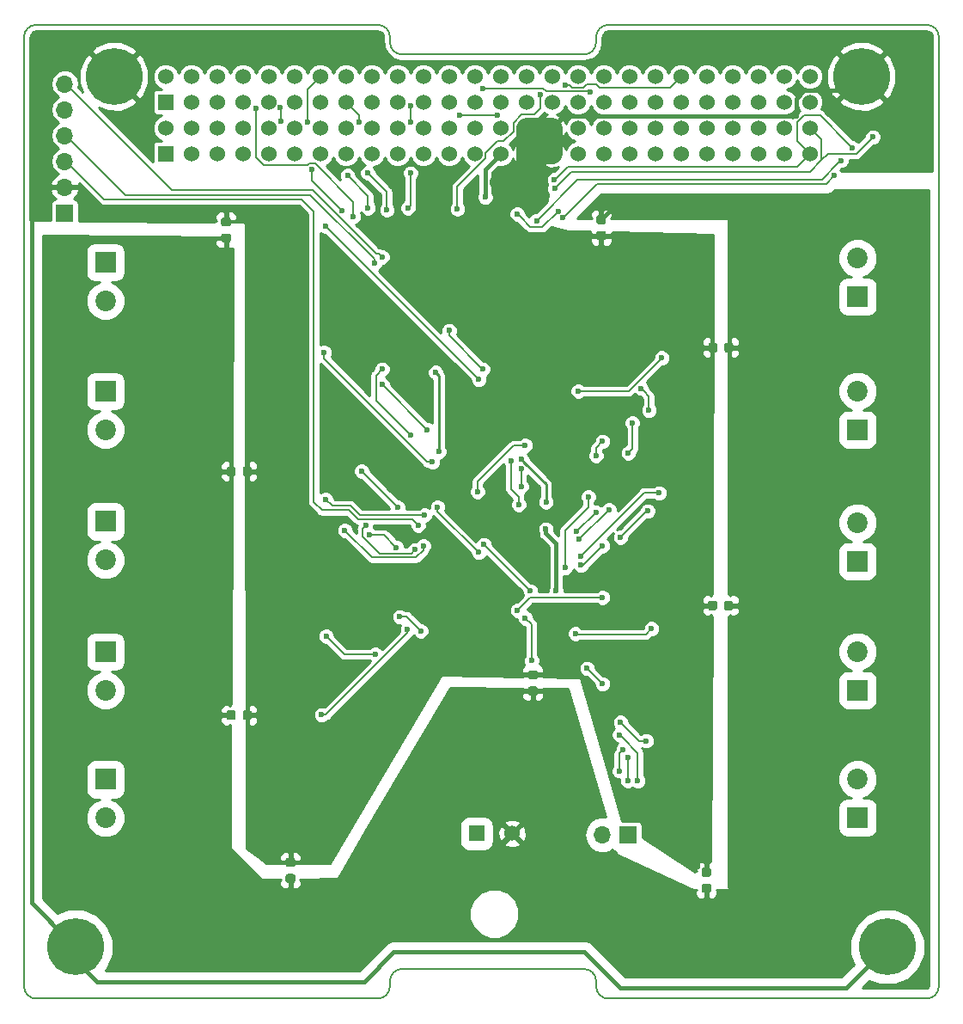
<source format=gbr>
%TF.GenerationSoftware,KiCad,Pcbnew,5.0.1*%
%TF.CreationDate,2019-04-07T10:09:51+02:00*%
%TF.ProjectId,OIBUS_MOSFET_driver_module,4F494255535F4D4F534645545F647269,rev?*%
%TF.SameCoordinates,Original*%
%TF.FileFunction,Copper,L2,Bot,Signal*%
%TF.FilePolarity,Positive*%
%FSLAX46Y46*%
G04 Gerber Fmt 4.6, Leading zero omitted, Abs format (unit mm)*
G04 Created by KiCad (PCBNEW 5.0.1) date Sun 07 Apr 2019 10:09:51 AM CEST*
%MOMM*%
%LPD*%
G01*
G04 APERTURE LIST*
%ADD10C,0.200000*%
%ADD11C,1.524000*%
%ADD12R,1.524000X1.524000*%
%ADD13C,5.600000*%
%ADD14O,1.700000X1.700000*%
%ADD15R,1.700000X1.700000*%
%ADD16R,2.025000X2.025000*%
%ADD17C,2.025000*%
%ADD18R,1.530000X1.530000*%
%ADD19C,1.530000*%
%ADD20C,0.150000*%
%ADD21C,0.875000*%
%ADD22C,0.600000*%
%ADD23C,0.400000*%
%ADD24C,2.000000*%
%ADD25C,0.250000*%
%ADD26C,0.254000*%
G04 APERTURE END LIST*
D10*
X138557000Y-44248000D02*
X138557000Y-137737999D01*
X138557000Y-137737999D02*
G75*
G02X137357000Y-138937999I-1200000J0D01*
G01*
X48387000Y-137738000D02*
X48387000Y-79629000D01*
X49587000Y-138938000D02*
G75*
G02X48387000Y-137738000I0J1200000D01*
G01*
X83257000Y-138937999D02*
X49587000Y-138938000D01*
X84457000Y-137737999D02*
G75*
G02X83257000Y-138937999I-1200000J0D01*
G01*
X84457000Y-137217999D02*
X84457000Y-137737999D01*
X84457000Y-137217999D02*
G75*
G02X85657000Y-136017999I1200000J0D01*
G01*
X103577000Y-136017999D02*
X85657000Y-136017999D01*
X105977000Y-138937999D02*
G75*
G02X104777000Y-137737999I0J1200000D01*
G01*
X137357000Y-138937999D02*
X105977000Y-138937999D01*
X103577000Y-136017999D02*
G75*
G02X104777000Y-137217999I0J-1200000D01*
G01*
X104777000Y-137737999D02*
X104777000Y-137217999D01*
X137357000Y-43048000D02*
G75*
G02X138557000Y-44248000I0J-1200000D01*
G01*
X105977000Y-43048000D02*
X137357000Y-43048000D01*
X104777000Y-44248000D02*
G75*
G02X105977000Y-43048000I1200000J0D01*
G01*
X104777000Y-44768035D02*
X104777000Y-44248000D01*
X104777000Y-44768035D02*
G75*
G02X103577000Y-45968035I-1200000J0D01*
G01*
X85657000Y-45968032D02*
X103577000Y-45968035D01*
X85657000Y-45968032D02*
G75*
G02X84457001Y-44768032I1J1200000D01*
G01*
X84457000Y-44248030D02*
X84457001Y-44768032D01*
X83257001Y-43048030D02*
G75*
G02X84457000Y-44248030I-1J-1200000D01*
G01*
X49587001Y-43048001D02*
X83257001Y-43048030D01*
X48387000Y-44248001D02*
G75*
G02X49587001Y-43048001I1200000J0D01*
G01*
X48386999Y-79658000D02*
X48387000Y-44248001D01*
D11*
X62357000Y-48133001D03*
D12*
X62357000Y-50673001D03*
D11*
X64897000Y-48133001D03*
X64897000Y-50673001D03*
X67437000Y-48133001D03*
X67437000Y-50673001D03*
X69977000Y-48133001D03*
X69977000Y-50673001D03*
X72517000Y-48133001D03*
X72517000Y-50673001D03*
X75057000Y-48133001D03*
X75057000Y-50673001D03*
X77597000Y-48133001D03*
X77597000Y-50673001D03*
X80137000Y-48133001D03*
X80137000Y-50673001D03*
X82677000Y-48133001D03*
X82677000Y-50673001D03*
X85217000Y-48133001D03*
X85217000Y-50673001D03*
X87757000Y-48133001D03*
X87757000Y-50673001D03*
X90297000Y-48133001D03*
X90297000Y-50673001D03*
X92837000Y-48133001D03*
X92837000Y-50673001D03*
X95377000Y-48133001D03*
X95377000Y-50673001D03*
X97917000Y-48133001D03*
X97917000Y-50673001D03*
X100457000Y-48133001D03*
X100457000Y-50673001D03*
X102997000Y-48133001D03*
X102997000Y-50673001D03*
X105537000Y-48133001D03*
X105537000Y-50673001D03*
X108077000Y-48133001D03*
X108077000Y-50673001D03*
X110617000Y-48133001D03*
X110617000Y-50673001D03*
X113157000Y-48133001D03*
X113157000Y-50673001D03*
X115697000Y-48133001D03*
X115697000Y-50673001D03*
X118237000Y-48133001D03*
X118237000Y-50673001D03*
X120777000Y-48133001D03*
X120777000Y-50673001D03*
X123317000Y-48133001D03*
X123317000Y-50673001D03*
X125857000Y-48133001D03*
X125857000Y-50673001D03*
X125857000Y-55753000D03*
X125857000Y-53213000D03*
X123317000Y-55753000D03*
X123317000Y-53213000D03*
X120777000Y-55753000D03*
X120777000Y-53213000D03*
X118237000Y-55753000D03*
X118237000Y-53213000D03*
X115697000Y-55753000D03*
X115697000Y-53213000D03*
X113157000Y-55753000D03*
X113157000Y-53213000D03*
X110617000Y-55753000D03*
X110617000Y-53213000D03*
X108077000Y-55753000D03*
X108077000Y-53213000D03*
X105537000Y-55753000D03*
X105537000Y-53213000D03*
X102997000Y-55753000D03*
X102997000Y-53213000D03*
X100457000Y-55753000D03*
X100457000Y-53213000D03*
X97917000Y-55753000D03*
X97917000Y-53213000D03*
X95377000Y-55753000D03*
X95377000Y-53213000D03*
X92837000Y-55753000D03*
X92837000Y-53213000D03*
X90297000Y-55753000D03*
X90297000Y-53213000D03*
X87757000Y-55753000D03*
X87757000Y-53213000D03*
X85217000Y-55753000D03*
X85217000Y-53213000D03*
X82677000Y-55753000D03*
X82677000Y-53213000D03*
X80137000Y-55753000D03*
X80137000Y-53213000D03*
X77597000Y-55753000D03*
X77597000Y-53213000D03*
X75057000Y-55753000D03*
X75057000Y-53213000D03*
X72517000Y-55753000D03*
X72517000Y-53213000D03*
X69977000Y-55753000D03*
X69977000Y-53213000D03*
X67437000Y-55753000D03*
X67437000Y-53213000D03*
X64897000Y-55753000D03*
X64897000Y-53213000D03*
D12*
X62357000Y-55753000D03*
D11*
X62357000Y-53213000D03*
D13*
X57277000Y-48133000D03*
X133477000Y-133858000D03*
X53467000Y-133858000D03*
X130937000Y-48133000D03*
D14*
X52400200Y-48869600D03*
X52400200Y-51409600D03*
X52400200Y-53949600D03*
X52400200Y-56489600D03*
X52400200Y-59029600D03*
D15*
X52400200Y-61569600D03*
D14*
X105410000Y-122809000D03*
D15*
X107950000Y-122809000D03*
D16*
X130556000Y-108559600D03*
D17*
X130556000Y-104749600D03*
X130556000Y-117322600D03*
D16*
X130556000Y-121132600D03*
X130556000Y-69824600D03*
D17*
X130556000Y-66014600D03*
X130556000Y-92049600D03*
D16*
X130556000Y-95859600D03*
X56413400Y-66421000D03*
D17*
X56413400Y-70231000D03*
X56413400Y-95758000D03*
D16*
X56413400Y-91948000D03*
X56413400Y-117348000D03*
D17*
X56413400Y-121158000D03*
X56413400Y-108585000D03*
D16*
X56413400Y-104775000D03*
D17*
X130556000Y-79095600D03*
D16*
X130556000Y-82905600D03*
X56413400Y-79121000D03*
D17*
X56413400Y-82931000D03*
D18*
X92992000Y-122682000D03*
D19*
X96492000Y-122682000D03*
D20*
G36*
X115923891Y-127630453D02*
X115945126Y-127633603D01*
X115965950Y-127638819D01*
X115986162Y-127646051D01*
X116005568Y-127655230D01*
X116023981Y-127666266D01*
X116041224Y-127679054D01*
X116057130Y-127693470D01*
X116071546Y-127709376D01*
X116084334Y-127726619D01*
X116095370Y-127745032D01*
X116104549Y-127764438D01*
X116111781Y-127784650D01*
X116116997Y-127805474D01*
X116120147Y-127826709D01*
X116121200Y-127848150D01*
X116121200Y-128285650D01*
X116120147Y-128307091D01*
X116116997Y-128328326D01*
X116111781Y-128349150D01*
X116104549Y-128369362D01*
X116095370Y-128388768D01*
X116084334Y-128407181D01*
X116071546Y-128424424D01*
X116057130Y-128440330D01*
X116041224Y-128454746D01*
X116023981Y-128467534D01*
X116005568Y-128478570D01*
X115986162Y-128487749D01*
X115965950Y-128494981D01*
X115945126Y-128500197D01*
X115923891Y-128503347D01*
X115902450Y-128504400D01*
X115389950Y-128504400D01*
X115368509Y-128503347D01*
X115347274Y-128500197D01*
X115326450Y-128494981D01*
X115306238Y-128487749D01*
X115286832Y-128478570D01*
X115268419Y-128467534D01*
X115251176Y-128454746D01*
X115235270Y-128440330D01*
X115220854Y-128424424D01*
X115208066Y-128407181D01*
X115197030Y-128388768D01*
X115187851Y-128369362D01*
X115180619Y-128349150D01*
X115175403Y-128328326D01*
X115172253Y-128307091D01*
X115171200Y-128285650D01*
X115171200Y-127848150D01*
X115172253Y-127826709D01*
X115175403Y-127805474D01*
X115180619Y-127784650D01*
X115187851Y-127764438D01*
X115197030Y-127745032D01*
X115208066Y-127726619D01*
X115220854Y-127709376D01*
X115235270Y-127693470D01*
X115251176Y-127679054D01*
X115268419Y-127666266D01*
X115286832Y-127655230D01*
X115306238Y-127646051D01*
X115326450Y-127638819D01*
X115347274Y-127633603D01*
X115368509Y-127630453D01*
X115389950Y-127629400D01*
X115902450Y-127629400D01*
X115923891Y-127630453D01*
X115923891Y-127630453D01*
G37*
D21*
X115646200Y-128066900D03*
D20*
G36*
X115923891Y-126055453D02*
X115945126Y-126058603D01*
X115965950Y-126063819D01*
X115986162Y-126071051D01*
X116005568Y-126080230D01*
X116023981Y-126091266D01*
X116041224Y-126104054D01*
X116057130Y-126118470D01*
X116071546Y-126134376D01*
X116084334Y-126151619D01*
X116095370Y-126170032D01*
X116104549Y-126189438D01*
X116111781Y-126209650D01*
X116116997Y-126230474D01*
X116120147Y-126251709D01*
X116121200Y-126273150D01*
X116121200Y-126710650D01*
X116120147Y-126732091D01*
X116116997Y-126753326D01*
X116111781Y-126774150D01*
X116104549Y-126794362D01*
X116095370Y-126813768D01*
X116084334Y-126832181D01*
X116071546Y-126849424D01*
X116057130Y-126865330D01*
X116041224Y-126879746D01*
X116023981Y-126892534D01*
X116005568Y-126903570D01*
X115986162Y-126912749D01*
X115965950Y-126919981D01*
X115945126Y-126925197D01*
X115923891Y-126928347D01*
X115902450Y-126929400D01*
X115389950Y-126929400D01*
X115368509Y-126928347D01*
X115347274Y-126925197D01*
X115326450Y-126919981D01*
X115306238Y-126912749D01*
X115286832Y-126903570D01*
X115268419Y-126892534D01*
X115251176Y-126879746D01*
X115235270Y-126865330D01*
X115220854Y-126849424D01*
X115208066Y-126832181D01*
X115197030Y-126813768D01*
X115187851Y-126794362D01*
X115180619Y-126774150D01*
X115175403Y-126753326D01*
X115172253Y-126732091D01*
X115171200Y-126710650D01*
X115171200Y-126273150D01*
X115172253Y-126251709D01*
X115175403Y-126230474D01*
X115180619Y-126209650D01*
X115187851Y-126189438D01*
X115197030Y-126170032D01*
X115208066Y-126151619D01*
X115220854Y-126134376D01*
X115235270Y-126118470D01*
X115251176Y-126104054D01*
X115268419Y-126091266D01*
X115286832Y-126080230D01*
X115306238Y-126071051D01*
X115326450Y-126063819D01*
X115347274Y-126058603D01*
X115368509Y-126055453D01*
X115389950Y-126054400D01*
X115902450Y-126054400D01*
X115923891Y-126055453D01*
X115923891Y-126055453D01*
G37*
D21*
X115646200Y-126491900D03*
D20*
G36*
X105560691Y-63368353D02*
X105581926Y-63371503D01*
X105602750Y-63376719D01*
X105622962Y-63383951D01*
X105642368Y-63393130D01*
X105660781Y-63404166D01*
X105678024Y-63416954D01*
X105693930Y-63431370D01*
X105708346Y-63447276D01*
X105721134Y-63464519D01*
X105732170Y-63482932D01*
X105741349Y-63502338D01*
X105748581Y-63522550D01*
X105753797Y-63543374D01*
X105756947Y-63564609D01*
X105758000Y-63586050D01*
X105758000Y-64023550D01*
X105756947Y-64044991D01*
X105753797Y-64066226D01*
X105748581Y-64087050D01*
X105741349Y-64107262D01*
X105732170Y-64126668D01*
X105721134Y-64145081D01*
X105708346Y-64162324D01*
X105693930Y-64178230D01*
X105678024Y-64192646D01*
X105660781Y-64205434D01*
X105642368Y-64216470D01*
X105622962Y-64225649D01*
X105602750Y-64232881D01*
X105581926Y-64238097D01*
X105560691Y-64241247D01*
X105539250Y-64242300D01*
X105026750Y-64242300D01*
X105005309Y-64241247D01*
X104984074Y-64238097D01*
X104963250Y-64232881D01*
X104943038Y-64225649D01*
X104923632Y-64216470D01*
X104905219Y-64205434D01*
X104887976Y-64192646D01*
X104872070Y-64178230D01*
X104857654Y-64162324D01*
X104844866Y-64145081D01*
X104833830Y-64126668D01*
X104824651Y-64107262D01*
X104817419Y-64087050D01*
X104812203Y-64066226D01*
X104809053Y-64044991D01*
X104808000Y-64023550D01*
X104808000Y-63586050D01*
X104809053Y-63564609D01*
X104812203Y-63543374D01*
X104817419Y-63522550D01*
X104824651Y-63502338D01*
X104833830Y-63482932D01*
X104844866Y-63464519D01*
X104857654Y-63447276D01*
X104872070Y-63431370D01*
X104887976Y-63416954D01*
X104905219Y-63404166D01*
X104923632Y-63393130D01*
X104943038Y-63383951D01*
X104963250Y-63376719D01*
X104984074Y-63371503D01*
X105005309Y-63368353D01*
X105026750Y-63367300D01*
X105539250Y-63367300D01*
X105560691Y-63368353D01*
X105560691Y-63368353D01*
G37*
D21*
X105283000Y-63804800D03*
D20*
G36*
X105560691Y-61793353D02*
X105581926Y-61796503D01*
X105602750Y-61801719D01*
X105622962Y-61808951D01*
X105642368Y-61818130D01*
X105660781Y-61829166D01*
X105678024Y-61841954D01*
X105693930Y-61856370D01*
X105708346Y-61872276D01*
X105721134Y-61889519D01*
X105732170Y-61907932D01*
X105741349Y-61927338D01*
X105748581Y-61947550D01*
X105753797Y-61968374D01*
X105756947Y-61989609D01*
X105758000Y-62011050D01*
X105758000Y-62448550D01*
X105756947Y-62469991D01*
X105753797Y-62491226D01*
X105748581Y-62512050D01*
X105741349Y-62532262D01*
X105732170Y-62551668D01*
X105721134Y-62570081D01*
X105708346Y-62587324D01*
X105693930Y-62603230D01*
X105678024Y-62617646D01*
X105660781Y-62630434D01*
X105642368Y-62641470D01*
X105622962Y-62650649D01*
X105602750Y-62657881D01*
X105581926Y-62663097D01*
X105560691Y-62666247D01*
X105539250Y-62667300D01*
X105026750Y-62667300D01*
X105005309Y-62666247D01*
X104984074Y-62663097D01*
X104963250Y-62657881D01*
X104943038Y-62650649D01*
X104923632Y-62641470D01*
X104905219Y-62630434D01*
X104887976Y-62617646D01*
X104872070Y-62603230D01*
X104857654Y-62587324D01*
X104844866Y-62570081D01*
X104833830Y-62551668D01*
X104824651Y-62532262D01*
X104817419Y-62512050D01*
X104812203Y-62491226D01*
X104809053Y-62469991D01*
X104808000Y-62448550D01*
X104808000Y-62011050D01*
X104809053Y-61989609D01*
X104812203Y-61968374D01*
X104817419Y-61947550D01*
X104824651Y-61927338D01*
X104833830Y-61907932D01*
X104844866Y-61889519D01*
X104857654Y-61872276D01*
X104872070Y-61856370D01*
X104887976Y-61841954D01*
X104905219Y-61829166D01*
X104923632Y-61818130D01*
X104943038Y-61808951D01*
X104963250Y-61801719D01*
X104984074Y-61796503D01*
X105005309Y-61793353D01*
X105026750Y-61792300D01*
X105539250Y-61792300D01*
X105560691Y-61793353D01*
X105560691Y-61793353D01*
G37*
D21*
X105283000Y-62229800D03*
D20*
G36*
X69048691Y-86546453D02*
X69069926Y-86549603D01*
X69090750Y-86554819D01*
X69110962Y-86562051D01*
X69130368Y-86571230D01*
X69148781Y-86582266D01*
X69166024Y-86595054D01*
X69181930Y-86609470D01*
X69196346Y-86625376D01*
X69209134Y-86642619D01*
X69220170Y-86661032D01*
X69229349Y-86680438D01*
X69236581Y-86700650D01*
X69241797Y-86721474D01*
X69244947Y-86742709D01*
X69246000Y-86764150D01*
X69246000Y-87276650D01*
X69244947Y-87298091D01*
X69241797Y-87319326D01*
X69236581Y-87340150D01*
X69229349Y-87360362D01*
X69220170Y-87379768D01*
X69209134Y-87398181D01*
X69196346Y-87415424D01*
X69181930Y-87431330D01*
X69166024Y-87445746D01*
X69148781Y-87458534D01*
X69130368Y-87469570D01*
X69110962Y-87478749D01*
X69090750Y-87485981D01*
X69069926Y-87491197D01*
X69048691Y-87494347D01*
X69027250Y-87495400D01*
X68589750Y-87495400D01*
X68568309Y-87494347D01*
X68547074Y-87491197D01*
X68526250Y-87485981D01*
X68506038Y-87478749D01*
X68486632Y-87469570D01*
X68468219Y-87458534D01*
X68450976Y-87445746D01*
X68435070Y-87431330D01*
X68420654Y-87415424D01*
X68407866Y-87398181D01*
X68396830Y-87379768D01*
X68387651Y-87360362D01*
X68380419Y-87340150D01*
X68375203Y-87319326D01*
X68372053Y-87298091D01*
X68371000Y-87276650D01*
X68371000Y-86764150D01*
X68372053Y-86742709D01*
X68375203Y-86721474D01*
X68380419Y-86700650D01*
X68387651Y-86680438D01*
X68396830Y-86661032D01*
X68407866Y-86642619D01*
X68420654Y-86625376D01*
X68435070Y-86609470D01*
X68450976Y-86595054D01*
X68468219Y-86582266D01*
X68486632Y-86571230D01*
X68506038Y-86562051D01*
X68526250Y-86554819D01*
X68547074Y-86549603D01*
X68568309Y-86546453D01*
X68589750Y-86545400D01*
X69027250Y-86545400D01*
X69048691Y-86546453D01*
X69048691Y-86546453D01*
G37*
D21*
X68808500Y-87020400D03*
D20*
G36*
X70623691Y-86546453D02*
X70644926Y-86549603D01*
X70665750Y-86554819D01*
X70685962Y-86562051D01*
X70705368Y-86571230D01*
X70723781Y-86582266D01*
X70741024Y-86595054D01*
X70756930Y-86609470D01*
X70771346Y-86625376D01*
X70784134Y-86642619D01*
X70795170Y-86661032D01*
X70804349Y-86680438D01*
X70811581Y-86700650D01*
X70816797Y-86721474D01*
X70819947Y-86742709D01*
X70821000Y-86764150D01*
X70821000Y-87276650D01*
X70819947Y-87298091D01*
X70816797Y-87319326D01*
X70811581Y-87340150D01*
X70804349Y-87360362D01*
X70795170Y-87379768D01*
X70784134Y-87398181D01*
X70771346Y-87415424D01*
X70756930Y-87431330D01*
X70741024Y-87445746D01*
X70723781Y-87458534D01*
X70705368Y-87469570D01*
X70685962Y-87478749D01*
X70665750Y-87485981D01*
X70644926Y-87491197D01*
X70623691Y-87494347D01*
X70602250Y-87495400D01*
X70164750Y-87495400D01*
X70143309Y-87494347D01*
X70122074Y-87491197D01*
X70101250Y-87485981D01*
X70081038Y-87478749D01*
X70061632Y-87469570D01*
X70043219Y-87458534D01*
X70025976Y-87445746D01*
X70010070Y-87431330D01*
X69995654Y-87415424D01*
X69982866Y-87398181D01*
X69971830Y-87379768D01*
X69962651Y-87360362D01*
X69955419Y-87340150D01*
X69950203Y-87319326D01*
X69947053Y-87298091D01*
X69946000Y-87276650D01*
X69946000Y-86764150D01*
X69947053Y-86742709D01*
X69950203Y-86721474D01*
X69955419Y-86700650D01*
X69962651Y-86680438D01*
X69971830Y-86661032D01*
X69982866Y-86642619D01*
X69995654Y-86625376D01*
X70010070Y-86609470D01*
X70025976Y-86595054D01*
X70043219Y-86582266D01*
X70061632Y-86571230D01*
X70081038Y-86562051D01*
X70101250Y-86554819D01*
X70122074Y-86549603D01*
X70143309Y-86546453D01*
X70164750Y-86545400D01*
X70602250Y-86545400D01*
X70623691Y-86546453D01*
X70623691Y-86546453D01*
G37*
D21*
X70383500Y-87020400D03*
D20*
G36*
X70623691Y-110549453D02*
X70644926Y-110552603D01*
X70665750Y-110557819D01*
X70685962Y-110565051D01*
X70705368Y-110574230D01*
X70723781Y-110585266D01*
X70741024Y-110598054D01*
X70756930Y-110612470D01*
X70771346Y-110628376D01*
X70784134Y-110645619D01*
X70795170Y-110664032D01*
X70804349Y-110683438D01*
X70811581Y-110703650D01*
X70816797Y-110724474D01*
X70819947Y-110745709D01*
X70821000Y-110767150D01*
X70821000Y-111279650D01*
X70819947Y-111301091D01*
X70816797Y-111322326D01*
X70811581Y-111343150D01*
X70804349Y-111363362D01*
X70795170Y-111382768D01*
X70784134Y-111401181D01*
X70771346Y-111418424D01*
X70756930Y-111434330D01*
X70741024Y-111448746D01*
X70723781Y-111461534D01*
X70705368Y-111472570D01*
X70685962Y-111481749D01*
X70665750Y-111488981D01*
X70644926Y-111494197D01*
X70623691Y-111497347D01*
X70602250Y-111498400D01*
X70164750Y-111498400D01*
X70143309Y-111497347D01*
X70122074Y-111494197D01*
X70101250Y-111488981D01*
X70081038Y-111481749D01*
X70061632Y-111472570D01*
X70043219Y-111461534D01*
X70025976Y-111448746D01*
X70010070Y-111434330D01*
X69995654Y-111418424D01*
X69982866Y-111401181D01*
X69971830Y-111382768D01*
X69962651Y-111363362D01*
X69955419Y-111343150D01*
X69950203Y-111322326D01*
X69947053Y-111301091D01*
X69946000Y-111279650D01*
X69946000Y-110767150D01*
X69947053Y-110745709D01*
X69950203Y-110724474D01*
X69955419Y-110703650D01*
X69962651Y-110683438D01*
X69971830Y-110664032D01*
X69982866Y-110645619D01*
X69995654Y-110628376D01*
X70010070Y-110612470D01*
X70025976Y-110598054D01*
X70043219Y-110585266D01*
X70061632Y-110574230D01*
X70081038Y-110565051D01*
X70101250Y-110557819D01*
X70122074Y-110552603D01*
X70143309Y-110549453D01*
X70164750Y-110548400D01*
X70602250Y-110548400D01*
X70623691Y-110549453D01*
X70623691Y-110549453D01*
G37*
D21*
X70383500Y-111023400D03*
D20*
G36*
X69048691Y-110549453D02*
X69069926Y-110552603D01*
X69090750Y-110557819D01*
X69110962Y-110565051D01*
X69130368Y-110574230D01*
X69148781Y-110585266D01*
X69166024Y-110598054D01*
X69181930Y-110612470D01*
X69196346Y-110628376D01*
X69209134Y-110645619D01*
X69220170Y-110664032D01*
X69229349Y-110683438D01*
X69236581Y-110703650D01*
X69241797Y-110724474D01*
X69244947Y-110745709D01*
X69246000Y-110767150D01*
X69246000Y-111279650D01*
X69244947Y-111301091D01*
X69241797Y-111322326D01*
X69236581Y-111343150D01*
X69229349Y-111363362D01*
X69220170Y-111382768D01*
X69209134Y-111401181D01*
X69196346Y-111418424D01*
X69181930Y-111434330D01*
X69166024Y-111448746D01*
X69148781Y-111461534D01*
X69130368Y-111472570D01*
X69110962Y-111481749D01*
X69090750Y-111488981D01*
X69069926Y-111494197D01*
X69048691Y-111497347D01*
X69027250Y-111498400D01*
X68589750Y-111498400D01*
X68568309Y-111497347D01*
X68547074Y-111494197D01*
X68526250Y-111488981D01*
X68506038Y-111481749D01*
X68486632Y-111472570D01*
X68468219Y-111461534D01*
X68450976Y-111448746D01*
X68435070Y-111434330D01*
X68420654Y-111418424D01*
X68407866Y-111401181D01*
X68396830Y-111382768D01*
X68387651Y-111363362D01*
X68380419Y-111343150D01*
X68375203Y-111322326D01*
X68372053Y-111301091D01*
X68371000Y-111279650D01*
X68371000Y-110767150D01*
X68372053Y-110745709D01*
X68375203Y-110724474D01*
X68380419Y-110703650D01*
X68387651Y-110683438D01*
X68396830Y-110664032D01*
X68407866Y-110645619D01*
X68420654Y-110628376D01*
X68435070Y-110612470D01*
X68450976Y-110598054D01*
X68468219Y-110585266D01*
X68486632Y-110574230D01*
X68506038Y-110565051D01*
X68526250Y-110557819D01*
X68547074Y-110552603D01*
X68568309Y-110549453D01*
X68589750Y-110548400D01*
X69027250Y-110548400D01*
X69048691Y-110549453D01*
X69048691Y-110549453D01*
G37*
D21*
X68808500Y-111023400D03*
D20*
G36*
X74928291Y-126665253D02*
X74949526Y-126668403D01*
X74970350Y-126673619D01*
X74990562Y-126680851D01*
X75009968Y-126690030D01*
X75028381Y-126701066D01*
X75045624Y-126713854D01*
X75061530Y-126728270D01*
X75075946Y-126744176D01*
X75088734Y-126761419D01*
X75099770Y-126779832D01*
X75108949Y-126799238D01*
X75116181Y-126819450D01*
X75121397Y-126840274D01*
X75124547Y-126861509D01*
X75125600Y-126882950D01*
X75125600Y-127320450D01*
X75124547Y-127341891D01*
X75121397Y-127363126D01*
X75116181Y-127383950D01*
X75108949Y-127404162D01*
X75099770Y-127423568D01*
X75088734Y-127441981D01*
X75075946Y-127459224D01*
X75061530Y-127475130D01*
X75045624Y-127489546D01*
X75028381Y-127502334D01*
X75009968Y-127513370D01*
X74990562Y-127522549D01*
X74970350Y-127529781D01*
X74949526Y-127534997D01*
X74928291Y-127538147D01*
X74906850Y-127539200D01*
X74394350Y-127539200D01*
X74372909Y-127538147D01*
X74351674Y-127534997D01*
X74330850Y-127529781D01*
X74310638Y-127522549D01*
X74291232Y-127513370D01*
X74272819Y-127502334D01*
X74255576Y-127489546D01*
X74239670Y-127475130D01*
X74225254Y-127459224D01*
X74212466Y-127441981D01*
X74201430Y-127423568D01*
X74192251Y-127404162D01*
X74185019Y-127383950D01*
X74179803Y-127363126D01*
X74176653Y-127341891D01*
X74175600Y-127320450D01*
X74175600Y-126882950D01*
X74176653Y-126861509D01*
X74179803Y-126840274D01*
X74185019Y-126819450D01*
X74192251Y-126799238D01*
X74201430Y-126779832D01*
X74212466Y-126761419D01*
X74225254Y-126744176D01*
X74239670Y-126728270D01*
X74255576Y-126713854D01*
X74272819Y-126701066D01*
X74291232Y-126690030D01*
X74310638Y-126680851D01*
X74330850Y-126673619D01*
X74351674Y-126668403D01*
X74372909Y-126665253D01*
X74394350Y-126664200D01*
X74906850Y-126664200D01*
X74928291Y-126665253D01*
X74928291Y-126665253D01*
G37*
D21*
X74650600Y-127101700D03*
D20*
G36*
X74928291Y-125090253D02*
X74949526Y-125093403D01*
X74970350Y-125098619D01*
X74990562Y-125105851D01*
X75009968Y-125115030D01*
X75028381Y-125126066D01*
X75045624Y-125138854D01*
X75061530Y-125153270D01*
X75075946Y-125169176D01*
X75088734Y-125186419D01*
X75099770Y-125204832D01*
X75108949Y-125224238D01*
X75116181Y-125244450D01*
X75121397Y-125265274D01*
X75124547Y-125286509D01*
X75125600Y-125307950D01*
X75125600Y-125745450D01*
X75124547Y-125766891D01*
X75121397Y-125788126D01*
X75116181Y-125808950D01*
X75108949Y-125829162D01*
X75099770Y-125848568D01*
X75088734Y-125866981D01*
X75075946Y-125884224D01*
X75061530Y-125900130D01*
X75045624Y-125914546D01*
X75028381Y-125927334D01*
X75009968Y-125938370D01*
X74990562Y-125947549D01*
X74970350Y-125954781D01*
X74949526Y-125959997D01*
X74928291Y-125963147D01*
X74906850Y-125964200D01*
X74394350Y-125964200D01*
X74372909Y-125963147D01*
X74351674Y-125959997D01*
X74330850Y-125954781D01*
X74310638Y-125947549D01*
X74291232Y-125938370D01*
X74272819Y-125927334D01*
X74255576Y-125914546D01*
X74239670Y-125900130D01*
X74225254Y-125884224D01*
X74212466Y-125866981D01*
X74201430Y-125848568D01*
X74192251Y-125829162D01*
X74185019Y-125808950D01*
X74179803Y-125788126D01*
X74176653Y-125766891D01*
X74175600Y-125745450D01*
X74175600Y-125307950D01*
X74176653Y-125286509D01*
X74179803Y-125265274D01*
X74185019Y-125244450D01*
X74192251Y-125224238D01*
X74201430Y-125204832D01*
X74212466Y-125186419D01*
X74225254Y-125169176D01*
X74239670Y-125153270D01*
X74255576Y-125138854D01*
X74272819Y-125126066D01*
X74291232Y-125115030D01*
X74310638Y-125105851D01*
X74330850Y-125098619D01*
X74351674Y-125093403D01*
X74372909Y-125090253D01*
X74394350Y-125089200D01*
X74906850Y-125089200D01*
X74928291Y-125090253D01*
X74928291Y-125090253D01*
G37*
D21*
X74650600Y-125526700D03*
D20*
G36*
X116521291Y-74354453D02*
X116542526Y-74357603D01*
X116563350Y-74362819D01*
X116583562Y-74370051D01*
X116602968Y-74379230D01*
X116621381Y-74390266D01*
X116638624Y-74403054D01*
X116654530Y-74417470D01*
X116668946Y-74433376D01*
X116681734Y-74450619D01*
X116692770Y-74469032D01*
X116701949Y-74488438D01*
X116709181Y-74508650D01*
X116714397Y-74529474D01*
X116717547Y-74550709D01*
X116718600Y-74572150D01*
X116718600Y-75084650D01*
X116717547Y-75106091D01*
X116714397Y-75127326D01*
X116709181Y-75148150D01*
X116701949Y-75168362D01*
X116692770Y-75187768D01*
X116681734Y-75206181D01*
X116668946Y-75223424D01*
X116654530Y-75239330D01*
X116638624Y-75253746D01*
X116621381Y-75266534D01*
X116602968Y-75277570D01*
X116583562Y-75286749D01*
X116563350Y-75293981D01*
X116542526Y-75299197D01*
X116521291Y-75302347D01*
X116499850Y-75303400D01*
X116062350Y-75303400D01*
X116040909Y-75302347D01*
X116019674Y-75299197D01*
X115998850Y-75293981D01*
X115978638Y-75286749D01*
X115959232Y-75277570D01*
X115940819Y-75266534D01*
X115923576Y-75253746D01*
X115907670Y-75239330D01*
X115893254Y-75223424D01*
X115880466Y-75206181D01*
X115869430Y-75187768D01*
X115860251Y-75168362D01*
X115853019Y-75148150D01*
X115847803Y-75127326D01*
X115844653Y-75106091D01*
X115843600Y-75084650D01*
X115843600Y-74572150D01*
X115844653Y-74550709D01*
X115847803Y-74529474D01*
X115853019Y-74508650D01*
X115860251Y-74488438D01*
X115869430Y-74469032D01*
X115880466Y-74450619D01*
X115893254Y-74433376D01*
X115907670Y-74417470D01*
X115923576Y-74403054D01*
X115940819Y-74390266D01*
X115959232Y-74379230D01*
X115978638Y-74370051D01*
X115998850Y-74362819D01*
X116019674Y-74357603D01*
X116040909Y-74354453D01*
X116062350Y-74353400D01*
X116499850Y-74353400D01*
X116521291Y-74354453D01*
X116521291Y-74354453D01*
G37*
D21*
X116281100Y-74828400D03*
D20*
G36*
X118096291Y-74354453D02*
X118117526Y-74357603D01*
X118138350Y-74362819D01*
X118158562Y-74370051D01*
X118177968Y-74379230D01*
X118196381Y-74390266D01*
X118213624Y-74403054D01*
X118229530Y-74417470D01*
X118243946Y-74433376D01*
X118256734Y-74450619D01*
X118267770Y-74469032D01*
X118276949Y-74488438D01*
X118284181Y-74508650D01*
X118289397Y-74529474D01*
X118292547Y-74550709D01*
X118293600Y-74572150D01*
X118293600Y-75084650D01*
X118292547Y-75106091D01*
X118289397Y-75127326D01*
X118284181Y-75148150D01*
X118276949Y-75168362D01*
X118267770Y-75187768D01*
X118256734Y-75206181D01*
X118243946Y-75223424D01*
X118229530Y-75239330D01*
X118213624Y-75253746D01*
X118196381Y-75266534D01*
X118177968Y-75277570D01*
X118158562Y-75286749D01*
X118138350Y-75293981D01*
X118117526Y-75299197D01*
X118096291Y-75302347D01*
X118074850Y-75303400D01*
X117637350Y-75303400D01*
X117615909Y-75302347D01*
X117594674Y-75299197D01*
X117573850Y-75293981D01*
X117553638Y-75286749D01*
X117534232Y-75277570D01*
X117515819Y-75266534D01*
X117498576Y-75253746D01*
X117482670Y-75239330D01*
X117468254Y-75223424D01*
X117455466Y-75206181D01*
X117444430Y-75187768D01*
X117435251Y-75168362D01*
X117428019Y-75148150D01*
X117422803Y-75127326D01*
X117419653Y-75106091D01*
X117418600Y-75084650D01*
X117418600Y-74572150D01*
X117419653Y-74550709D01*
X117422803Y-74529474D01*
X117428019Y-74508650D01*
X117435251Y-74488438D01*
X117444430Y-74469032D01*
X117455466Y-74450619D01*
X117468254Y-74433376D01*
X117482670Y-74417470D01*
X117498576Y-74403054D01*
X117515819Y-74390266D01*
X117534232Y-74379230D01*
X117553638Y-74370051D01*
X117573850Y-74362819D01*
X117594674Y-74357603D01*
X117615909Y-74354453D01*
X117637350Y-74353400D01*
X118074850Y-74353400D01*
X118096291Y-74354453D01*
X118096291Y-74354453D01*
G37*
D21*
X117856100Y-74828400D03*
D20*
G36*
X68578291Y-62022053D02*
X68599526Y-62025203D01*
X68620350Y-62030419D01*
X68640562Y-62037651D01*
X68659968Y-62046830D01*
X68678381Y-62057866D01*
X68695624Y-62070654D01*
X68711530Y-62085070D01*
X68725946Y-62100976D01*
X68738734Y-62118219D01*
X68749770Y-62136632D01*
X68758949Y-62156038D01*
X68766181Y-62176250D01*
X68771397Y-62197074D01*
X68774547Y-62218309D01*
X68775600Y-62239750D01*
X68775600Y-62677250D01*
X68774547Y-62698691D01*
X68771397Y-62719926D01*
X68766181Y-62740750D01*
X68758949Y-62760962D01*
X68749770Y-62780368D01*
X68738734Y-62798781D01*
X68725946Y-62816024D01*
X68711530Y-62831930D01*
X68695624Y-62846346D01*
X68678381Y-62859134D01*
X68659968Y-62870170D01*
X68640562Y-62879349D01*
X68620350Y-62886581D01*
X68599526Y-62891797D01*
X68578291Y-62894947D01*
X68556850Y-62896000D01*
X68044350Y-62896000D01*
X68022909Y-62894947D01*
X68001674Y-62891797D01*
X67980850Y-62886581D01*
X67960638Y-62879349D01*
X67941232Y-62870170D01*
X67922819Y-62859134D01*
X67905576Y-62846346D01*
X67889670Y-62831930D01*
X67875254Y-62816024D01*
X67862466Y-62798781D01*
X67851430Y-62780368D01*
X67842251Y-62760962D01*
X67835019Y-62740750D01*
X67829803Y-62719926D01*
X67826653Y-62698691D01*
X67825600Y-62677250D01*
X67825600Y-62239750D01*
X67826653Y-62218309D01*
X67829803Y-62197074D01*
X67835019Y-62176250D01*
X67842251Y-62156038D01*
X67851430Y-62136632D01*
X67862466Y-62118219D01*
X67875254Y-62100976D01*
X67889670Y-62085070D01*
X67905576Y-62070654D01*
X67922819Y-62057866D01*
X67941232Y-62046830D01*
X67960638Y-62037651D01*
X67980850Y-62030419D01*
X68001674Y-62025203D01*
X68022909Y-62022053D01*
X68044350Y-62021000D01*
X68556850Y-62021000D01*
X68578291Y-62022053D01*
X68578291Y-62022053D01*
G37*
D21*
X68300600Y-62458500D03*
D20*
G36*
X68578291Y-63597053D02*
X68599526Y-63600203D01*
X68620350Y-63605419D01*
X68640562Y-63612651D01*
X68659968Y-63621830D01*
X68678381Y-63632866D01*
X68695624Y-63645654D01*
X68711530Y-63660070D01*
X68725946Y-63675976D01*
X68738734Y-63693219D01*
X68749770Y-63711632D01*
X68758949Y-63731038D01*
X68766181Y-63751250D01*
X68771397Y-63772074D01*
X68774547Y-63793309D01*
X68775600Y-63814750D01*
X68775600Y-64252250D01*
X68774547Y-64273691D01*
X68771397Y-64294926D01*
X68766181Y-64315750D01*
X68758949Y-64335962D01*
X68749770Y-64355368D01*
X68738734Y-64373781D01*
X68725946Y-64391024D01*
X68711530Y-64406930D01*
X68695624Y-64421346D01*
X68678381Y-64434134D01*
X68659968Y-64445170D01*
X68640562Y-64454349D01*
X68620350Y-64461581D01*
X68599526Y-64466797D01*
X68578291Y-64469947D01*
X68556850Y-64471000D01*
X68044350Y-64471000D01*
X68022909Y-64469947D01*
X68001674Y-64466797D01*
X67980850Y-64461581D01*
X67960638Y-64454349D01*
X67941232Y-64445170D01*
X67922819Y-64434134D01*
X67905576Y-64421346D01*
X67889670Y-64406930D01*
X67875254Y-64391024D01*
X67862466Y-64373781D01*
X67851430Y-64355368D01*
X67842251Y-64335962D01*
X67835019Y-64315750D01*
X67829803Y-64294926D01*
X67826653Y-64273691D01*
X67825600Y-64252250D01*
X67825600Y-63814750D01*
X67826653Y-63793309D01*
X67829803Y-63772074D01*
X67835019Y-63751250D01*
X67842251Y-63731038D01*
X67851430Y-63711632D01*
X67862466Y-63693219D01*
X67875254Y-63675976D01*
X67889670Y-63660070D01*
X67905576Y-63645654D01*
X67922819Y-63632866D01*
X67941232Y-63621830D01*
X67960638Y-63612651D01*
X67980850Y-63605419D01*
X68001674Y-63600203D01*
X68022909Y-63597053D01*
X68044350Y-63596000D01*
X68556850Y-63596000D01*
X68578291Y-63597053D01*
X68578291Y-63597053D01*
G37*
D21*
X68300600Y-64033500D03*
D20*
G36*
X98829691Y-108199453D02*
X98850926Y-108202603D01*
X98871750Y-108207819D01*
X98891962Y-108215051D01*
X98911368Y-108224230D01*
X98929781Y-108235266D01*
X98947024Y-108248054D01*
X98962930Y-108262470D01*
X98977346Y-108278376D01*
X98990134Y-108295619D01*
X99001170Y-108314032D01*
X99010349Y-108333438D01*
X99017581Y-108353650D01*
X99022797Y-108374474D01*
X99025947Y-108395709D01*
X99027000Y-108417150D01*
X99027000Y-108854650D01*
X99025947Y-108876091D01*
X99022797Y-108897326D01*
X99017581Y-108918150D01*
X99010349Y-108938362D01*
X99001170Y-108957768D01*
X98990134Y-108976181D01*
X98977346Y-108993424D01*
X98962930Y-109009330D01*
X98947024Y-109023746D01*
X98929781Y-109036534D01*
X98911368Y-109047570D01*
X98891962Y-109056749D01*
X98871750Y-109063981D01*
X98850926Y-109069197D01*
X98829691Y-109072347D01*
X98808250Y-109073400D01*
X98295750Y-109073400D01*
X98274309Y-109072347D01*
X98253074Y-109069197D01*
X98232250Y-109063981D01*
X98212038Y-109056749D01*
X98192632Y-109047570D01*
X98174219Y-109036534D01*
X98156976Y-109023746D01*
X98141070Y-109009330D01*
X98126654Y-108993424D01*
X98113866Y-108976181D01*
X98102830Y-108957768D01*
X98093651Y-108938362D01*
X98086419Y-108918150D01*
X98081203Y-108897326D01*
X98078053Y-108876091D01*
X98077000Y-108854650D01*
X98077000Y-108417150D01*
X98078053Y-108395709D01*
X98081203Y-108374474D01*
X98086419Y-108353650D01*
X98093651Y-108333438D01*
X98102830Y-108314032D01*
X98113866Y-108295619D01*
X98126654Y-108278376D01*
X98141070Y-108262470D01*
X98156976Y-108248054D01*
X98174219Y-108235266D01*
X98192632Y-108224230D01*
X98212038Y-108215051D01*
X98232250Y-108207819D01*
X98253074Y-108202603D01*
X98274309Y-108199453D01*
X98295750Y-108198400D01*
X98808250Y-108198400D01*
X98829691Y-108199453D01*
X98829691Y-108199453D01*
G37*
D21*
X98552000Y-108635900D03*
D20*
G36*
X98829691Y-106624453D02*
X98850926Y-106627603D01*
X98871750Y-106632819D01*
X98891962Y-106640051D01*
X98911368Y-106649230D01*
X98929781Y-106660266D01*
X98947024Y-106673054D01*
X98962930Y-106687470D01*
X98977346Y-106703376D01*
X98990134Y-106720619D01*
X99001170Y-106739032D01*
X99010349Y-106758438D01*
X99017581Y-106778650D01*
X99022797Y-106799474D01*
X99025947Y-106820709D01*
X99027000Y-106842150D01*
X99027000Y-107279650D01*
X99025947Y-107301091D01*
X99022797Y-107322326D01*
X99017581Y-107343150D01*
X99010349Y-107363362D01*
X99001170Y-107382768D01*
X98990134Y-107401181D01*
X98977346Y-107418424D01*
X98962930Y-107434330D01*
X98947024Y-107448746D01*
X98929781Y-107461534D01*
X98911368Y-107472570D01*
X98891962Y-107481749D01*
X98871750Y-107488981D01*
X98850926Y-107494197D01*
X98829691Y-107497347D01*
X98808250Y-107498400D01*
X98295750Y-107498400D01*
X98274309Y-107497347D01*
X98253074Y-107494197D01*
X98232250Y-107488981D01*
X98212038Y-107481749D01*
X98192632Y-107472570D01*
X98174219Y-107461534D01*
X98156976Y-107448746D01*
X98141070Y-107434330D01*
X98126654Y-107418424D01*
X98113866Y-107401181D01*
X98102830Y-107382768D01*
X98093651Y-107363362D01*
X98086419Y-107343150D01*
X98081203Y-107322326D01*
X98078053Y-107301091D01*
X98077000Y-107279650D01*
X98077000Y-106842150D01*
X98078053Y-106820709D01*
X98081203Y-106799474D01*
X98086419Y-106778650D01*
X98093651Y-106758438D01*
X98102830Y-106739032D01*
X98113866Y-106720619D01*
X98126654Y-106703376D01*
X98141070Y-106687470D01*
X98156976Y-106673054D01*
X98174219Y-106660266D01*
X98192632Y-106649230D01*
X98212038Y-106640051D01*
X98232250Y-106632819D01*
X98253074Y-106627603D01*
X98274309Y-106624453D01*
X98295750Y-106623400D01*
X98808250Y-106623400D01*
X98829691Y-106624453D01*
X98829691Y-106624453D01*
G37*
D21*
X98552000Y-107060900D03*
D20*
G36*
X116495891Y-99754453D02*
X116517126Y-99757603D01*
X116537950Y-99762819D01*
X116558162Y-99770051D01*
X116577568Y-99779230D01*
X116595981Y-99790266D01*
X116613224Y-99803054D01*
X116629130Y-99817470D01*
X116643546Y-99833376D01*
X116656334Y-99850619D01*
X116667370Y-99869032D01*
X116676549Y-99888438D01*
X116683781Y-99908650D01*
X116688997Y-99929474D01*
X116692147Y-99950709D01*
X116693200Y-99972150D01*
X116693200Y-100484650D01*
X116692147Y-100506091D01*
X116688997Y-100527326D01*
X116683781Y-100548150D01*
X116676549Y-100568362D01*
X116667370Y-100587768D01*
X116656334Y-100606181D01*
X116643546Y-100623424D01*
X116629130Y-100639330D01*
X116613224Y-100653746D01*
X116595981Y-100666534D01*
X116577568Y-100677570D01*
X116558162Y-100686749D01*
X116537950Y-100693981D01*
X116517126Y-100699197D01*
X116495891Y-100702347D01*
X116474450Y-100703400D01*
X116036950Y-100703400D01*
X116015509Y-100702347D01*
X115994274Y-100699197D01*
X115973450Y-100693981D01*
X115953238Y-100686749D01*
X115933832Y-100677570D01*
X115915419Y-100666534D01*
X115898176Y-100653746D01*
X115882270Y-100639330D01*
X115867854Y-100623424D01*
X115855066Y-100606181D01*
X115844030Y-100587768D01*
X115834851Y-100568362D01*
X115827619Y-100548150D01*
X115822403Y-100527326D01*
X115819253Y-100506091D01*
X115818200Y-100484650D01*
X115818200Y-99972150D01*
X115819253Y-99950709D01*
X115822403Y-99929474D01*
X115827619Y-99908650D01*
X115834851Y-99888438D01*
X115844030Y-99869032D01*
X115855066Y-99850619D01*
X115867854Y-99833376D01*
X115882270Y-99817470D01*
X115898176Y-99803054D01*
X115915419Y-99790266D01*
X115933832Y-99779230D01*
X115953238Y-99770051D01*
X115973450Y-99762819D01*
X115994274Y-99757603D01*
X116015509Y-99754453D01*
X116036950Y-99753400D01*
X116474450Y-99753400D01*
X116495891Y-99754453D01*
X116495891Y-99754453D01*
G37*
D21*
X116255700Y-100228400D03*
D20*
G36*
X118070891Y-99754453D02*
X118092126Y-99757603D01*
X118112950Y-99762819D01*
X118133162Y-99770051D01*
X118152568Y-99779230D01*
X118170981Y-99790266D01*
X118188224Y-99803054D01*
X118204130Y-99817470D01*
X118218546Y-99833376D01*
X118231334Y-99850619D01*
X118242370Y-99869032D01*
X118251549Y-99888438D01*
X118258781Y-99908650D01*
X118263997Y-99929474D01*
X118267147Y-99950709D01*
X118268200Y-99972150D01*
X118268200Y-100484650D01*
X118267147Y-100506091D01*
X118263997Y-100527326D01*
X118258781Y-100548150D01*
X118251549Y-100568362D01*
X118242370Y-100587768D01*
X118231334Y-100606181D01*
X118218546Y-100623424D01*
X118204130Y-100639330D01*
X118188224Y-100653746D01*
X118170981Y-100666534D01*
X118152568Y-100677570D01*
X118133162Y-100686749D01*
X118112950Y-100693981D01*
X118092126Y-100699197D01*
X118070891Y-100702347D01*
X118049450Y-100703400D01*
X117611950Y-100703400D01*
X117590509Y-100702347D01*
X117569274Y-100699197D01*
X117548450Y-100693981D01*
X117528238Y-100686749D01*
X117508832Y-100677570D01*
X117490419Y-100666534D01*
X117473176Y-100653746D01*
X117457270Y-100639330D01*
X117442854Y-100623424D01*
X117430066Y-100606181D01*
X117419030Y-100587768D01*
X117409851Y-100568362D01*
X117402619Y-100548150D01*
X117397403Y-100527326D01*
X117394253Y-100506091D01*
X117393200Y-100484650D01*
X117393200Y-99972150D01*
X117394253Y-99950709D01*
X117397403Y-99929474D01*
X117402619Y-99908650D01*
X117409851Y-99888438D01*
X117419030Y-99869032D01*
X117430066Y-99850619D01*
X117442854Y-99833376D01*
X117457270Y-99817470D01*
X117473176Y-99803054D01*
X117490419Y-99790266D01*
X117508832Y-99779230D01*
X117528238Y-99770051D01*
X117548450Y-99762819D01*
X117569274Y-99757603D01*
X117590509Y-99754453D01*
X117611950Y-99753400D01*
X118049450Y-99753400D01*
X118070891Y-99754453D01*
X118070891Y-99754453D01*
G37*
D21*
X117830700Y-100228400D03*
D22*
X96242000Y-114173000D03*
X118872000Y-108712000D03*
X122428000Y-107188000D03*
X122428000Y-68072000D03*
X118872000Y-69342000D03*
X118872000Y-82423000D03*
X122428000Y-81153000D03*
X118872000Y-95758000D03*
X122428000Y-94361000D03*
X122301000Y-119634000D03*
X118745000Y-121158000D03*
X64643000Y-67945000D03*
X68072000Y-66548000D03*
X64516000Y-80137000D03*
X68072000Y-78867000D03*
X68072000Y-91948000D03*
X64516000Y-93091000D03*
X64643000Y-106299000D03*
X68072000Y-105029000D03*
X64643000Y-118999000D03*
X68341437Y-118456010D03*
X66395600Y-111633000D03*
X66319400Y-98729800D03*
X66319400Y-85801200D03*
X66344800Y-73431400D03*
X120599200Y-63169800D03*
X120599200Y-75996800D03*
X120599200Y-89433400D03*
X120573800Y-102031800D03*
X120472200Y-114757200D03*
X72136000Y-62611000D03*
X72136000Y-75184000D03*
X72136000Y-88011000D03*
X72136000Y-100584000D03*
X72136000Y-112903000D03*
X114808000Y-114554000D03*
X114808000Y-88138000D03*
X114808000Y-74803000D03*
X88646000Y-104394000D03*
X97028000Y-106045000D03*
X90551000Y-97282000D03*
X90551000Y-95885000D03*
X91179573Y-91830007D03*
X96520000Y-92837000D03*
X102235000Y-103886000D03*
X94107000Y-97917000D03*
X84074000Y-98171000D03*
X84074000Y-99822000D03*
X88265000Y-76454000D03*
X91059000Y-77343000D03*
X101346000Y-90551000D03*
X97282000Y-103759000D03*
X90297000Y-86360000D03*
X114808617Y-101966977D03*
X114808000Y-125983999D03*
X95701391Y-58542481D03*
X92341700Y-64452500D03*
X99834000Y-90043002D03*
X97409000Y-85852000D03*
X89281000Y-85090000D03*
X88965001Y-77277999D03*
X99822000Y-92710000D03*
X100838000Y-98806000D03*
X93853000Y-60020176D03*
X105410000Y-94361000D03*
X91313000Y-51943000D03*
X103285990Y-96266000D03*
X95072198Y-51943000D03*
X87503000Y-102743000D03*
X85433984Y-101346000D03*
X91109800Y-61188600D03*
X99288602Y-49926810D03*
X101777800Y-49010990D03*
X100660200Y-58318400D03*
X130007942Y-55147910D03*
X100685600Y-59182000D03*
X132057140Y-54089300D03*
X79756000Y-61341000D03*
X76796206Y-57286594D03*
X76326999Y-52603400D03*
X80289396Y-57886604D03*
X73710800Y-52578002D03*
X73670245Y-51185547D03*
X82296000Y-61074300D03*
X86487000Y-57658000D03*
X86233000Y-61087000D03*
X86487000Y-52628800D03*
X86537800Y-51054000D03*
X82268018Y-57637666D03*
X81381600Y-52603400D03*
X84150200Y-61277500D03*
X107950000Y-85217000D03*
X128270000Y-57912000D03*
X101505180Y-62062223D03*
X108356400Y-82245200D03*
X109982000Y-81026000D03*
X101032363Y-61416883D03*
X107188000Y-93497400D03*
X97002600Y-61671200D03*
X93624400Y-49326800D03*
X104190800Y-49657002D03*
X109866503Y-90932000D03*
X109201268Y-78848268D03*
X83693000Y-65913000D03*
X83693000Y-76962000D03*
X86487008Y-83439000D03*
X88108270Y-82901270D03*
X82931000Y-66548000D03*
X83693000Y-78486000D03*
X87249000Y-92329000D03*
X107442000Y-114427000D03*
X107061000Y-116522500D03*
X107950000Y-115189000D03*
X107886500Y-117475000D03*
X103124000Y-93726000D03*
X106045000Y-90805000D03*
X102870000Y-92964000D03*
X104775000Y-91059000D03*
X104775000Y-85470998D03*
X105410000Y-84074000D03*
X97028000Y-100711000D03*
X105410000Y-99441000D03*
X101727000Y-96520000D03*
X104013000Y-89535000D03*
X98907600Y-62331600D03*
X128917702Y-56405780D03*
X85217000Y-90551000D03*
X81657968Y-86995000D03*
X80010000Y-92837006D03*
X87757000Y-94361000D03*
X86952290Y-94741430D03*
X82057987Y-92370791D03*
X85090000Y-94503979D03*
X82457990Y-93267822D03*
X105410000Y-107950000D03*
X103886000Y-106426000D03*
X109728000Y-113550000D03*
X107188000Y-111734600D03*
X108889800Y-117500400D03*
X107086404Y-112953800D03*
X93091000Y-89027000D03*
X103012979Y-79121000D03*
X97789999Y-84454997D03*
X111252000Y-75844400D03*
X93726000Y-94234000D03*
X98298000Y-98806000D03*
X102743000Y-102997000D03*
X110235999Y-102515924D03*
X78105000Y-62865000D03*
X93218000Y-77978000D03*
X78117000Y-89777000D03*
X87884000Y-91313000D03*
X77724000Y-110998000D03*
X86187608Y-102616000D03*
X78167000Y-103251000D03*
X83023010Y-105029002D03*
X97790000Y-101473000D03*
X98425000Y-105664000D03*
X80856056Y-61920032D03*
X71246998Y-51282600D03*
X103285990Y-95377000D03*
X110998000Y-89154000D03*
X77978000Y-75311000D03*
X89154000Y-90551000D03*
X93218000Y-94996000D03*
X88655990Y-86106004D03*
X97155000Y-90297000D03*
X96393000Y-85979000D03*
X93599000Y-76962000D03*
X90297000Y-73152000D03*
X97409000Y-86741000D03*
X97408994Y-88519000D03*
D23*
X105283000Y-62229800D02*
X106095800Y-61417000D01*
X106095800Y-61417000D02*
X119456000Y-61417000D01*
X122428000Y-64389000D02*
X122428000Y-68072000D01*
X119456000Y-61417000D02*
X122428000Y-64389000D01*
X72136000Y-75184000D02*
X72136000Y-88011000D01*
X72136000Y-88011000D02*
X72136000Y-100584000D01*
X72136000Y-100584000D02*
X72136000Y-112903000D01*
X114808000Y-88138000D02*
X114808000Y-74803000D01*
X132783856Y-133858000D02*
X132783856Y-133857995D01*
X53952327Y-134417913D02*
X53921981Y-134428531D01*
X55626000Y-137287000D02*
X53467000Y-135128000D01*
X53467000Y-135128000D02*
X53467000Y-134555695D01*
X132986969Y-134348031D02*
X129413000Y-137922000D01*
X84836000Y-134366000D02*
X81915000Y-137287000D01*
X107188000Y-137922000D02*
X103632000Y-134366000D01*
X129413000Y-137922000D02*
X107188000Y-137922000D01*
X81915000Y-137287000D02*
X55626000Y-137287000D01*
X103632000Y-134366000D02*
X84836000Y-134366000D01*
X72136000Y-67437000D02*
X72136000Y-75184000D01*
X72136000Y-62611000D02*
X72136000Y-67437000D01*
X49149000Y-129540000D02*
X52976969Y-133367970D01*
X52976969Y-133367970D02*
X52975204Y-133375705D01*
X49149000Y-60198000D02*
X49149000Y-129540000D01*
X49149000Y-60198000D02*
X49149000Y-56261000D01*
D10*
X49149000Y-56261000D02*
X49149000Y-47879000D01*
X49149000Y-47879000D02*
X52578000Y-44450000D01*
X53594000Y-44450000D02*
X56858169Y-47714169D01*
X52578000Y-44450000D02*
X53594000Y-44450000D01*
D23*
X114808000Y-88138000D02*
X114808000Y-101966360D01*
X114808000Y-101966360D02*
X114808617Y-101966977D01*
X114808000Y-114554000D02*
X114808000Y-125983999D01*
D24*
X97917000Y-55753000D02*
X97917000Y-53213000D01*
X100457000Y-53213000D02*
X97917000Y-53213000D01*
X95701391Y-58542481D02*
X95277127Y-58542481D01*
X96205149Y-58542481D02*
X95701391Y-58542481D01*
X97917000Y-56830630D02*
X96205149Y-58542481D01*
X97917000Y-55753000D02*
X97917000Y-56830630D01*
X100457000Y-55753000D02*
X100457000Y-53213000D01*
D23*
X114884200Y-102042560D02*
X114808617Y-101966977D01*
X114808000Y-114554000D02*
X114884200Y-114477800D01*
X114884200Y-114477800D02*
X114884200Y-102042560D01*
D24*
X97917000Y-55753000D02*
X100457000Y-55753000D01*
D23*
X97917000Y-55753000D02*
X97917000Y-58877200D01*
X97917000Y-58877200D02*
X92641699Y-64152501D01*
X92641699Y-64152501D02*
X92341700Y-64452500D01*
X104590301Y-52109601D02*
X104648903Y-52050999D01*
X129559000Y-49511000D02*
X130447898Y-48622102D01*
X100457000Y-53213000D02*
X101619001Y-52050999D01*
X101619001Y-52050999D02*
X103859697Y-52050999D01*
X103918299Y-52109601D02*
X104590301Y-52109601D01*
X124480539Y-52050999D02*
X124488309Y-52043229D01*
X104648903Y-52050999D02*
X124480539Y-52050999D01*
X125299239Y-49511000D02*
X129559000Y-49511000D01*
X103859697Y-52050999D02*
X103918299Y-52109601D01*
X124488309Y-52043229D02*
X124488309Y-50321930D01*
X124488309Y-50321930D02*
X125299239Y-49511000D01*
D25*
X99834000Y-90043002D02*
X99834000Y-88277000D01*
X97708999Y-86151999D02*
X97409000Y-85852000D01*
X99834000Y-88277000D02*
X97708999Y-86151999D01*
X89281000Y-85090000D02*
X89281000Y-77593998D01*
X89281000Y-77593998D02*
X88965001Y-77277999D01*
D23*
X100838000Y-94150264D02*
X100838000Y-98806000D01*
X99822000Y-92710000D02*
X99822000Y-93134264D01*
X99822000Y-93134264D02*
X100838000Y-94150264D01*
X93853000Y-57277000D02*
X93853000Y-59595912D01*
X95377000Y-55753000D02*
X93853000Y-57277000D01*
X93853000Y-59595912D02*
X93853000Y-60020176D01*
D10*
X105410000Y-94361000D02*
X103505000Y-96266000D01*
X103505000Y-96266000D02*
X103285990Y-96266000D01*
X91313000Y-51943000D02*
X95072198Y-51943000D01*
X86106000Y-101346000D02*
X85433984Y-101346000D01*
X87503000Y-102743000D02*
X86106000Y-101346000D01*
X96616989Y-53544773D02*
X96616989Y-52674518D01*
X93899001Y-56197135D02*
X93899001Y-55659237D01*
X99288602Y-50351074D02*
X99288602Y-49926810D01*
X98661362Y-51861999D02*
X99288602Y-51234759D01*
X96616989Y-52674518D02*
X97429508Y-51861999D01*
X93899001Y-55659237D02*
X95075238Y-54483000D01*
X91109800Y-61188600D02*
X91109800Y-58986336D01*
X97429508Y-51861999D02*
X98661362Y-51861999D01*
X95678762Y-54483000D02*
X96616989Y-53544773D01*
X91109800Y-58986336D02*
X93899001Y-56197135D01*
X95075238Y-54483000D02*
X95678762Y-54483000D01*
X99288602Y-51234759D02*
X99288602Y-50351074D01*
X103826235Y-48879199D02*
X104778262Y-48879199D01*
X105099731Y-49200668D02*
X112089333Y-49200668D01*
X102202064Y-49010990D02*
X102391742Y-49200668D01*
X103504766Y-49200668D02*
X103826235Y-48879199D01*
X102391742Y-49200668D02*
X103504766Y-49200668D01*
X112089333Y-49200668D02*
X112395001Y-48895000D01*
X112395001Y-48895000D02*
X113157000Y-48133001D01*
X101777800Y-49010990D02*
X102202064Y-49010990D01*
X104778262Y-48879199D02*
X105099731Y-49200668D01*
X101955600Y-57023000D02*
X100960199Y-58018401D01*
X124587000Y-57023000D02*
X101955600Y-57023000D01*
X100960199Y-58018401D02*
X100660200Y-58318400D01*
X125857000Y-55753000D02*
X124587000Y-57023000D01*
X125857000Y-55753000D02*
X124627640Y-54523640D01*
X126843672Y-51983640D02*
X129707943Y-54847911D01*
X129707943Y-54847911D02*
X130007942Y-55147910D01*
X124627640Y-54523640D02*
X124627640Y-52611020D01*
X125255020Y-51983640D02*
X126843672Y-51983640D01*
X124627640Y-52611020D02*
X125255020Y-51983640D01*
X102336600Y-57531000D02*
X100985599Y-58882001D01*
X100985599Y-58882001D02*
X100685600Y-59182000D01*
X127000000Y-54356000D02*
X127000000Y-56388000D01*
X127000000Y-56388000D02*
X125857000Y-57531000D01*
X125857000Y-57531000D02*
X102336600Y-57531000D01*
X125857000Y-53213000D02*
X127000000Y-54356000D01*
X131757141Y-54389299D02*
X131757141Y-54403981D01*
X132057140Y-54089300D02*
X131757141Y-54389299D01*
X127640080Y-55747920D02*
X127000000Y-56388000D01*
X130398520Y-55747920D02*
X127640080Y-55747920D01*
X131757141Y-54389299D02*
X130398520Y-55747920D01*
X76796206Y-58381206D02*
X76796206Y-57710858D01*
X79756000Y-61341000D02*
X76796206Y-58381206D01*
X76796206Y-57710858D02*
X76796206Y-57286594D01*
X76326999Y-49403002D02*
X76326999Y-52179136D01*
X77597000Y-48133001D02*
X76326999Y-49403002D01*
X76326999Y-52179136D02*
X76326999Y-52603400D01*
X73710800Y-51226102D02*
X73670245Y-51185547D01*
X73710800Y-52578002D02*
X73710800Y-51226102D01*
X80289396Y-57886604D02*
X82296000Y-59893208D01*
X82296000Y-60650036D02*
X82296000Y-61074300D01*
X82296000Y-59893208D02*
X82296000Y-60650036D01*
X86487000Y-57658000D02*
X86487000Y-60833000D01*
X86487000Y-60833000D02*
X86233000Y-61087000D01*
X86487000Y-52628800D02*
X86487000Y-51104800D01*
X86487000Y-51104800D02*
X86537800Y-51054000D01*
X81381600Y-52179136D02*
X81381600Y-52603400D01*
X80137000Y-50673001D02*
X81381600Y-51917601D01*
X81381600Y-51917601D02*
X81381600Y-52179136D01*
X82268018Y-57637666D02*
X84150200Y-59519848D01*
X84150200Y-59519848D02*
X84150200Y-60853236D01*
X84150200Y-60853236D02*
X84150200Y-61277500D01*
X128270000Y-57912000D02*
X127488989Y-58693011D01*
X127488989Y-58693011D02*
X104874392Y-58693011D01*
X104874392Y-58693011D02*
X101805179Y-61762224D01*
X101805179Y-61762224D02*
X101505180Y-62062223D01*
X107950000Y-85217000D02*
X108356400Y-84810600D01*
X108356400Y-82669464D02*
X108356400Y-82245200D01*
X108356400Y-84810600D02*
X108356400Y-82669464D01*
X97302599Y-61971199D02*
X97002600Y-61671200D01*
X98293199Y-62961799D02*
X97302599Y-61971199D01*
X99487447Y-62961799D02*
X98293199Y-62961799D01*
X101032363Y-61416883D02*
X99487447Y-62961799D01*
X104144798Y-49611000D02*
X104190800Y-49657002D01*
X99852200Y-49611000D02*
X104144798Y-49611000D01*
X93624400Y-49326800D02*
X99568000Y-49326800D01*
X99568000Y-49326800D02*
X99852200Y-49611000D01*
X109753400Y-90932000D02*
X109866503Y-90932000D01*
X107188000Y-93497400D02*
X109753400Y-90932000D01*
X109501267Y-79148267D02*
X109201268Y-78848268D01*
X109982000Y-81026000D02*
X109982000Y-79629000D01*
X109982000Y-79629000D02*
X109501267Y-79148267D01*
X83693000Y-76962000D02*
X83092998Y-77562002D01*
X83092998Y-80044990D02*
X86187009Y-83139001D01*
X83092998Y-77562002D02*
X83092998Y-80044990D01*
X86187009Y-83139001D02*
X86487008Y-83439000D01*
X83139999Y-65613001D02*
X83393001Y-65613001D01*
X76835998Y-59309000D02*
X83139999Y-65613001D01*
X83393001Y-65613001D02*
X83693000Y-65913000D01*
X62966600Y-59309000D02*
X76835998Y-59309000D01*
X52578000Y-48895000D02*
X52578000Y-48920400D01*
X52578000Y-48920400D02*
X62966600Y-59309000D01*
X52578000Y-53975000D02*
X53427999Y-54824999D01*
X53427999Y-54824999D02*
X58420000Y-59817000D01*
X58420000Y-59817000D02*
X75692000Y-59817000D01*
X75692000Y-59817000D02*
X75946000Y-59817000D01*
X82931000Y-66548000D02*
X82931000Y-66123736D01*
X82931000Y-66123736D02*
X76624264Y-59817000D01*
X76624264Y-59817000D02*
X75692000Y-59817000D01*
X88108270Y-82901270D02*
X83693000Y-78486000D01*
X76962000Y-61398700D02*
X75780311Y-60217011D01*
X77759997Y-90839999D02*
X76962000Y-90042002D01*
X80425001Y-90839999D02*
X77759997Y-90839999D01*
X86636536Y-91716536D02*
X81301538Y-91716536D01*
X87249000Y-92329000D02*
X86636536Y-91716536D01*
X81301538Y-91716536D02*
X80425001Y-90839999D01*
X56280011Y-60217011D02*
X53427999Y-57364999D01*
X53427999Y-57364999D02*
X52578000Y-56515000D01*
X76962000Y-90042002D02*
X76962000Y-61398700D01*
X75780311Y-60217011D02*
X56280011Y-60217011D01*
X107061000Y-116098236D02*
X107061000Y-116522500D01*
X107442000Y-114427000D02*
X107061000Y-114808000D01*
X107061000Y-114808000D02*
X107061000Y-116098236D01*
X107950000Y-117411500D02*
X107886500Y-117475000D01*
X107950000Y-115189000D02*
X107950000Y-117411500D01*
X103124000Y-93726000D02*
X106045000Y-90805000D01*
X102870000Y-92964000D02*
X104775000Y-91059000D01*
X104775000Y-84709000D02*
X105410000Y-84074000D01*
X104775000Y-85470998D02*
X104775000Y-84709000D01*
X97028000Y-100711000D02*
X97327999Y-100411001D01*
X97327999Y-100411001D02*
X98298000Y-99441000D01*
X98298000Y-99441000D02*
X105410000Y-99441000D01*
X104013000Y-90534756D02*
X104013000Y-89535000D01*
X101727000Y-96520000D02*
X101727000Y-92820756D01*
X101727000Y-92820756D02*
X104013000Y-90534756D01*
X98907600Y-62331600D02*
X102946200Y-58293000D01*
X102946200Y-58293000D02*
X127030482Y-58293000D01*
X128617703Y-56705779D02*
X128917702Y-56405780D01*
X127030482Y-58293000D02*
X128617703Y-56705779D01*
X81661000Y-86995000D02*
X81657968Y-86995000D01*
X85217000Y-90551000D02*
X81661000Y-86995000D01*
X87757000Y-94785264D02*
X87038264Y-95504000D01*
X87757000Y-94361000D02*
X87757000Y-94785264D01*
X82676994Y-95504000D02*
X80010000Y-92837006D01*
X87038264Y-95504000D02*
X82676994Y-95504000D01*
X81757988Y-93427792D02*
X81757988Y-92670790D01*
X86589731Y-95103989D02*
X83434185Y-95103989D01*
X83434185Y-95103989D02*
X81757988Y-93427792D01*
X86952290Y-94741430D02*
X86589731Y-95103989D01*
X81757988Y-92670790D02*
X82057987Y-92370791D01*
X85090000Y-94503979D02*
X83853843Y-93267822D01*
X83853843Y-93267822D02*
X82882254Y-93267822D01*
X82882254Y-93267822D02*
X82457990Y-93267822D01*
X105410000Y-107950000D02*
X103886000Y-106426000D01*
X109003400Y-113550000D02*
X107487999Y-112034599D01*
X109728000Y-113550000D02*
X109003400Y-113550000D01*
X107487999Y-112034599D02*
X107188000Y-111734600D01*
X108889800Y-114757196D02*
X107386403Y-113253799D01*
X108889800Y-117500400D02*
X108889800Y-114757196D01*
X107386403Y-113253799D02*
X107086404Y-112953800D01*
X96648001Y-84454997D02*
X97365735Y-84454997D01*
X93091000Y-88011998D02*
X96648001Y-84454997D01*
X97365735Y-84454997D02*
X97789999Y-84454997D01*
X93091000Y-89027000D02*
X93091000Y-88011998D01*
X110952001Y-76144399D02*
X111252000Y-75844400D01*
X103012979Y-79121000D02*
X107975400Y-79121000D01*
X107975400Y-79121000D02*
X110952001Y-76144399D01*
X93726000Y-94234000D02*
X98298000Y-98806000D01*
X109666010Y-103085913D02*
X110235999Y-102515924D01*
X102577913Y-103085913D02*
X109666010Y-103085913D01*
X78105000Y-62865000D02*
X93218000Y-77978000D01*
X78764000Y-90424000D02*
X80574702Y-90424000D01*
X80574702Y-90424000D02*
X81463702Y-91313000D01*
X78117000Y-89777000D02*
X78764000Y-90424000D01*
X81463702Y-91313000D02*
X87459736Y-91313000D01*
X87459736Y-91313000D02*
X87884000Y-91313000D01*
X78148264Y-110998000D02*
X86187608Y-102958656D01*
X86187608Y-102958656D02*
X86187608Y-102616000D01*
X77724000Y-110998000D02*
X78148264Y-110998000D01*
X82598746Y-105029002D02*
X83023010Y-105029002D01*
X79945002Y-105029002D02*
X82598746Y-105029002D01*
X78167000Y-103251000D02*
X79945002Y-105029002D01*
X98425000Y-102108000D02*
X98425000Y-105664000D01*
X97790000Y-101473000D02*
X98425000Y-102108000D01*
X80856056Y-61920032D02*
X80856056Y-60466756D01*
X80856056Y-60466756D02*
X77075893Y-56686593D01*
X71246998Y-56054760D02*
X71246998Y-51706864D01*
X71246998Y-51706864D02*
X71246998Y-51282600D01*
X72031227Y-56838989D02*
X71246998Y-56054760D01*
X76355809Y-56838989D02*
X72031227Y-56838989D01*
X76508205Y-56686593D02*
X76355809Y-56838989D01*
X77075893Y-56686593D02*
X76508205Y-56686593D01*
X110573736Y-89154000D02*
X110998000Y-89154000D01*
X103285990Y-95377000D02*
X109508990Y-89154000D01*
X109508990Y-89154000D02*
X110573736Y-89154000D01*
X93174736Y-94996000D02*
X93218000Y-94996000D01*
X89154000Y-90551000D02*
X89154000Y-90975264D01*
X89154000Y-90975264D02*
X93174736Y-94996000D01*
X77978000Y-75311000D02*
X77978000Y-75945004D01*
X88139000Y-86106004D02*
X88231726Y-86106004D01*
X77978000Y-75945004D02*
X88139000Y-86106004D01*
X88231726Y-86106004D02*
X88655990Y-86106004D01*
X97155000Y-90297000D02*
X97155000Y-89662000D01*
X97155000Y-89662000D02*
X97155000Y-89535000D01*
X97155000Y-89535000D02*
X96393000Y-88773000D01*
X96393000Y-88773000D02*
X96393000Y-85979000D01*
X93599000Y-76962000D02*
X93299001Y-76662001D01*
X93299001Y-76662001D02*
X90551000Y-73914000D01*
X90551000Y-73914000D02*
X90297000Y-73660000D01*
X90297000Y-73660000D02*
X90297000Y-73152000D01*
X97409000Y-88518994D02*
X97408994Y-88519000D01*
X97409000Y-86741000D02*
X97409000Y-88518994D01*
D26*
G36*
X137530000Y-59304162D02*
X137530001Y-137643174D01*
X137501925Y-137793921D01*
X137472076Y-137842347D01*
X137426800Y-137876775D01*
X137308615Y-137910999D01*
X131017819Y-137910999D01*
X131751478Y-137177341D01*
X132735654Y-137585000D01*
X134218346Y-137585000D01*
X135588176Y-137017598D01*
X136636598Y-135969176D01*
X137204000Y-134599346D01*
X137204000Y-133116654D01*
X136636598Y-131746824D01*
X135588176Y-130698402D01*
X134218346Y-130131000D01*
X132735654Y-130131000D01*
X131365824Y-130698402D01*
X130317402Y-131746824D01*
X129750000Y-133116654D01*
X129750000Y-134599346D01*
X130157659Y-135583522D01*
X128946182Y-136795000D01*
X107654819Y-136795000D01*
X104507400Y-133647582D01*
X104444522Y-133553478D01*
X104071733Y-133304389D01*
X103742999Y-133239000D01*
X103742998Y-133239000D01*
X103632000Y-133216921D01*
X103521002Y-133239000D01*
X84946998Y-133239000D01*
X84836000Y-133216921D01*
X84725002Y-133239000D01*
X84725001Y-133239000D01*
X84396267Y-133304389D01*
X84396266Y-133304390D01*
X84396265Y-133304390D01*
X84279162Y-133382636D01*
X84023478Y-133553478D01*
X83960602Y-133647579D01*
X81448182Y-136160000D01*
X56435774Y-136160000D01*
X56626598Y-135969176D01*
X57194000Y-134599346D01*
X57194000Y-133116654D01*
X56626598Y-131746824D01*
X55578176Y-130698402D01*
X54208346Y-130131000D01*
X52725654Y-130131000D01*
X51741477Y-130538659D01*
X51307085Y-130104267D01*
X92290000Y-130104267D01*
X92290000Y-131079733D01*
X92663294Y-131980947D01*
X93353053Y-132670706D01*
X94254267Y-133044000D01*
X95229733Y-133044000D01*
X96130947Y-132670706D01*
X96820706Y-131980947D01*
X97194000Y-131079733D01*
X97194000Y-130104267D01*
X96820706Y-129203053D01*
X96130947Y-128513294D01*
X95229733Y-128140000D01*
X94254267Y-128140000D01*
X93353053Y-128513294D01*
X92663294Y-129203053D01*
X92290000Y-130104267D01*
X51307085Y-130104267D01*
X50276000Y-129073182D01*
X50276000Y-116335500D01*
X54455739Y-116335500D01*
X54455739Y-118360500D01*
X54527685Y-118722197D01*
X54732570Y-119028830D01*
X55039203Y-119233715D01*
X55400900Y-119305661D01*
X55817184Y-119305661D01*
X55314762Y-119513771D01*
X54769171Y-120059362D01*
X54473900Y-120772209D01*
X54473900Y-121543791D01*
X54769171Y-122256638D01*
X55314762Y-122802229D01*
X56027609Y-123097500D01*
X56799191Y-123097500D01*
X57512038Y-122802229D01*
X58057629Y-122256638D01*
X58352900Y-121543791D01*
X58352900Y-120772209D01*
X58057629Y-120059362D01*
X57512038Y-119513771D01*
X57009616Y-119305661D01*
X57425900Y-119305661D01*
X57787597Y-119233715D01*
X58094230Y-119028830D01*
X58299115Y-118722197D01*
X58371061Y-118360500D01*
X58371061Y-116335500D01*
X58299115Y-115973803D01*
X58094230Y-115667170D01*
X57787597Y-115462285D01*
X57425900Y-115390339D01*
X55400900Y-115390339D01*
X55039203Y-115462285D01*
X54732570Y-115667170D01*
X54527685Y-115973803D01*
X54455739Y-116335500D01*
X50276000Y-116335500D01*
X50276000Y-103762500D01*
X54455739Y-103762500D01*
X54455739Y-105787500D01*
X54527685Y-106149197D01*
X54732570Y-106455830D01*
X55039203Y-106660715D01*
X55400900Y-106732661D01*
X55817184Y-106732661D01*
X55314762Y-106940771D01*
X54769171Y-107486362D01*
X54473900Y-108199209D01*
X54473900Y-108970791D01*
X54769171Y-109683638D01*
X55314762Y-110229229D01*
X56027609Y-110524500D01*
X56799191Y-110524500D01*
X57512038Y-110229229D01*
X58057629Y-109683638D01*
X58352900Y-108970791D01*
X58352900Y-108199209D01*
X58057629Y-107486362D01*
X57512038Y-106940771D01*
X57009616Y-106732661D01*
X57425900Y-106732661D01*
X57787597Y-106660715D01*
X58094230Y-106455830D01*
X58299115Y-106149197D01*
X58371061Y-105787500D01*
X58371061Y-103762500D01*
X58299115Y-103400803D01*
X58094230Y-103094170D01*
X57787597Y-102889285D01*
X57425900Y-102817339D01*
X55400900Y-102817339D01*
X55039203Y-102889285D01*
X54732570Y-103094170D01*
X54527685Y-103400803D01*
X54455739Y-103762500D01*
X50276000Y-103762500D01*
X50276000Y-90935500D01*
X54455739Y-90935500D01*
X54455739Y-92960500D01*
X54527685Y-93322197D01*
X54732570Y-93628830D01*
X55039203Y-93833715D01*
X55400900Y-93905661D01*
X55817184Y-93905661D01*
X55314762Y-94113771D01*
X54769171Y-94659362D01*
X54473900Y-95372209D01*
X54473900Y-96143791D01*
X54769171Y-96856638D01*
X55314762Y-97402229D01*
X56027609Y-97697500D01*
X56799191Y-97697500D01*
X57512038Y-97402229D01*
X58057629Y-96856638D01*
X58352900Y-96143791D01*
X58352900Y-95372209D01*
X58057629Y-94659362D01*
X57512038Y-94113771D01*
X57009616Y-93905661D01*
X57425900Y-93905661D01*
X57787597Y-93833715D01*
X58094230Y-93628830D01*
X58299115Y-93322197D01*
X58371061Y-92960500D01*
X58371061Y-90935500D01*
X58299115Y-90573803D01*
X58094230Y-90267170D01*
X57787597Y-90062285D01*
X57425900Y-89990339D01*
X55400900Y-89990339D01*
X55039203Y-90062285D01*
X54732570Y-90267170D01*
X54527685Y-90573803D01*
X54455739Y-90935500D01*
X50276000Y-90935500D01*
X50276000Y-87306150D01*
X67736000Y-87306150D01*
X67736000Y-87621710D01*
X67832673Y-87855099D01*
X68011302Y-88033727D01*
X68244691Y-88130400D01*
X68522750Y-88130400D01*
X68681500Y-87971650D01*
X68681500Y-87147400D01*
X67894750Y-87147400D01*
X67736000Y-87306150D01*
X50276000Y-87306150D01*
X50276000Y-86419090D01*
X67736000Y-86419090D01*
X67736000Y-86734650D01*
X67894750Y-86893400D01*
X68681500Y-86893400D01*
X68681500Y-86069150D01*
X68522750Y-85910400D01*
X68244691Y-85910400D01*
X68011302Y-86007073D01*
X67832673Y-86185701D01*
X67736000Y-86419090D01*
X50276000Y-86419090D01*
X50276000Y-78108500D01*
X54455739Y-78108500D01*
X54455739Y-80133500D01*
X54527685Y-80495197D01*
X54732570Y-80801830D01*
X55039203Y-81006715D01*
X55400900Y-81078661D01*
X55817184Y-81078661D01*
X55314762Y-81286771D01*
X54769171Y-81832362D01*
X54473900Y-82545209D01*
X54473900Y-83316791D01*
X54769171Y-84029638D01*
X55314762Y-84575229D01*
X56027609Y-84870500D01*
X56799191Y-84870500D01*
X57512038Y-84575229D01*
X58057629Y-84029638D01*
X58352900Y-83316791D01*
X58352900Y-82545209D01*
X58057629Y-81832362D01*
X57512038Y-81286771D01*
X57009616Y-81078661D01*
X57425900Y-81078661D01*
X57787597Y-81006715D01*
X58094230Y-80801830D01*
X58299115Y-80495197D01*
X58371061Y-80133500D01*
X58371061Y-78108500D01*
X58299115Y-77746803D01*
X58094230Y-77440170D01*
X57787597Y-77235285D01*
X57425900Y-77163339D01*
X55400900Y-77163339D01*
X55039203Y-77235285D01*
X54732570Y-77440170D01*
X54527685Y-77746803D01*
X54455739Y-78108500D01*
X50276000Y-78108500D01*
X50276000Y-65408500D01*
X54455739Y-65408500D01*
X54455739Y-67433500D01*
X54527685Y-67795197D01*
X54732570Y-68101830D01*
X55039203Y-68306715D01*
X55400900Y-68378661D01*
X55817184Y-68378661D01*
X55314762Y-68586771D01*
X54769171Y-69132362D01*
X54473900Y-69845209D01*
X54473900Y-70616791D01*
X54769171Y-71329638D01*
X55314762Y-71875229D01*
X56027609Y-72170500D01*
X56799191Y-72170500D01*
X57512038Y-71875229D01*
X58057629Y-71329638D01*
X58352900Y-70616791D01*
X58352900Y-69845209D01*
X58057629Y-69132362D01*
X57512038Y-68586771D01*
X57009616Y-68378661D01*
X57425900Y-68378661D01*
X57787597Y-68306715D01*
X58094230Y-68101830D01*
X58299115Y-67795197D01*
X58371061Y-67433500D01*
X58371061Y-65408500D01*
X58299115Y-65046803D01*
X58094230Y-64740170D01*
X57787597Y-64535285D01*
X57425900Y-64463339D01*
X55400900Y-64463339D01*
X55039203Y-64535285D01*
X54732570Y-64740170D01*
X54527685Y-65046803D01*
X54455739Y-65408500D01*
X50276000Y-65408500D01*
X50276000Y-64319250D01*
X67190600Y-64319250D01*
X67190600Y-64597309D01*
X67287273Y-64830698D01*
X67465901Y-65009327D01*
X67699290Y-65106000D01*
X68014850Y-65106000D01*
X68173600Y-64947250D01*
X68173600Y-64160500D01*
X67349350Y-64160500D01*
X67190600Y-64319250D01*
X50276000Y-64319250D01*
X50276000Y-63773139D01*
X68447600Y-64000015D01*
X68447600Y-64160500D01*
X68427600Y-64160500D01*
X68427600Y-64947250D01*
X68586350Y-65106000D01*
X68901910Y-65106000D01*
X68955925Y-65083626D01*
X68766769Y-109913400D01*
X68681498Y-109913400D01*
X68681498Y-110072148D01*
X68522750Y-109913400D01*
X68244691Y-109913400D01*
X68011302Y-110010073D01*
X67832673Y-110188701D01*
X67736000Y-110422090D01*
X67736000Y-110737650D01*
X67894750Y-110896400D01*
X68681500Y-110896400D01*
X68681500Y-110876400D01*
X68762706Y-110876400D01*
X68761466Y-111170400D01*
X68681500Y-111170400D01*
X68681500Y-111150400D01*
X67894750Y-111150400D01*
X67736000Y-111309150D01*
X67736000Y-111624710D01*
X67832673Y-111858099D01*
X68011302Y-112036727D01*
X68244691Y-112133400D01*
X68522750Y-112133400D01*
X68681498Y-111974652D01*
X68681498Y-112133400D01*
X68757402Y-112133400D01*
X68707001Y-124078464D01*
X68716463Y-124127105D01*
X68744197Y-124168803D01*
X71792197Y-127216803D01*
X71833399Y-127244333D01*
X71884189Y-127253981D01*
X73540600Y-127225422D01*
X73540600Y-127228702D01*
X73699348Y-127228702D01*
X73540600Y-127387450D01*
X73540600Y-127665509D01*
X73637273Y-127898898D01*
X73815901Y-128077527D01*
X74049290Y-128174200D01*
X74364850Y-128174200D01*
X74523600Y-128015450D01*
X74523600Y-127228700D01*
X74503600Y-127228700D01*
X74503600Y-127208819D01*
X74797600Y-127203750D01*
X74797600Y-127228700D01*
X74777600Y-127228700D01*
X74777600Y-128015450D01*
X74936350Y-128174200D01*
X75251910Y-128174200D01*
X75485299Y-128077527D01*
X75663927Y-127898898D01*
X75760600Y-127665509D01*
X75760600Y-127387450D01*
X75601852Y-127228702D01*
X75760600Y-127228702D01*
X75760600Y-127187146D01*
X79250189Y-127126981D01*
X79298616Y-127116477D01*
X79339337Y-127088241D01*
X79357485Y-127064359D01*
X82383297Y-121917000D01*
X91281839Y-121917000D01*
X91281839Y-123447000D01*
X91353785Y-123808697D01*
X91558670Y-124115330D01*
X91865303Y-124320215D01*
X92227000Y-124392161D01*
X93757000Y-124392161D01*
X94118697Y-124320215D01*
X94425330Y-124115330D01*
X94630215Y-123808697D01*
X94658920Y-123664387D01*
X95689218Y-123664387D01*
X95759051Y-123906883D01*
X96283586Y-124094132D01*
X96839850Y-124066396D01*
X97224949Y-123906883D01*
X97294782Y-123664387D01*
X96492000Y-122861605D01*
X95689218Y-123664387D01*
X94658920Y-123664387D01*
X94702161Y-123447000D01*
X94702161Y-122473586D01*
X95079868Y-122473586D01*
X95107604Y-123029850D01*
X95267117Y-123414949D01*
X95509613Y-123484782D01*
X96312395Y-122682000D01*
X96671605Y-122682000D01*
X97474387Y-123484782D01*
X97716883Y-123414949D01*
X97904132Y-122890414D01*
X97876396Y-122334150D01*
X97716883Y-121949051D01*
X97474387Y-121879218D01*
X96671605Y-122682000D01*
X96312395Y-122682000D01*
X95509613Y-121879218D01*
X95267117Y-121949051D01*
X95079868Y-122473586D01*
X94702161Y-122473586D01*
X94702161Y-121917000D01*
X94658921Y-121699613D01*
X95689218Y-121699613D01*
X96492000Y-122502395D01*
X97294782Y-121699613D01*
X97224949Y-121457117D01*
X96700414Y-121269868D01*
X96144150Y-121297604D01*
X95759051Y-121457117D01*
X95689218Y-121699613D01*
X94658921Y-121699613D01*
X94630215Y-121555303D01*
X94425330Y-121248670D01*
X94118697Y-121043785D01*
X93757000Y-120971839D01*
X92227000Y-120971839D01*
X91865303Y-121043785D01*
X91558670Y-121248670D01*
X91353785Y-121555303D01*
X91281839Y-121917000D01*
X82383297Y-121917000D01*
X90022455Y-108921650D01*
X97442000Y-108921650D01*
X97442000Y-109199709D01*
X97538673Y-109433098D01*
X97717301Y-109611727D01*
X97950690Y-109708400D01*
X98266250Y-109708400D01*
X98425000Y-109549650D01*
X98425000Y-108762900D01*
X98679000Y-108762900D01*
X98679000Y-109549650D01*
X98837750Y-109708400D01*
X99153310Y-109708400D01*
X99386699Y-109611727D01*
X99565327Y-109433098D01*
X99662000Y-109199709D01*
X99662000Y-108921650D01*
X99503250Y-108762900D01*
X98679000Y-108762900D01*
X98425000Y-108762900D01*
X97600750Y-108762900D01*
X97442000Y-108921650D01*
X90022455Y-108921650D01*
X90369201Y-108331784D01*
X97500312Y-108408462D01*
X97600750Y-108508900D01*
X98425000Y-108508900D01*
X98425000Y-108488900D01*
X98679000Y-108488900D01*
X98679000Y-108508900D01*
X99503250Y-108508900D01*
X99581311Y-108430839D01*
X102012742Y-108456983D01*
X105729218Y-121060683D01*
X105585017Y-121032000D01*
X105234983Y-121032000D01*
X104716649Y-121135103D01*
X104128855Y-121527855D01*
X103736103Y-122115649D01*
X103598187Y-122809000D01*
X103736103Y-123502351D01*
X104128855Y-124090145D01*
X104716649Y-124482897D01*
X105234983Y-124586000D01*
X105585017Y-124586000D01*
X106103351Y-124482897D01*
X106402194Y-124283216D01*
X106431670Y-124327330D01*
X106738303Y-124532215D01*
X106753782Y-124535294D01*
X107828185Y-128178920D01*
X107851204Y-128222802D01*
X107889263Y-128254535D01*
X107950920Y-128269997D01*
X114667524Y-128221326D01*
X114536200Y-128352650D01*
X114536200Y-128630709D01*
X114632873Y-128864098D01*
X114811501Y-129042727D01*
X115044890Y-129139400D01*
X115360450Y-129139400D01*
X115519200Y-128980650D01*
X115519200Y-128215154D01*
X115773200Y-128213314D01*
X115773200Y-128980650D01*
X115931950Y-129139400D01*
X116247510Y-129139400D01*
X116480899Y-129042727D01*
X116659527Y-128864098D01*
X116756200Y-128630709D01*
X116756200Y-128352650D01*
X116610794Y-128207244D01*
X125476920Y-128142997D01*
X125525450Y-128132977D01*
X125555336Y-128115170D01*
X128730336Y-125575170D01*
X128762248Y-125537261D01*
X128777999Y-125476510D01*
X128789211Y-122684783D01*
X128875170Y-122813430D01*
X129181803Y-123018315D01*
X129543500Y-123090261D01*
X131568500Y-123090261D01*
X131930197Y-123018315D01*
X132236830Y-122813430D01*
X132441715Y-122506797D01*
X132513661Y-122145100D01*
X132513661Y-120120100D01*
X132441715Y-119758403D01*
X132236830Y-119451770D01*
X131930197Y-119246885D01*
X131568500Y-119174939D01*
X131152216Y-119174939D01*
X131654638Y-118966829D01*
X132200229Y-118421238D01*
X132495500Y-117708391D01*
X132495500Y-116936809D01*
X132200229Y-116223962D01*
X131654638Y-115678371D01*
X130941791Y-115383100D01*
X130170209Y-115383100D01*
X129457362Y-115678371D01*
X128911771Y-116223962D01*
X128814212Y-116459490D01*
X128839403Y-110186901D01*
X128875170Y-110240430D01*
X129181803Y-110445315D01*
X129543500Y-110517261D01*
X131568500Y-110517261D01*
X131930197Y-110445315D01*
X132236830Y-110240430D01*
X132441715Y-109933797D01*
X132513661Y-109572100D01*
X132513661Y-107547100D01*
X132441715Y-107185403D01*
X132236830Y-106878770D01*
X131930197Y-106673885D01*
X131568500Y-106601939D01*
X131152216Y-106601939D01*
X131654638Y-106393829D01*
X132200229Y-105848238D01*
X132495500Y-105135391D01*
X132495500Y-104363809D01*
X132200229Y-103650962D01*
X131654638Y-103105371D01*
X130941791Y-102810100D01*
X130170209Y-102810100D01*
X129457362Y-103105371D01*
X128911771Y-103650962D01*
X128865200Y-103763394D01*
X128890152Y-97550441D01*
X129181803Y-97745315D01*
X129543500Y-97817261D01*
X131568500Y-97817261D01*
X131930197Y-97745315D01*
X132236830Y-97540430D01*
X132441715Y-97233797D01*
X132513661Y-96872100D01*
X132513661Y-94847100D01*
X132441715Y-94485403D01*
X132236830Y-94178770D01*
X131930197Y-93973885D01*
X131568500Y-93901939D01*
X131152216Y-93901939D01*
X131654638Y-93693829D01*
X132200229Y-93148238D01*
X132495500Y-92435391D01*
X132495500Y-91663809D01*
X132200229Y-90950962D01*
X131654638Y-90405371D01*
X130941791Y-90110100D01*
X130170209Y-90110100D01*
X129457362Y-90405371D01*
X128916676Y-90946057D01*
X128942037Y-84631109D01*
X129181803Y-84791315D01*
X129543500Y-84863261D01*
X131568500Y-84863261D01*
X131930197Y-84791315D01*
X132236830Y-84586430D01*
X132441715Y-84279797D01*
X132513661Y-83918100D01*
X132513661Y-81893100D01*
X132441715Y-81531403D01*
X132236830Y-81224770D01*
X131930197Y-81019885D01*
X131568500Y-80947939D01*
X131152216Y-80947939D01*
X131654638Y-80739829D01*
X132200229Y-80194238D01*
X132495500Y-79481391D01*
X132495500Y-78709809D01*
X132200229Y-77996962D01*
X131654638Y-77451371D01*
X130941791Y-77156100D01*
X130170209Y-77156100D01*
X129457362Y-77451371D01*
X128968909Y-77939824D01*
X128994430Y-71585117D01*
X129181803Y-71710315D01*
X129543500Y-71782261D01*
X131568500Y-71782261D01*
X131930197Y-71710315D01*
X132236830Y-71505430D01*
X132441715Y-71198797D01*
X132513661Y-70837100D01*
X132513661Y-68812100D01*
X132441715Y-68450403D01*
X132236830Y-68143770D01*
X131930197Y-67938885D01*
X131568500Y-67866939D01*
X131152216Y-67866939D01*
X131654638Y-67658829D01*
X132200229Y-67113238D01*
X132495500Y-66400391D01*
X132495500Y-65628809D01*
X132200229Y-64915962D01*
X131654638Y-64370371D01*
X130941791Y-64075100D01*
X130170209Y-64075100D01*
X129457362Y-64370371D01*
X129021655Y-64806078D01*
X129031999Y-62230510D01*
X129022527Y-62181871D01*
X128995162Y-62140559D01*
X128954072Y-62112863D01*
X128905000Y-62103000D01*
X106393000Y-62103000D01*
X106393000Y-62102798D01*
X106234252Y-62102798D01*
X106393000Y-61944050D01*
X106393000Y-61665991D01*
X106296327Y-61432602D01*
X106117699Y-61253973D01*
X105884310Y-61157300D01*
X105568750Y-61157300D01*
X105410000Y-61316050D01*
X105410000Y-62102800D01*
X105430000Y-62102800D01*
X105430000Y-62103000D01*
X105136000Y-62103000D01*
X105136000Y-62102800D01*
X105156000Y-62102800D01*
X105156000Y-61316050D01*
X104997250Y-61157300D01*
X104681690Y-61157300D01*
X104448301Y-61253973D01*
X104269673Y-61432602D01*
X104173000Y-61665991D01*
X104173000Y-61944050D01*
X104331748Y-62102798D01*
X104173000Y-62102798D01*
X104173000Y-62103000D01*
X102916799Y-62103000D01*
X105299789Y-59720011D01*
X127387840Y-59720011D01*
X127488989Y-59740131D01*
X127590138Y-59720011D01*
X127590139Y-59720011D01*
X127889704Y-59660424D01*
X128229415Y-59433437D01*
X128286715Y-59347681D01*
X128361740Y-59272656D01*
X137530000Y-59304162D01*
X137530000Y-59304162D01*
G37*
X137530000Y-59304162D02*
X137530001Y-137643174D01*
X137501925Y-137793921D01*
X137472076Y-137842347D01*
X137426800Y-137876775D01*
X137308615Y-137910999D01*
X131017819Y-137910999D01*
X131751478Y-137177341D01*
X132735654Y-137585000D01*
X134218346Y-137585000D01*
X135588176Y-137017598D01*
X136636598Y-135969176D01*
X137204000Y-134599346D01*
X137204000Y-133116654D01*
X136636598Y-131746824D01*
X135588176Y-130698402D01*
X134218346Y-130131000D01*
X132735654Y-130131000D01*
X131365824Y-130698402D01*
X130317402Y-131746824D01*
X129750000Y-133116654D01*
X129750000Y-134599346D01*
X130157659Y-135583522D01*
X128946182Y-136795000D01*
X107654819Y-136795000D01*
X104507400Y-133647582D01*
X104444522Y-133553478D01*
X104071733Y-133304389D01*
X103742999Y-133239000D01*
X103742998Y-133239000D01*
X103632000Y-133216921D01*
X103521002Y-133239000D01*
X84946998Y-133239000D01*
X84836000Y-133216921D01*
X84725002Y-133239000D01*
X84725001Y-133239000D01*
X84396267Y-133304389D01*
X84396266Y-133304390D01*
X84396265Y-133304390D01*
X84279162Y-133382636D01*
X84023478Y-133553478D01*
X83960602Y-133647579D01*
X81448182Y-136160000D01*
X56435774Y-136160000D01*
X56626598Y-135969176D01*
X57194000Y-134599346D01*
X57194000Y-133116654D01*
X56626598Y-131746824D01*
X55578176Y-130698402D01*
X54208346Y-130131000D01*
X52725654Y-130131000D01*
X51741477Y-130538659D01*
X51307085Y-130104267D01*
X92290000Y-130104267D01*
X92290000Y-131079733D01*
X92663294Y-131980947D01*
X93353053Y-132670706D01*
X94254267Y-133044000D01*
X95229733Y-133044000D01*
X96130947Y-132670706D01*
X96820706Y-131980947D01*
X97194000Y-131079733D01*
X97194000Y-130104267D01*
X96820706Y-129203053D01*
X96130947Y-128513294D01*
X95229733Y-128140000D01*
X94254267Y-128140000D01*
X93353053Y-128513294D01*
X92663294Y-129203053D01*
X92290000Y-130104267D01*
X51307085Y-130104267D01*
X50276000Y-129073182D01*
X50276000Y-116335500D01*
X54455739Y-116335500D01*
X54455739Y-118360500D01*
X54527685Y-118722197D01*
X54732570Y-119028830D01*
X55039203Y-119233715D01*
X55400900Y-119305661D01*
X55817184Y-119305661D01*
X55314762Y-119513771D01*
X54769171Y-120059362D01*
X54473900Y-120772209D01*
X54473900Y-121543791D01*
X54769171Y-122256638D01*
X55314762Y-122802229D01*
X56027609Y-123097500D01*
X56799191Y-123097500D01*
X57512038Y-122802229D01*
X58057629Y-122256638D01*
X58352900Y-121543791D01*
X58352900Y-120772209D01*
X58057629Y-120059362D01*
X57512038Y-119513771D01*
X57009616Y-119305661D01*
X57425900Y-119305661D01*
X57787597Y-119233715D01*
X58094230Y-119028830D01*
X58299115Y-118722197D01*
X58371061Y-118360500D01*
X58371061Y-116335500D01*
X58299115Y-115973803D01*
X58094230Y-115667170D01*
X57787597Y-115462285D01*
X57425900Y-115390339D01*
X55400900Y-115390339D01*
X55039203Y-115462285D01*
X54732570Y-115667170D01*
X54527685Y-115973803D01*
X54455739Y-116335500D01*
X50276000Y-116335500D01*
X50276000Y-103762500D01*
X54455739Y-103762500D01*
X54455739Y-105787500D01*
X54527685Y-106149197D01*
X54732570Y-106455830D01*
X55039203Y-106660715D01*
X55400900Y-106732661D01*
X55817184Y-106732661D01*
X55314762Y-106940771D01*
X54769171Y-107486362D01*
X54473900Y-108199209D01*
X54473900Y-108970791D01*
X54769171Y-109683638D01*
X55314762Y-110229229D01*
X56027609Y-110524500D01*
X56799191Y-110524500D01*
X57512038Y-110229229D01*
X58057629Y-109683638D01*
X58352900Y-108970791D01*
X58352900Y-108199209D01*
X58057629Y-107486362D01*
X57512038Y-106940771D01*
X57009616Y-106732661D01*
X57425900Y-106732661D01*
X57787597Y-106660715D01*
X58094230Y-106455830D01*
X58299115Y-106149197D01*
X58371061Y-105787500D01*
X58371061Y-103762500D01*
X58299115Y-103400803D01*
X58094230Y-103094170D01*
X57787597Y-102889285D01*
X57425900Y-102817339D01*
X55400900Y-102817339D01*
X55039203Y-102889285D01*
X54732570Y-103094170D01*
X54527685Y-103400803D01*
X54455739Y-103762500D01*
X50276000Y-103762500D01*
X50276000Y-90935500D01*
X54455739Y-90935500D01*
X54455739Y-92960500D01*
X54527685Y-93322197D01*
X54732570Y-93628830D01*
X55039203Y-93833715D01*
X55400900Y-93905661D01*
X55817184Y-93905661D01*
X55314762Y-94113771D01*
X54769171Y-94659362D01*
X54473900Y-95372209D01*
X54473900Y-96143791D01*
X54769171Y-96856638D01*
X55314762Y-97402229D01*
X56027609Y-97697500D01*
X56799191Y-97697500D01*
X57512038Y-97402229D01*
X58057629Y-96856638D01*
X58352900Y-96143791D01*
X58352900Y-95372209D01*
X58057629Y-94659362D01*
X57512038Y-94113771D01*
X57009616Y-93905661D01*
X57425900Y-93905661D01*
X57787597Y-93833715D01*
X58094230Y-93628830D01*
X58299115Y-93322197D01*
X58371061Y-92960500D01*
X58371061Y-90935500D01*
X58299115Y-90573803D01*
X58094230Y-90267170D01*
X57787597Y-90062285D01*
X57425900Y-89990339D01*
X55400900Y-89990339D01*
X55039203Y-90062285D01*
X54732570Y-90267170D01*
X54527685Y-90573803D01*
X54455739Y-90935500D01*
X50276000Y-90935500D01*
X50276000Y-87306150D01*
X67736000Y-87306150D01*
X67736000Y-87621710D01*
X67832673Y-87855099D01*
X68011302Y-88033727D01*
X68244691Y-88130400D01*
X68522750Y-88130400D01*
X68681500Y-87971650D01*
X68681500Y-87147400D01*
X67894750Y-87147400D01*
X67736000Y-87306150D01*
X50276000Y-87306150D01*
X50276000Y-86419090D01*
X67736000Y-86419090D01*
X67736000Y-86734650D01*
X67894750Y-86893400D01*
X68681500Y-86893400D01*
X68681500Y-86069150D01*
X68522750Y-85910400D01*
X68244691Y-85910400D01*
X68011302Y-86007073D01*
X67832673Y-86185701D01*
X67736000Y-86419090D01*
X50276000Y-86419090D01*
X50276000Y-78108500D01*
X54455739Y-78108500D01*
X54455739Y-80133500D01*
X54527685Y-80495197D01*
X54732570Y-80801830D01*
X55039203Y-81006715D01*
X55400900Y-81078661D01*
X55817184Y-81078661D01*
X55314762Y-81286771D01*
X54769171Y-81832362D01*
X54473900Y-82545209D01*
X54473900Y-83316791D01*
X54769171Y-84029638D01*
X55314762Y-84575229D01*
X56027609Y-84870500D01*
X56799191Y-84870500D01*
X57512038Y-84575229D01*
X58057629Y-84029638D01*
X58352900Y-83316791D01*
X58352900Y-82545209D01*
X58057629Y-81832362D01*
X57512038Y-81286771D01*
X57009616Y-81078661D01*
X57425900Y-81078661D01*
X57787597Y-81006715D01*
X58094230Y-80801830D01*
X58299115Y-80495197D01*
X58371061Y-80133500D01*
X58371061Y-78108500D01*
X58299115Y-77746803D01*
X58094230Y-77440170D01*
X57787597Y-77235285D01*
X57425900Y-77163339D01*
X55400900Y-77163339D01*
X55039203Y-77235285D01*
X54732570Y-77440170D01*
X54527685Y-77746803D01*
X54455739Y-78108500D01*
X50276000Y-78108500D01*
X50276000Y-65408500D01*
X54455739Y-65408500D01*
X54455739Y-67433500D01*
X54527685Y-67795197D01*
X54732570Y-68101830D01*
X55039203Y-68306715D01*
X55400900Y-68378661D01*
X55817184Y-68378661D01*
X55314762Y-68586771D01*
X54769171Y-69132362D01*
X54473900Y-69845209D01*
X54473900Y-70616791D01*
X54769171Y-71329638D01*
X55314762Y-71875229D01*
X56027609Y-72170500D01*
X56799191Y-72170500D01*
X57512038Y-71875229D01*
X58057629Y-71329638D01*
X58352900Y-70616791D01*
X58352900Y-69845209D01*
X58057629Y-69132362D01*
X57512038Y-68586771D01*
X57009616Y-68378661D01*
X57425900Y-68378661D01*
X57787597Y-68306715D01*
X58094230Y-68101830D01*
X58299115Y-67795197D01*
X58371061Y-67433500D01*
X58371061Y-65408500D01*
X58299115Y-65046803D01*
X58094230Y-64740170D01*
X57787597Y-64535285D01*
X57425900Y-64463339D01*
X55400900Y-64463339D01*
X55039203Y-64535285D01*
X54732570Y-64740170D01*
X54527685Y-65046803D01*
X54455739Y-65408500D01*
X50276000Y-65408500D01*
X50276000Y-64319250D01*
X67190600Y-64319250D01*
X67190600Y-64597309D01*
X67287273Y-64830698D01*
X67465901Y-65009327D01*
X67699290Y-65106000D01*
X68014850Y-65106000D01*
X68173600Y-64947250D01*
X68173600Y-64160500D01*
X67349350Y-64160500D01*
X67190600Y-64319250D01*
X50276000Y-64319250D01*
X50276000Y-63773139D01*
X68447600Y-64000015D01*
X68447600Y-64160500D01*
X68427600Y-64160500D01*
X68427600Y-64947250D01*
X68586350Y-65106000D01*
X68901910Y-65106000D01*
X68955925Y-65083626D01*
X68766769Y-109913400D01*
X68681498Y-109913400D01*
X68681498Y-110072148D01*
X68522750Y-109913400D01*
X68244691Y-109913400D01*
X68011302Y-110010073D01*
X67832673Y-110188701D01*
X67736000Y-110422090D01*
X67736000Y-110737650D01*
X67894750Y-110896400D01*
X68681500Y-110896400D01*
X68681500Y-110876400D01*
X68762706Y-110876400D01*
X68761466Y-111170400D01*
X68681500Y-111170400D01*
X68681500Y-111150400D01*
X67894750Y-111150400D01*
X67736000Y-111309150D01*
X67736000Y-111624710D01*
X67832673Y-111858099D01*
X68011302Y-112036727D01*
X68244691Y-112133400D01*
X68522750Y-112133400D01*
X68681498Y-111974652D01*
X68681498Y-112133400D01*
X68757402Y-112133400D01*
X68707001Y-124078464D01*
X68716463Y-124127105D01*
X68744197Y-124168803D01*
X71792197Y-127216803D01*
X71833399Y-127244333D01*
X71884189Y-127253981D01*
X73540600Y-127225422D01*
X73540600Y-127228702D01*
X73699348Y-127228702D01*
X73540600Y-127387450D01*
X73540600Y-127665509D01*
X73637273Y-127898898D01*
X73815901Y-128077527D01*
X74049290Y-128174200D01*
X74364850Y-128174200D01*
X74523600Y-128015450D01*
X74523600Y-127228700D01*
X74503600Y-127228700D01*
X74503600Y-127208819D01*
X74797600Y-127203750D01*
X74797600Y-127228700D01*
X74777600Y-127228700D01*
X74777600Y-128015450D01*
X74936350Y-128174200D01*
X75251910Y-128174200D01*
X75485299Y-128077527D01*
X75663927Y-127898898D01*
X75760600Y-127665509D01*
X75760600Y-127387450D01*
X75601852Y-127228702D01*
X75760600Y-127228702D01*
X75760600Y-127187146D01*
X79250189Y-127126981D01*
X79298616Y-127116477D01*
X79339337Y-127088241D01*
X79357485Y-127064359D01*
X82383297Y-121917000D01*
X91281839Y-121917000D01*
X91281839Y-123447000D01*
X91353785Y-123808697D01*
X91558670Y-124115330D01*
X91865303Y-124320215D01*
X92227000Y-124392161D01*
X93757000Y-124392161D01*
X94118697Y-124320215D01*
X94425330Y-124115330D01*
X94630215Y-123808697D01*
X94658920Y-123664387D01*
X95689218Y-123664387D01*
X95759051Y-123906883D01*
X96283586Y-124094132D01*
X96839850Y-124066396D01*
X97224949Y-123906883D01*
X97294782Y-123664387D01*
X96492000Y-122861605D01*
X95689218Y-123664387D01*
X94658920Y-123664387D01*
X94702161Y-123447000D01*
X94702161Y-122473586D01*
X95079868Y-122473586D01*
X95107604Y-123029850D01*
X95267117Y-123414949D01*
X95509613Y-123484782D01*
X96312395Y-122682000D01*
X96671605Y-122682000D01*
X97474387Y-123484782D01*
X97716883Y-123414949D01*
X97904132Y-122890414D01*
X97876396Y-122334150D01*
X97716883Y-121949051D01*
X97474387Y-121879218D01*
X96671605Y-122682000D01*
X96312395Y-122682000D01*
X95509613Y-121879218D01*
X95267117Y-121949051D01*
X95079868Y-122473586D01*
X94702161Y-122473586D01*
X94702161Y-121917000D01*
X94658921Y-121699613D01*
X95689218Y-121699613D01*
X96492000Y-122502395D01*
X97294782Y-121699613D01*
X97224949Y-121457117D01*
X96700414Y-121269868D01*
X96144150Y-121297604D01*
X95759051Y-121457117D01*
X95689218Y-121699613D01*
X94658921Y-121699613D01*
X94630215Y-121555303D01*
X94425330Y-121248670D01*
X94118697Y-121043785D01*
X93757000Y-120971839D01*
X92227000Y-120971839D01*
X91865303Y-121043785D01*
X91558670Y-121248670D01*
X91353785Y-121555303D01*
X91281839Y-121917000D01*
X82383297Y-121917000D01*
X90022455Y-108921650D01*
X97442000Y-108921650D01*
X97442000Y-109199709D01*
X97538673Y-109433098D01*
X97717301Y-109611727D01*
X97950690Y-109708400D01*
X98266250Y-109708400D01*
X98425000Y-109549650D01*
X98425000Y-108762900D01*
X98679000Y-108762900D01*
X98679000Y-109549650D01*
X98837750Y-109708400D01*
X99153310Y-109708400D01*
X99386699Y-109611727D01*
X99565327Y-109433098D01*
X99662000Y-109199709D01*
X99662000Y-108921650D01*
X99503250Y-108762900D01*
X98679000Y-108762900D01*
X98425000Y-108762900D01*
X97600750Y-108762900D01*
X97442000Y-108921650D01*
X90022455Y-108921650D01*
X90369201Y-108331784D01*
X97500312Y-108408462D01*
X97600750Y-108508900D01*
X98425000Y-108508900D01*
X98425000Y-108488900D01*
X98679000Y-108488900D01*
X98679000Y-108508900D01*
X99503250Y-108508900D01*
X99581311Y-108430839D01*
X102012742Y-108456983D01*
X105729218Y-121060683D01*
X105585017Y-121032000D01*
X105234983Y-121032000D01*
X104716649Y-121135103D01*
X104128855Y-121527855D01*
X103736103Y-122115649D01*
X103598187Y-122809000D01*
X103736103Y-123502351D01*
X104128855Y-124090145D01*
X104716649Y-124482897D01*
X105234983Y-124586000D01*
X105585017Y-124586000D01*
X106103351Y-124482897D01*
X106402194Y-124283216D01*
X106431670Y-124327330D01*
X106738303Y-124532215D01*
X106753782Y-124535294D01*
X107828185Y-128178920D01*
X107851204Y-128222802D01*
X107889263Y-128254535D01*
X107950920Y-128269997D01*
X114667524Y-128221326D01*
X114536200Y-128352650D01*
X114536200Y-128630709D01*
X114632873Y-128864098D01*
X114811501Y-129042727D01*
X115044890Y-129139400D01*
X115360450Y-129139400D01*
X115519200Y-128980650D01*
X115519200Y-128215154D01*
X115773200Y-128213314D01*
X115773200Y-128980650D01*
X115931950Y-129139400D01*
X116247510Y-129139400D01*
X116480899Y-129042727D01*
X116659527Y-128864098D01*
X116756200Y-128630709D01*
X116756200Y-128352650D01*
X116610794Y-128207244D01*
X125476920Y-128142997D01*
X125525450Y-128132977D01*
X125555336Y-128115170D01*
X128730336Y-125575170D01*
X128762248Y-125537261D01*
X128777999Y-125476510D01*
X128789211Y-122684783D01*
X128875170Y-122813430D01*
X129181803Y-123018315D01*
X129543500Y-123090261D01*
X131568500Y-123090261D01*
X131930197Y-123018315D01*
X132236830Y-122813430D01*
X132441715Y-122506797D01*
X132513661Y-122145100D01*
X132513661Y-120120100D01*
X132441715Y-119758403D01*
X132236830Y-119451770D01*
X131930197Y-119246885D01*
X131568500Y-119174939D01*
X131152216Y-119174939D01*
X131654638Y-118966829D01*
X132200229Y-118421238D01*
X132495500Y-117708391D01*
X132495500Y-116936809D01*
X132200229Y-116223962D01*
X131654638Y-115678371D01*
X130941791Y-115383100D01*
X130170209Y-115383100D01*
X129457362Y-115678371D01*
X128911771Y-116223962D01*
X128814212Y-116459490D01*
X128839403Y-110186901D01*
X128875170Y-110240430D01*
X129181803Y-110445315D01*
X129543500Y-110517261D01*
X131568500Y-110517261D01*
X131930197Y-110445315D01*
X132236830Y-110240430D01*
X132441715Y-109933797D01*
X132513661Y-109572100D01*
X132513661Y-107547100D01*
X132441715Y-107185403D01*
X132236830Y-106878770D01*
X131930197Y-106673885D01*
X131568500Y-106601939D01*
X131152216Y-106601939D01*
X131654638Y-106393829D01*
X132200229Y-105848238D01*
X132495500Y-105135391D01*
X132495500Y-104363809D01*
X132200229Y-103650962D01*
X131654638Y-103105371D01*
X130941791Y-102810100D01*
X130170209Y-102810100D01*
X129457362Y-103105371D01*
X128911771Y-103650962D01*
X128865200Y-103763394D01*
X128890152Y-97550441D01*
X129181803Y-97745315D01*
X129543500Y-97817261D01*
X131568500Y-97817261D01*
X131930197Y-97745315D01*
X132236830Y-97540430D01*
X132441715Y-97233797D01*
X132513661Y-96872100D01*
X132513661Y-94847100D01*
X132441715Y-94485403D01*
X132236830Y-94178770D01*
X131930197Y-93973885D01*
X131568500Y-93901939D01*
X131152216Y-93901939D01*
X131654638Y-93693829D01*
X132200229Y-93148238D01*
X132495500Y-92435391D01*
X132495500Y-91663809D01*
X132200229Y-90950962D01*
X131654638Y-90405371D01*
X130941791Y-90110100D01*
X130170209Y-90110100D01*
X129457362Y-90405371D01*
X128916676Y-90946057D01*
X128942037Y-84631109D01*
X129181803Y-84791315D01*
X129543500Y-84863261D01*
X131568500Y-84863261D01*
X131930197Y-84791315D01*
X132236830Y-84586430D01*
X132441715Y-84279797D01*
X132513661Y-83918100D01*
X132513661Y-81893100D01*
X132441715Y-81531403D01*
X132236830Y-81224770D01*
X131930197Y-81019885D01*
X131568500Y-80947939D01*
X131152216Y-80947939D01*
X131654638Y-80739829D01*
X132200229Y-80194238D01*
X132495500Y-79481391D01*
X132495500Y-78709809D01*
X132200229Y-77996962D01*
X131654638Y-77451371D01*
X130941791Y-77156100D01*
X130170209Y-77156100D01*
X129457362Y-77451371D01*
X128968909Y-77939824D01*
X128994430Y-71585117D01*
X129181803Y-71710315D01*
X129543500Y-71782261D01*
X131568500Y-71782261D01*
X131930197Y-71710315D01*
X132236830Y-71505430D01*
X132441715Y-71198797D01*
X132513661Y-70837100D01*
X132513661Y-68812100D01*
X132441715Y-68450403D01*
X132236830Y-68143770D01*
X131930197Y-67938885D01*
X131568500Y-67866939D01*
X131152216Y-67866939D01*
X131654638Y-67658829D01*
X132200229Y-67113238D01*
X132495500Y-66400391D01*
X132495500Y-65628809D01*
X132200229Y-64915962D01*
X131654638Y-64370371D01*
X130941791Y-64075100D01*
X130170209Y-64075100D01*
X129457362Y-64370371D01*
X129021655Y-64806078D01*
X129031999Y-62230510D01*
X129022527Y-62181871D01*
X128995162Y-62140559D01*
X128954072Y-62112863D01*
X128905000Y-62103000D01*
X106393000Y-62103000D01*
X106393000Y-62102798D01*
X106234252Y-62102798D01*
X106393000Y-61944050D01*
X106393000Y-61665991D01*
X106296327Y-61432602D01*
X106117699Y-61253973D01*
X105884310Y-61157300D01*
X105568750Y-61157300D01*
X105410000Y-61316050D01*
X105410000Y-62102800D01*
X105430000Y-62102800D01*
X105430000Y-62103000D01*
X105136000Y-62103000D01*
X105136000Y-62102800D01*
X105156000Y-62102800D01*
X105156000Y-61316050D01*
X104997250Y-61157300D01*
X104681690Y-61157300D01*
X104448301Y-61253973D01*
X104269673Y-61432602D01*
X104173000Y-61665991D01*
X104173000Y-61944050D01*
X104331748Y-62102798D01*
X104173000Y-62102798D01*
X104173000Y-62103000D01*
X102916799Y-62103000D01*
X105299789Y-59720011D01*
X127387840Y-59720011D01*
X127488989Y-59740131D01*
X127590138Y-59720011D01*
X127590139Y-59720011D01*
X127889704Y-59660424D01*
X128229415Y-59433437D01*
X128286715Y-59347681D01*
X128361740Y-59272656D01*
X137530000Y-59304162D01*
G36*
X128911771Y-118421238D02*
X129457362Y-118966829D01*
X129959784Y-119174939D01*
X129543500Y-119174939D01*
X129181803Y-119246885D01*
X128875170Y-119451770D01*
X128801753Y-119561646D01*
X128807346Y-118169134D01*
X128911771Y-118421238D01*
X128911771Y-118421238D01*
G37*
X128911771Y-118421238D02*
X129457362Y-118966829D01*
X129959784Y-119174939D01*
X129543500Y-119174939D01*
X129181803Y-119246885D01*
X128875170Y-119451770D01*
X128801753Y-119561646D01*
X128807346Y-118169134D01*
X128911771Y-118421238D01*
G36*
X128911771Y-105848238D02*
X129457362Y-106393829D01*
X129959784Y-106601939D01*
X129543500Y-106601939D01*
X129181803Y-106673885D01*
X128875170Y-106878770D01*
X128852553Y-106912619D01*
X128857355Y-105716866D01*
X128911771Y-105848238D01*
X128911771Y-105848238D01*
G37*
X128911771Y-105848238D02*
X129457362Y-106393829D01*
X129959784Y-106601939D01*
X129543500Y-106601939D01*
X129181803Y-106673885D01*
X128875170Y-106878770D01*
X128852553Y-106912619D01*
X128857355Y-105716866D01*
X128911771Y-105848238D01*
G36*
X128911771Y-93148238D02*
X129457362Y-93693829D01*
X129959784Y-93901939D01*
X129543500Y-93901939D01*
X129181803Y-93973885D01*
X128903769Y-94159660D01*
X128907869Y-93138818D01*
X128911771Y-93148238D01*
X128911771Y-93148238D01*
G37*
X128911771Y-93148238D02*
X129457362Y-93693829D01*
X129959784Y-93901939D01*
X129543500Y-93901939D01*
X129181803Y-93973885D01*
X128903769Y-94159660D01*
X128907869Y-93138818D01*
X128911771Y-93148238D01*
G36*
X129457362Y-80739829D02*
X129959784Y-80947939D01*
X129543500Y-80947939D01*
X129181803Y-81019885D01*
X128955934Y-81170806D01*
X128959663Y-80242130D01*
X129457362Y-80739829D01*
X129457362Y-80739829D01*
G37*
X129457362Y-80739829D02*
X129959784Y-80947939D01*
X129543500Y-80947939D01*
X129181803Y-81019885D01*
X128955934Y-81170806D01*
X128959663Y-80242130D01*
X129457362Y-80739829D01*
G36*
X129457362Y-67658829D02*
X129959784Y-67866939D01*
X129543500Y-67866939D01*
X129181803Y-67938885D01*
X129008609Y-68054609D01*
X129011987Y-67213454D01*
X129457362Y-67658829D01*
X129457362Y-67658829D01*
G37*
X129457362Y-67658829D02*
X129959784Y-67866939D01*
X129543500Y-67866939D01*
X129181803Y-67938885D01*
X129008609Y-68054609D01*
X129011987Y-67213454D01*
X129457362Y-67658829D01*
G36*
X114553472Y-128335378D02*
X114536200Y-128352650D01*
X114536200Y-128630709D01*
X114612837Y-128815727D01*
X106683431Y-129901947D01*
X106802480Y-124782840D01*
X114553472Y-128335378D01*
X114553472Y-128335378D01*
G37*
X114553472Y-128335378D02*
X114536200Y-128352650D01*
X114536200Y-128630709D01*
X114612837Y-128815727D01*
X106683431Y-129901947D01*
X106802480Y-124782840D01*
X114553472Y-128335378D01*
G36*
X135508514Y-128016000D02*
X117856000Y-128016000D01*
X117856000Y-120120100D01*
X128598339Y-120120100D01*
X128598339Y-122145100D01*
X128670285Y-122506797D01*
X128875170Y-122813430D01*
X129181803Y-123018315D01*
X129543500Y-123090261D01*
X131568500Y-123090261D01*
X131930197Y-123018315D01*
X132236830Y-122813430D01*
X132441715Y-122506797D01*
X132513661Y-122145100D01*
X132513661Y-120120100D01*
X132441715Y-119758403D01*
X132236830Y-119451770D01*
X131930197Y-119246885D01*
X131568500Y-119174939D01*
X131152216Y-119174939D01*
X131654638Y-118966829D01*
X132200229Y-118421238D01*
X132495500Y-117708391D01*
X132495500Y-116936809D01*
X132200229Y-116223962D01*
X131654638Y-115678371D01*
X130941791Y-115383100D01*
X130170209Y-115383100D01*
X129457362Y-115678371D01*
X128911771Y-116223962D01*
X128616500Y-116936809D01*
X128616500Y-117708391D01*
X128911771Y-118421238D01*
X129457362Y-118966829D01*
X129959784Y-119174939D01*
X129543500Y-119174939D01*
X129181803Y-119246885D01*
X128875170Y-119451770D01*
X128670285Y-119758403D01*
X128598339Y-120120100D01*
X117856000Y-120120100D01*
X117856000Y-107547100D01*
X128598339Y-107547100D01*
X128598339Y-109572100D01*
X128670285Y-109933797D01*
X128875170Y-110240430D01*
X129181803Y-110445315D01*
X129543500Y-110517261D01*
X131568500Y-110517261D01*
X131930197Y-110445315D01*
X132236830Y-110240430D01*
X132441715Y-109933797D01*
X132513661Y-109572100D01*
X132513661Y-107547100D01*
X132441715Y-107185403D01*
X132236830Y-106878770D01*
X131930197Y-106673885D01*
X131568500Y-106601939D01*
X131152216Y-106601939D01*
X131654638Y-106393829D01*
X132200229Y-105848238D01*
X132495500Y-105135391D01*
X132495500Y-104363809D01*
X132200229Y-103650962D01*
X131654638Y-103105371D01*
X130941791Y-102810100D01*
X130170209Y-102810100D01*
X129457362Y-103105371D01*
X128911771Y-103650962D01*
X128616500Y-104363809D01*
X128616500Y-105135391D01*
X128911771Y-105848238D01*
X129457362Y-106393829D01*
X129959784Y-106601939D01*
X129543500Y-106601939D01*
X129181803Y-106673885D01*
X128875170Y-106878770D01*
X128670285Y-107185403D01*
X128598339Y-107547100D01*
X117856000Y-107547100D01*
X117856000Y-101338400D01*
X117957702Y-101338400D01*
X117957702Y-101179652D01*
X118116450Y-101338400D01*
X118394509Y-101338400D01*
X118627898Y-101241727D01*
X118806527Y-101063099D01*
X118903200Y-100829710D01*
X118903200Y-100514150D01*
X118744450Y-100355400D01*
X117957700Y-100355400D01*
X117957700Y-100375400D01*
X117856000Y-100375400D01*
X117856000Y-100081400D01*
X117957700Y-100081400D01*
X117957700Y-100101400D01*
X118744450Y-100101400D01*
X118903200Y-99942650D01*
X118903200Y-99627090D01*
X118806527Y-99393701D01*
X118627898Y-99215073D01*
X118394509Y-99118400D01*
X118116450Y-99118400D01*
X117957702Y-99277148D01*
X117957702Y-99118400D01*
X117856000Y-99118400D01*
X117856000Y-94847100D01*
X128598339Y-94847100D01*
X128598339Y-96872100D01*
X128670285Y-97233797D01*
X128875170Y-97540430D01*
X129181803Y-97745315D01*
X129543500Y-97817261D01*
X131568500Y-97817261D01*
X131930197Y-97745315D01*
X132236830Y-97540430D01*
X132441715Y-97233797D01*
X132513661Y-96872100D01*
X132513661Y-94847100D01*
X132441715Y-94485403D01*
X132236830Y-94178770D01*
X131930197Y-93973885D01*
X131568500Y-93901939D01*
X131152216Y-93901939D01*
X131654638Y-93693829D01*
X132200229Y-93148238D01*
X132495500Y-92435391D01*
X132495500Y-91663809D01*
X132200229Y-90950962D01*
X131654638Y-90405371D01*
X130941791Y-90110100D01*
X130170209Y-90110100D01*
X129457362Y-90405371D01*
X128911771Y-90950962D01*
X128616500Y-91663809D01*
X128616500Y-92435391D01*
X128911771Y-93148238D01*
X129457362Y-93693829D01*
X129959784Y-93901939D01*
X129543500Y-93901939D01*
X129181803Y-93973885D01*
X128875170Y-94178770D01*
X128670285Y-94485403D01*
X128598339Y-94847100D01*
X117856000Y-94847100D01*
X117856000Y-81893100D01*
X128598339Y-81893100D01*
X128598339Y-83918100D01*
X128670285Y-84279797D01*
X128875170Y-84586430D01*
X129181803Y-84791315D01*
X129543500Y-84863261D01*
X131568500Y-84863261D01*
X131930197Y-84791315D01*
X132236830Y-84586430D01*
X132441715Y-84279797D01*
X132513661Y-83918100D01*
X132513661Y-81893100D01*
X132441715Y-81531403D01*
X132236830Y-81224770D01*
X131930197Y-81019885D01*
X131568500Y-80947939D01*
X131152216Y-80947939D01*
X131654638Y-80739829D01*
X132200229Y-80194238D01*
X132495500Y-79481391D01*
X132495500Y-78709809D01*
X132200229Y-77996962D01*
X131654638Y-77451371D01*
X130941791Y-77156100D01*
X130170209Y-77156100D01*
X129457362Y-77451371D01*
X128911771Y-77996962D01*
X128616500Y-78709809D01*
X128616500Y-79481391D01*
X128911771Y-80194238D01*
X129457362Y-80739829D01*
X129959784Y-80947939D01*
X129543500Y-80947939D01*
X129181803Y-81019885D01*
X128875170Y-81224770D01*
X128670285Y-81531403D01*
X128598339Y-81893100D01*
X117856000Y-81893100D01*
X117856000Y-74955400D01*
X117983100Y-74955400D01*
X117983100Y-75779650D01*
X118141850Y-75938400D01*
X118419909Y-75938400D01*
X118653298Y-75841727D01*
X118831927Y-75663099D01*
X118928600Y-75429710D01*
X118928600Y-75114150D01*
X118769850Y-74955400D01*
X117983100Y-74955400D01*
X117856000Y-74955400D01*
X117856000Y-73877150D01*
X117983100Y-73877150D01*
X117983100Y-74701400D01*
X118769850Y-74701400D01*
X118928600Y-74542650D01*
X118928600Y-74227090D01*
X118831927Y-73993701D01*
X118653298Y-73815073D01*
X118419909Y-73718400D01*
X118141850Y-73718400D01*
X117983100Y-73877150D01*
X117856000Y-73877150D01*
X117856000Y-68812100D01*
X128598339Y-68812100D01*
X128598339Y-70837100D01*
X128670285Y-71198797D01*
X128875170Y-71505430D01*
X129181803Y-71710315D01*
X129543500Y-71782261D01*
X131568500Y-71782261D01*
X131930197Y-71710315D01*
X132236830Y-71505430D01*
X132441715Y-71198797D01*
X132513661Y-70837100D01*
X132513661Y-68812100D01*
X132441715Y-68450403D01*
X132236830Y-68143770D01*
X131930197Y-67938885D01*
X131568500Y-67866939D01*
X131152216Y-67866939D01*
X131654638Y-67658829D01*
X132200229Y-67113238D01*
X132495500Y-66400391D01*
X132495500Y-65628809D01*
X132200229Y-64915962D01*
X131654638Y-64370371D01*
X130941791Y-64075100D01*
X130170209Y-64075100D01*
X129457362Y-64370371D01*
X128911771Y-64915962D01*
X128616500Y-65628809D01*
X128616500Y-66400391D01*
X128911771Y-67113238D01*
X129457362Y-67658829D01*
X129959784Y-67866939D01*
X129543500Y-67866939D01*
X129181803Y-67938885D01*
X128875170Y-68143770D01*
X128670285Y-68450403D01*
X128598339Y-68812100D01*
X117856000Y-68812100D01*
X117856000Y-61722000D01*
X135255484Y-61722000D01*
X135508514Y-128016000D01*
X135508514Y-128016000D01*
G37*
X135508514Y-128016000D02*
X117856000Y-128016000D01*
X117856000Y-120120100D01*
X128598339Y-120120100D01*
X128598339Y-122145100D01*
X128670285Y-122506797D01*
X128875170Y-122813430D01*
X129181803Y-123018315D01*
X129543500Y-123090261D01*
X131568500Y-123090261D01*
X131930197Y-123018315D01*
X132236830Y-122813430D01*
X132441715Y-122506797D01*
X132513661Y-122145100D01*
X132513661Y-120120100D01*
X132441715Y-119758403D01*
X132236830Y-119451770D01*
X131930197Y-119246885D01*
X131568500Y-119174939D01*
X131152216Y-119174939D01*
X131654638Y-118966829D01*
X132200229Y-118421238D01*
X132495500Y-117708391D01*
X132495500Y-116936809D01*
X132200229Y-116223962D01*
X131654638Y-115678371D01*
X130941791Y-115383100D01*
X130170209Y-115383100D01*
X129457362Y-115678371D01*
X128911771Y-116223962D01*
X128616500Y-116936809D01*
X128616500Y-117708391D01*
X128911771Y-118421238D01*
X129457362Y-118966829D01*
X129959784Y-119174939D01*
X129543500Y-119174939D01*
X129181803Y-119246885D01*
X128875170Y-119451770D01*
X128670285Y-119758403D01*
X128598339Y-120120100D01*
X117856000Y-120120100D01*
X117856000Y-107547100D01*
X128598339Y-107547100D01*
X128598339Y-109572100D01*
X128670285Y-109933797D01*
X128875170Y-110240430D01*
X129181803Y-110445315D01*
X129543500Y-110517261D01*
X131568500Y-110517261D01*
X131930197Y-110445315D01*
X132236830Y-110240430D01*
X132441715Y-109933797D01*
X132513661Y-109572100D01*
X132513661Y-107547100D01*
X132441715Y-107185403D01*
X132236830Y-106878770D01*
X131930197Y-106673885D01*
X131568500Y-106601939D01*
X131152216Y-106601939D01*
X131654638Y-106393829D01*
X132200229Y-105848238D01*
X132495500Y-105135391D01*
X132495500Y-104363809D01*
X132200229Y-103650962D01*
X131654638Y-103105371D01*
X130941791Y-102810100D01*
X130170209Y-102810100D01*
X129457362Y-103105371D01*
X128911771Y-103650962D01*
X128616500Y-104363809D01*
X128616500Y-105135391D01*
X128911771Y-105848238D01*
X129457362Y-106393829D01*
X129959784Y-106601939D01*
X129543500Y-106601939D01*
X129181803Y-106673885D01*
X128875170Y-106878770D01*
X128670285Y-107185403D01*
X128598339Y-107547100D01*
X117856000Y-107547100D01*
X117856000Y-101338400D01*
X117957702Y-101338400D01*
X117957702Y-101179652D01*
X118116450Y-101338400D01*
X118394509Y-101338400D01*
X118627898Y-101241727D01*
X118806527Y-101063099D01*
X118903200Y-100829710D01*
X118903200Y-100514150D01*
X118744450Y-100355400D01*
X117957700Y-100355400D01*
X117957700Y-100375400D01*
X117856000Y-100375400D01*
X117856000Y-100081400D01*
X117957700Y-100081400D01*
X117957700Y-100101400D01*
X118744450Y-100101400D01*
X118903200Y-99942650D01*
X118903200Y-99627090D01*
X118806527Y-99393701D01*
X118627898Y-99215073D01*
X118394509Y-99118400D01*
X118116450Y-99118400D01*
X117957702Y-99277148D01*
X117957702Y-99118400D01*
X117856000Y-99118400D01*
X117856000Y-94847100D01*
X128598339Y-94847100D01*
X128598339Y-96872100D01*
X128670285Y-97233797D01*
X128875170Y-97540430D01*
X129181803Y-97745315D01*
X129543500Y-97817261D01*
X131568500Y-97817261D01*
X131930197Y-97745315D01*
X132236830Y-97540430D01*
X132441715Y-97233797D01*
X132513661Y-96872100D01*
X132513661Y-94847100D01*
X132441715Y-94485403D01*
X132236830Y-94178770D01*
X131930197Y-93973885D01*
X131568500Y-93901939D01*
X131152216Y-93901939D01*
X131654638Y-93693829D01*
X132200229Y-93148238D01*
X132495500Y-92435391D01*
X132495500Y-91663809D01*
X132200229Y-90950962D01*
X131654638Y-90405371D01*
X130941791Y-90110100D01*
X130170209Y-90110100D01*
X129457362Y-90405371D01*
X128911771Y-90950962D01*
X128616500Y-91663809D01*
X128616500Y-92435391D01*
X128911771Y-93148238D01*
X129457362Y-93693829D01*
X129959784Y-93901939D01*
X129543500Y-93901939D01*
X129181803Y-93973885D01*
X128875170Y-94178770D01*
X128670285Y-94485403D01*
X128598339Y-94847100D01*
X117856000Y-94847100D01*
X117856000Y-81893100D01*
X128598339Y-81893100D01*
X128598339Y-83918100D01*
X128670285Y-84279797D01*
X128875170Y-84586430D01*
X129181803Y-84791315D01*
X129543500Y-84863261D01*
X131568500Y-84863261D01*
X131930197Y-84791315D01*
X132236830Y-84586430D01*
X132441715Y-84279797D01*
X132513661Y-83918100D01*
X132513661Y-81893100D01*
X132441715Y-81531403D01*
X132236830Y-81224770D01*
X131930197Y-81019885D01*
X131568500Y-80947939D01*
X131152216Y-80947939D01*
X131654638Y-80739829D01*
X132200229Y-80194238D01*
X132495500Y-79481391D01*
X132495500Y-78709809D01*
X132200229Y-77996962D01*
X131654638Y-77451371D01*
X130941791Y-77156100D01*
X130170209Y-77156100D01*
X129457362Y-77451371D01*
X128911771Y-77996962D01*
X128616500Y-78709809D01*
X128616500Y-79481391D01*
X128911771Y-80194238D01*
X129457362Y-80739829D01*
X129959784Y-80947939D01*
X129543500Y-80947939D01*
X129181803Y-81019885D01*
X128875170Y-81224770D01*
X128670285Y-81531403D01*
X128598339Y-81893100D01*
X117856000Y-81893100D01*
X117856000Y-74955400D01*
X117983100Y-74955400D01*
X117983100Y-75779650D01*
X118141850Y-75938400D01*
X118419909Y-75938400D01*
X118653298Y-75841727D01*
X118831927Y-75663099D01*
X118928600Y-75429710D01*
X118928600Y-75114150D01*
X118769850Y-74955400D01*
X117983100Y-74955400D01*
X117856000Y-74955400D01*
X117856000Y-73877150D01*
X117983100Y-73877150D01*
X117983100Y-74701400D01*
X118769850Y-74701400D01*
X118928600Y-74542650D01*
X118928600Y-74227090D01*
X118831927Y-73993701D01*
X118653298Y-73815073D01*
X118419909Y-73718400D01*
X118141850Y-73718400D01*
X117983100Y-73877150D01*
X117856000Y-73877150D01*
X117856000Y-68812100D01*
X128598339Y-68812100D01*
X128598339Y-70837100D01*
X128670285Y-71198797D01*
X128875170Y-71505430D01*
X129181803Y-71710315D01*
X129543500Y-71782261D01*
X131568500Y-71782261D01*
X131930197Y-71710315D01*
X132236830Y-71505430D01*
X132441715Y-71198797D01*
X132513661Y-70837100D01*
X132513661Y-68812100D01*
X132441715Y-68450403D01*
X132236830Y-68143770D01*
X131930197Y-67938885D01*
X131568500Y-67866939D01*
X131152216Y-67866939D01*
X131654638Y-67658829D01*
X132200229Y-67113238D01*
X132495500Y-66400391D01*
X132495500Y-65628809D01*
X132200229Y-64915962D01*
X131654638Y-64370371D01*
X130941791Y-64075100D01*
X130170209Y-64075100D01*
X129457362Y-64370371D01*
X128911771Y-64915962D01*
X128616500Y-65628809D01*
X128616500Y-66400391D01*
X128911771Y-67113238D01*
X129457362Y-67658829D01*
X129959784Y-67866939D01*
X129543500Y-67866939D01*
X129181803Y-67938885D01*
X128875170Y-68143770D01*
X128670285Y-68450403D01*
X128598339Y-68812100D01*
X117856000Y-68812100D01*
X117856000Y-61722000D01*
X135255484Y-61722000D01*
X135508514Y-128016000D01*
G36*
X137559397Y-43723477D02*
X137734655Y-43831506D01*
X137859270Y-43995383D01*
X137928607Y-44234823D01*
X137930000Y-44263313D01*
X137930000Y-57481437D01*
X128990576Y-57490568D01*
X128971097Y-57443542D01*
X128868874Y-57341319D01*
X128977414Y-57232780D01*
X129082203Y-57232780D01*
X129386160Y-57106877D01*
X129618799Y-56874238D01*
X129744702Y-56570281D01*
X129744702Y-56374920D01*
X130336774Y-56374920D01*
X130398520Y-56387202D01*
X130460266Y-56374920D01*
X130460270Y-56374920D01*
X130643163Y-56338540D01*
X130850561Y-56199961D01*
X130885540Y-56147611D01*
X132112587Y-54920564D01*
X132118970Y-54916300D01*
X132221641Y-54916300D01*
X132525598Y-54790397D01*
X132758237Y-54557758D01*
X132884140Y-54253801D01*
X132884140Y-53924799D01*
X132758237Y-53620842D01*
X132525598Y-53388203D01*
X132221641Y-53262300D01*
X131892639Y-53262300D01*
X131588682Y-53388203D01*
X131356043Y-53620842D01*
X131230140Y-53924799D01*
X131230140Y-54029588D01*
X130644658Y-54615071D01*
X130476400Y-54446813D01*
X130172443Y-54320910D01*
X130067654Y-54320910D01*
X127330692Y-51583949D01*
X127295713Y-51531599D01*
X127088315Y-51393020D01*
X126964189Y-51368330D01*
X127146000Y-50929399D01*
X127146000Y-50585340D01*
X128664265Y-50585340D01*
X128982501Y-51039203D01*
X130243434Y-51565936D01*
X131609956Y-51570035D01*
X132874027Y-51050878D01*
X132891499Y-51039203D01*
X133209735Y-50585340D01*
X130937000Y-48312605D01*
X128664265Y-50585340D01*
X127146000Y-50585340D01*
X127146000Y-50416603D01*
X126949761Y-49942841D01*
X126587160Y-49580240D01*
X126159268Y-49403001D01*
X126587160Y-49225762D01*
X126949761Y-48863161D01*
X126973456Y-48805956D01*
X127499965Y-48805956D01*
X128019122Y-50070027D01*
X128030797Y-50087499D01*
X128484660Y-50405735D01*
X130757395Y-48133000D01*
X131116605Y-48133000D01*
X133389340Y-50405735D01*
X133843203Y-50087499D01*
X134369936Y-48826566D01*
X134374035Y-47460044D01*
X133854878Y-46195973D01*
X133843203Y-46178501D01*
X133389340Y-45860265D01*
X131116605Y-48133000D01*
X130757395Y-48133000D01*
X128484660Y-45860265D01*
X128030797Y-46178501D01*
X127504064Y-47439434D01*
X127499965Y-48805956D01*
X126973456Y-48805956D01*
X127146000Y-48389399D01*
X127146000Y-47876603D01*
X126949761Y-47402841D01*
X126587160Y-47040240D01*
X126113398Y-46844001D01*
X125600602Y-46844001D01*
X125126840Y-47040240D01*
X124764239Y-47402841D01*
X124587000Y-47830733D01*
X124409761Y-47402841D01*
X124047160Y-47040240D01*
X123573398Y-46844001D01*
X123060602Y-46844001D01*
X122586840Y-47040240D01*
X122224239Y-47402841D01*
X122047000Y-47830733D01*
X121869761Y-47402841D01*
X121507160Y-47040240D01*
X121033398Y-46844001D01*
X120520602Y-46844001D01*
X120046840Y-47040240D01*
X119684239Y-47402841D01*
X119507000Y-47830733D01*
X119329761Y-47402841D01*
X118967160Y-47040240D01*
X118493398Y-46844001D01*
X117980602Y-46844001D01*
X117506840Y-47040240D01*
X117144239Y-47402841D01*
X116967000Y-47830733D01*
X116789761Y-47402841D01*
X116427160Y-47040240D01*
X115953398Y-46844001D01*
X115440602Y-46844001D01*
X114966840Y-47040240D01*
X114604239Y-47402841D01*
X114427000Y-47830733D01*
X114249761Y-47402841D01*
X113887160Y-47040240D01*
X113413398Y-46844001D01*
X112900602Y-46844001D01*
X112426840Y-47040240D01*
X112064239Y-47402841D01*
X111887000Y-47830733D01*
X111709761Y-47402841D01*
X111347160Y-47040240D01*
X110873398Y-46844001D01*
X110360602Y-46844001D01*
X109886840Y-47040240D01*
X109524239Y-47402841D01*
X109347000Y-47830733D01*
X109169761Y-47402841D01*
X108807160Y-47040240D01*
X108333398Y-46844001D01*
X107820602Y-46844001D01*
X107346840Y-47040240D01*
X106984239Y-47402841D01*
X106807000Y-47830733D01*
X106629761Y-47402841D01*
X106267160Y-47040240D01*
X105793398Y-46844001D01*
X105280602Y-46844001D01*
X104806840Y-47040240D01*
X104444239Y-47402841D01*
X104267000Y-47830733D01*
X104089761Y-47402841D01*
X103727160Y-47040240D01*
X103253398Y-46844001D01*
X102740602Y-46844001D01*
X102266840Y-47040240D01*
X101904239Y-47402841D01*
X101727000Y-47830733D01*
X101549761Y-47402841D01*
X101187160Y-47040240D01*
X100713398Y-46844001D01*
X100200602Y-46844001D01*
X99726840Y-47040240D01*
X99364239Y-47402841D01*
X99187000Y-47830733D01*
X99009761Y-47402841D01*
X98647160Y-47040240D01*
X98173398Y-46844001D01*
X97660602Y-46844001D01*
X97186840Y-47040240D01*
X96824239Y-47402841D01*
X96647000Y-47830733D01*
X96469761Y-47402841D01*
X96107160Y-47040240D01*
X95633398Y-46844001D01*
X95120602Y-46844001D01*
X94646840Y-47040240D01*
X94284239Y-47402841D01*
X94107000Y-47830733D01*
X93929761Y-47402841D01*
X93567160Y-47040240D01*
X93093398Y-46844001D01*
X92580602Y-46844001D01*
X92106840Y-47040240D01*
X91744239Y-47402841D01*
X91567000Y-47830733D01*
X91389761Y-47402841D01*
X91027160Y-47040240D01*
X90553398Y-46844001D01*
X90040602Y-46844001D01*
X89566840Y-47040240D01*
X89204239Y-47402841D01*
X89027000Y-47830733D01*
X88849761Y-47402841D01*
X88487160Y-47040240D01*
X88013398Y-46844001D01*
X87500602Y-46844001D01*
X87026840Y-47040240D01*
X86664239Y-47402841D01*
X86487000Y-47830733D01*
X86309761Y-47402841D01*
X85947160Y-47040240D01*
X85473398Y-46844001D01*
X84960602Y-46844001D01*
X84486840Y-47040240D01*
X84124239Y-47402841D01*
X83947000Y-47830733D01*
X83769761Y-47402841D01*
X83407160Y-47040240D01*
X82933398Y-46844001D01*
X82420602Y-46844001D01*
X81946840Y-47040240D01*
X81584239Y-47402841D01*
X81407000Y-47830733D01*
X81229761Y-47402841D01*
X80867160Y-47040240D01*
X80393398Y-46844001D01*
X79880602Y-46844001D01*
X79406840Y-47040240D01*
X79044239Y-47402841D01*
X78867000Y-47830733D01*
X78689761Y-47402841D01*
X78327160Y-47040240D01*
X77853398Y-46844001D01*
X77340602Y-46844001D01*
X76866840Y-47040240D01*
X76504239Y-47402841D01*
X76327000Y-47830733D01*
X76149761Y-47402841D01*
X75787160Y-47040240D01*
X75313398Y-46844001D01*
X74800602Y-46844001D01*
X74326840Y-47040240D01*
X73964239Y-47402841D01*
X73787000Y-47830733D01*
X73609761Y-47402841D01*
X73247160Y-47040240D01*
X72773398Y-46844001D01*
X72260602Y-46844001D01*
X71786840Y-47040240D01*
X71424239Y-47402841D01*
X71247000Y-47830733D01*
X71069761Y-47402841D01*
X70707160Y-47040240D01*
X70233398Y-46844001D01*
X69720602Y-46844001D01*
X69246840Y-47040240D01*
X68884239Y-47402841D01*
X68707000Y-47830733D01*
X68529761Y-47402841D01*
X68167160Y-47040240D01*
X67693398Y-46844001D01*
X67180602Y-46844001D01*
X66706840Y-47040240D01*
X66344239Y-47402841D01*
X66167000Y-47830733D01*
X65989761Y-47402841D01*
X65627160Y-47040240D01*
X65153398Y-46844001D01*
X64640602Y-46844001D01*
X64166840Y-47040240D01*
X63804239Y-47402841D01*
X63627000Y-47830733D01*
X63449761Y-47402841D01*
X63087160Y-47040240D01*
X62613398Y-46844001D01*
X62100602Y-46844001D01*
X61626840Y-47040240D01*
X61264239Y-47402841D01*
X61068000Y-47876603D01*
X61068000Y-48389399D01*
X61264239Y-48863161D01*
X61626840Y-49225762D01*
X61983938Y-49373677D01*
X61595000Y-49373677D01*
X61389375Y-49414578D01*
X61215055Y-49531056D01*
X61098577Y-49705376D01*
X61057676Y-49911001D01*
X61057676Y-51435001D01*
X61098577Y-51640626D01*
X61215055Y-51814946D01*
X61389375Y-51931424D01*
X61595000Y-51972325D01*
X61983935Y-51972325D01*
X61626840Y-52120239D01*
X61264239Y-52482840D01*
X61068000Y-52956602D01*
X61068000Y-53469398D01*
X61264239Y-53943160D01*
X61626840Y-54305761D01*
X61983938Y-54453676D01*
X61595000Y-54453676D01*
X61389375Y-54494577D01*
X61215055Y-54611055D01*
X61098577Y-54785375D01*
X61057676Y-54991000D01*
X61057676Y-56513364D01*
X55770772Y-51226460D01*
X56583434Y-51565936D01*
X57949956Y-51570035D01*
X59214027Y-51050878D01*
X59231499Y-51039203D01*
X59549735Y-50585340D01*
X57277000Y-48312605D01*
X57262858Y-48326748D01*
X57083253Y-48147143D01*
X57097395Y-48133000D01*
X57456605Y-48133000D01*
X59729340Y-50405735D01*
X60183203Y-50087499D01*
X60709936Y-48826566D01*
X60714035Y-47460044D01*
X60194878Y-46195973D01*
X60183203Y-46178501D01*
X59729340Y-45860265D01*
X57456605Y-48133000D01*
X57097395Y-48133000D01*
X54824660Y-45860265D01*
X54370797Y-46178501D01*
X53844064Y-47439434D01*
X53839965Y-48805956D01*
X54181253Y-49636942D01*
X53739428Y-49195117D01*
X53804177Y-48869600D01*
X53697306Y-48332321D01*
X53392962Y-47876838D01*
X52937479Y-47572494D01*
X52535823Y-47492600D01*
X52264577Y-47492600D01*
X51862921Y-47572494D01*
X51407438Y-47876838D01*
X51103094Y-48332321D01*
X50996223Y-48869600D01*
X51103094Y-49406879D01*
X51407438Y-49862362D01*
X51822354Y-50139600D01*
X51407438Y-50416838D01*
X51103094Y-50872321D01*
X50996223Y-51409600D01*
X51103094Y-51946879D01*
X51407438Y-52402362D01*
X51822354Y-52679600D01*
X51407438Y-52956838D01*
X51103094Y-53412321D01*
X50996223Y-53949600D01*
X51103094Y-54486879D01*
X51407438Y-54942362D01*
X51822354Y-55219600D01*
X51407438Y-55496838D01*
X51103094Y-55952321D01*
X50996223Y-56489600D01*
X51103094Y-57026879D01*
X51407438Y-57482362D01*
X51762836Y-57719831D01*
X51518842Y-57834417D01*
X51128555Y-58262676D01*
X50958724Y-58672710D01*
X51080045Y-58902600D01*
X52273200Y-58902600D01*
X52273200Y-58882600D01*
X52527200Y-58882600D01*
X52527200Y-58902600D01*
X53720355Y-58902600D01*
X53841676Y-58672710D01*
X53836499Y-58660210D01*
X55792991Y-60616703D01*
X55827970Y-60669052D01*
X55880318Y-60704030D01*
X55963211Y-60759417D01*
X56035368Y-60807631D01*
X56218261Y-60844011D01*
X56218264Y-60844011D01*
X56280010Y-60856293D01*
X56341756Y-60844011D01*
X75520600Y-60844011D01*
X76335001Y-61658413D01*
X76335000Y-89980256D01*
X76322718Y-90042002D01*
X76335000Y-90103748D01*
X76335000Y-90103751D01*
X76371380Y-90286644D01*
X76509959Y-90494043D01*
X76562309Y-90529022D01*
X77272977Y-91239691D01*
X77307956Y-91292040D01*
X77515354Y-91430619D01*
X77698247Y-91466999D01*
X77698250Y-91466999D01*
X77759996Y-91479281D01*
X77821742Y-91466999D01*
X80165290Y-91466999D01*
X80814518Y-92116228D01*
X80849497Y-92168577D01*
X80901845Y-92203555D01*
X80901846Y-92203556D01*
X81002930Y-92271098D01*
X81056895Y-92307156D01*
X81224588Y-92340512D01*
X81167368Y-92426148D01*
X81162734Y-92449446D01*
X81130988Y-92609040D01*
X81130988Y-92609044D01*
X81118706Y-92670790D01*
X81130988Y-92732536D01*
X81130988Y-93071283D01*
X80837000Y-92777295D01*
X80837000Y-92672505D01*
X80711097Y-92368548D01*
X80478458Y-92135909D01*
X80174501Y-92010006D01*
X79845499Y-92010006D01*
X79541542Y-92135909D01*
X79308903Y-92368548D01*
X79183000Y-92672505D01*
X79183000Y-93001507D01*
X79308903Y-93305464D01*
X79541542Y-93538103D01*
X79845499Y-93664006D01*
X79950289Y-93664006D01*
X82189975Y-95903693D01*
X82224953Y-95956041D01*
X82432351Y-96094620D01*
X82615244Y-96131000D01*
X82615247Y-96131000D01*
X82676993Y-96143282D01*
X82738739Y-96131000D01*
X86976518Y-96131000D01*
X87038264Y-96143282D01*
X87100010Y-96131000D01*
X87100014Y-96131000D01*
X87282907Y-96094620D01*
X87490305Y-95956041D01*
X87525284Y-95903691D01*
X88156693Y-95272283D01*
X88209041Y-95237305D01*
X88347620Y-95029907D01*
X88369960Y-94917595D01*
X88458097Y-94829458D01*
X88584000Y-94525501D01*
X88584000Y-94196499D01*
X88458097Y-93892542D01*
X88225458Y-93659903D01*
X87921501Y-93534000D01*
X87592499Y-93534000D01*
X87288542Y-93659903D01*
X87055903Y-93892542D01*
X87046837Y-93914430D01*
X86787789Y-93914430D01*
X86483832Y-94040333D01*
X86251193Y-94272972D01*
X86166686Y-94476989D01*
X85917000Y-94476989D01*
X85917000Y-94339478D01*
X85791097Y-94035521D01*
X85558458Y-93802882D01*
X85254501Y-93676979D01*
X85149712Y-93676979D01*
X84340863Y-92868131D01*
X84305884Y-92815781D01*
X84098486Y-92677202D01*
X83915593Y-92640822D01*
X83915589Y-92640822D01*
X83853843Y-92628540D01*
X83792097Y-92640822D01*
X83000545Y-92640822D01*
X82926448Y-92566725D01*
X82879946Y-92547463D01*
X82884987Y-92535292D01*
X82884987Y-92343536D01*
X86376825Y-92343536D01*
X86422000Y-92388711D01*
X86422000Y-92493501D01*
X86547903Y-92797458D01*
X86780542Y-93030097D01*
X87084499Y-93156000D01*
X87413501Y-93156000D01*
X87717458Y-93030097D01*
X87950097Y-92797458D01*
X88076000Y-92493501D01*
X88076000Y-92164499D01*
X88063311Y-92133865D01*
X88352458Y-92014097D01*
X88585097Y-91781458D01*
X88711000Y-91477501D01*
X88711000Y-91433345D01*
X88754307Y-91462282D01*
X92391000Y-95098976D01*
X92391000Y-95160501D01*
X92516903Y-95464458D01*
X92749542Y-95697097D01*
X93053499Y-95823000D01*
X93382501Y-95823000D01*
X93686458Y-95697097D01*
X93919097Y-95464458D01*
X93963221Y-95357932D01*
X97471000Y-98865712D01*
X97471000Y-98970501D01*
X97591317Y-99260972D01*
X96968289Y-99884000D01*
X96863499Y-99884000D01*
X96559542Y-100009903D01*
X96326903Y-100242542D01*
X96201000Y-100546499D01*
X96201000Y-100875501D01*
X96326903Y-101179458D01*
X96559542Y-101412097D01*
X96863499Y-101538000D01*
X96963000Y-101538000D01*
X96963000Y-101637501D01*
X97088903Y-101941458D01*
X97321542Y-102174097D01*
X97625499Y-102300000D01*
X97730288Y-102300000D01*
X97798000Y-102367712D01*
X97798001Y-105121444D01*
X97723903Y-105195542D01*
X97598000Y-105499499D01*
X97598000Y-105828501D01*
X97708091Y-106094283D01*
X97538673Y-106263702D01*
X97442000Y-106497091D01*
X97442000Y-106775150D01*
X97600750Y-106933900D01*
X98425000Y-106933900D01*
X98425000Y-106913900D01*
X98679000Y-106913900D01*
X98679000Y-106933900D01*
X99503250Y-106933900D01*
X99662000Y-106775150D01*
X99662000Y-106497091D01*
X99565327Y-106263702D01*
X99563125Y-106261499D01*
X103059000Y-106261499D01*
X103059000Y-106590501D01*
X103184903Y-106894458D01*
X103417542Y-107127097D01*
X103721499Y-107253000D01*
X103826289Y-107253000D01*
X104583000Y-108009712D01*
X104583000Y-108114501D01*
X104708903Y-108418458D01*
X104941542Y-108651097D01*
X105245499Y-108777000D01*
X105574501Y-108777000D01*
X105878458Y-108651097D01*
X106111097Y-108418458D01*
X106237000Y-108114501D01*
X106237000Y-107785499D01*
X106111097Y-107481542D01*
X105878458Y-107248903D01*
X105574501Y-107123000D01*
X105469712Y-107123000D01*
X104713000Y-106366289D01*
X104713000Y-106261499D01*
X104587097Y-105957542D01*
X104354458Y-105724903D01*
X104050501Y-105599000D01*
X103721499Y-105599000D01*
X103417542Y-105724903D01*
X103184903Y-105957542D01*
X103059000Y-106261499D01*
X99563125Y-106261499D01*
X99386699Y-106085073D01*
X99181014Y-105999876D01*
X99252000Y-105828501D01*
X99252000Y-105499499D01*
X99126097Y-105195542D01*
X99052000Y-105121445D01*
X99052000Y-102832499D01*
X101916000Y-102832499D01*
X101916000Y-103161501D01*
X102041903Y-103465458D01*
X102274542Y-103698097D01*
X102578499Y-103824000D01*
X102907501Y-103824000D01*
X103175689Y-103712913D01*
X109604264Y-103712913D01*
X109666010Y-103725195D01*
X109727756Y-103712913D01*
X109727760Y-103712913D01*
X109910653Y-103676533D01*
X110118051Y-103537954D01*
X110153030Y-103485604D01*
X110295710Y-103342924D01*
X110400500Y-103342924D01*
X110704457Y-103217021D01*
X110937096Y-102984382D01*
X111062999Y-102680425D01*
X111062999Y-102351423D01*
X110937096Y-102047466D01*
X110704457Y-101814827D01*
X110400500Y-101688924D01*
X110071498Y-101688924D01*
X109767541Y-101814827D01*
X109534902Y-102047466D01*
X109408999Y-102351423D01*
X109408999Y-102456213D01*
X109406299Y-102458913D01*
X103374468Y-102458913D01*
X103211458Y-102295903D01*
X102907501Y-102170000D01*
X102578499Y-102170000D01*
X102274542Y-102295903D01*
X102041903Y-102528542D01*
X101916000Y-102832499D01*
X99052000Y-102832499D01*
X99052000Y-102169746D01*
X99064282Y-102108000D01*
X99052000Y-102046254D01*
X99052000Y-102046250D01*
X99015620Y-101863357D01*
X98936999Y-101745692D01*
X98912020Y-101708308D01*
X98912019Y-101708307D01*
X98877041Y-101655959D01*
X98824694Y-101620982D01*
X98617000Y-101413288D01*
X98617000Y-101308499D01*
X98491097Y-101004542D01*
X98258458Y-100771903D01*
X97972327Y-100653384D01*
X98557712Y-100068000D01*
X104867445Y-100068000D01*
X104941542Y-100142097D01*
X105245499Y-100268000D01*
X105574501Y-100268000D01*
X105878458Y-100142097D01*
X106111097Y-99909458D01*
X106237000Y-99605501D01*
X106237000Y-99276499D01*
X106111097Y-98972542D01*
X105878458Y-98739903D01*
X105574501Y-98614000D01*
X105245499Y-98614000D01*
X104941542Y-98739903D01*
X104867445Y-98814000D01*
X101665000Y-98814000D01*
X101665000Y-98641499D01*
X101565000Y-98400077D01*
X101565000Y-97347000D01*
X101891501Y-97347000D01*
X102195458Y-97221097D01*
X102428097Y-96988458D01*
X102554000Y-96684501D01*
X102554000Y-96659876D01*
X102584893Y-96734458D01*
X102817532Y-96967097D01*
X103121489Y-97093000D01*
X103450491Y-97093000D01*
X103754448Y-96967097D01*
X103987087Y-96734458D01*
X104032224Y-96625487D01*
X105469711Y-95188000D01*
X105574501Y-95188000D01*
X105878458Y-95062097D01*
X106111097Y-94829458D01*
X106237000Y-94525501D01*
X106237000Y-94196499D01*
X106111097Y-93892542D01*
X105884128Y-93665573D01*
X106462963Y-93086739D01*
X106361000Y-93332899D01*
X106361000Y-93661901D01*
X106486903Y-93965858D01*
X106719542Y-94198497D01*
X107023499Y-94324400D01*
X107352501Y-94324400D01*
X107656458Y-94198497D01*
X107889097Y-93965858D01*
X108015000Y-93661901D01*
X108015000Y-93557111D01*
X109813112Y-91759000D01*
X110031004Y-91759000D01*
X110334961Y-91633097D01*
X110567600Y-91400458D01*
X110693503Y-91096501D01*
X110693503Y-90767499D01*
X110567600Y-90463542D01*
X110334961Y-90230903D01*
X110031004Y-90105000D01*
X109702002Y-90105000D01*
X109398045Y-90230903D01*
X109165406Y-90463542D01*
X109045382Y-90753306D01*
X107128289Y-92670400D01*
X107023499Y-92670400D01*
X106777339Y-92772363D01*
X109768702Y-89781000D01*
X110455445Y-89781000D01*
X110529542Y-89855097D01*
X110833499Y-89981000D01*
X111162501Y-89981000D01*
X111466458Y-89855097D01*
X111699097Y-89622458D01*
X111825000Y-89318501D01*
X111825000Y-88989499D01*
X111699097Y-88685542D01*
X111466458Y-88452903D01*
X111162501Y-88327000D01*
X110833499Y-88327000D01*
X110529542Y-88452903D01*
X110455445Y-88527000D01*
X109570736Y-88527000D01*
X109508990Y-88514718D01*
X109447244Y-88527000D01*
X109447240Y-88527000D01*
X109264347Y-88563380D01*
X109056949Y-88701959D01*
X109021971Y-88754307D01*
X106872000Y-90904278D01*
X106872000Y-90640499D01*
X106746097Y-90336542D01*
X106513458Y-90103903D01*
X106209501Y-89978000D01*
X105880499Y-89978000D01*
X105576542Y-90103903D01*
X105343903Y-90336542D01*
X105308227Y-90422672D01*
X105243458Y-90357903D01*
X104939501Y-90232000D01*
X104640000Y-90232000D01*
X104640000Y-90077555D01*
X104714097Y-90003458D01*
X104840000Y-89699501D01*
X104840000Y-89370499D01*
X104714097Y-89066542D01*
X104481458Y-88833903D01*
X104177501Y-88708000D01*
X103848499Y-88708000D01*
X103544542Y-88833903D01*
X103311903Y-89066542D01*
X103186000Y-89370499D01*
X103186000Y-89699501D01*
X103311903Y-90003458D01*
X103386000Y-90077555D01*
X103386000Y-90275044D01*
X101327307Y-92333738D01*
X101274960Y-92368715D01*
X101239982Y-92421063D01*
X101239981Y-92421064D01*
X101136380Y-92576114D01*
X101087718Y-92820756D01*
X101100001Y-92882507D01*
X101100001Y-93384132D01*
X100631827Y-92915959D01*
X100649000Y-92874501D01*
X100649000Y-92545499D01*
X100523097Y-92241542D01*
X100290458Y-92008903D01*
X99986501Y-91883000D01*
X99657499Y-91883000D01*
X99353542Y-92008903D01*
X99120903Y-92241542D01*
X98995000Y-92545499D01*
X98995000Y-92874501D01*
X99087844Y-93098646D01*
X99080759Y-93134264D01*
X99095000Y-93205859D01*
X99095000Y-93205863D01*
X99137182Y-93417925D01*
X99297864Y-93658401D01*
X99358562Y-93698958D01*
X100111000Y-94451397D01*
X100111001Y-98400075D01*
X100011000Y-98641499D01*
X100011000Y-98814000D01*
X99125000Y-98814000D01*
X99125000Y-98641499D01*
X98999097Y-98337542D01*
X98766458Y-98104903D01*
X98462501Y-97979000D01*
X98357712Y-97979000D01*
X94553000Y-94174289D01*
X94553000Y-94069499D01*
X94427097Y-93765542D01*
X94194458Y-93532903D01*
X93890501Y-93407000D01*
X93561499Y-93407000D01*
X93257542Y-93532903D01*
X93024903Y-93765542D01*
X92968107Y-93902659D01*
X89922406Y-90856959D01*
X89981000Y-90715501D01*
X89981000Y-90386499D01*
X89855097Y-90082542D01*
X89622458Y-89849903D01*
X89318501Y-89724000D01*
X88989499Y-89724000D01*
X88685542Y-89849903D01*
X88452903Y-90082542D01*
X88327000Y-90386499D01*
X88327000Y-90601358D01*
X88048501Y-90486000D01*
X87719499Y-90486000D01*
X87415542Y-90611903D01*
X87341445Y-90686000D01*
X86044000Y-90686000D01*
X86044000Y-90386499D01*
X85918097Y-90082542D01*
X85685458Y-89849903D01*
X85381501Y-89724000D01*
X85276712Y-89724000D01*
X84415211Y-88862499D01*
X92264000Y-88862499D01*
X92264000Y-89191501D01*
X92389903Y-89495458D01*
X92622542Y-89728097D01*
X92926499Y-89854000D01*
X93255501Y-89854000D01*
X93559458Y-89728097D01*
X93792097Y-89495458D01*
X93918000Y-89191501D01*
X93918000Y-88862499D01*
X93792097Y-88558542D01*
X93718000Y-88484445D01*
X93718000Y-88271709D01*
X95648071Y-86341638D01*
X95691903Y-86447458D01*
X95766001Y-86521556D01*
X95766000Y-88711254D01*
X95753718Y-88773000D01*
X95766000Y-88834746D01*
X95766000Y-88834749D01*
X95802380Y-89017642D01*
X95940959Y-89225041D01*
X95993310Y-89260021D01*
X96507867Y-89774578D01*
X96453903Y-89828542D01*
X96328000Y-90132499D01*
X96328000Y-90461501D01*
X96453903Y-90765458D01*
X96686542Y-90998097D01*
X96990499Y-91124000D01*
X97319501Y-91124000D01*
X97623458Y-90998097D01*
X97856097Y-90765458D01*
X97982000Y-90461501D01*
X97982000Y-90132499D01*
X97856097Y-89828542D01*
X97782000Y-89754445D01*
X97782000Y-89596746D01*
X97794282Y-89535000D01*
X97782000Y-89473254D01*
X97782000Y-89473251D01*
X97745620Y-89290358D01*
X97745620Y-89290357D01*
X97737428Y-89278097D01*
X97877452Y-89220097D01*
X98110091Y-88987458D01*
X98235994Y-88683501D01*
X98235994Y-88354499D01*
X98110091Y-88050542D01*
X98036000Y-87976451D01*
X98036000Y-87401066D01*
X99182001Y-88547068D01*
X99182000Y-89525447D01*
X99132903Y-89574544D01*
X99007000Y-89878501D01*
X99007000Y-90207503D01*
X99132903Y-90511460D01*
X99365542Y-90744099D01*
X99669499Y-90870002D01*
X99998501Y-90870002D01*
X100302458Y-90744099D01*
X100535097Y-90511460D01*
X100661000Y-90207503D01*
X100661000Y-89878501D01*
X100535097Y-89574544D01*
X100486000Y-89525447D01*
X100486000Y-88341209D01*
X100498772Y-88276999D01*
X100486000Y-88212789D01*
X100486000Y-88212786D01*
X100448170Y-88022602D01*
X100304065Y-87806935D01*
X100249628Y-87770561D01*
X98236000Y-85756934D01*
X98236000Y-85687499D01*
X98110097Y-85383542D01*
X98033052Y-85306497D01*
X103948000Y-85306497D01*
X103948000Y-85635499D01*
X104073903Y-85939456D01*
X104306542Y-86172095D01*
X104610499Y-86297998D01*
X104939501Y-86297998D01*
X105243458Y-86172095D01*
X105476097Y-85939456D01*
X105602000Y-85635499D01*
X105602000Y-85306497D01*
X105496791Y-85052499D01*
X107123000Y-85052499D01*
X107123000Y-85381501D01*
X107248903Y-85685458D01*
X107481542Y-85918097D01*
X107785499Y-86044000D01*
X108114501Y-86044000D01*
X108418458Y-85918097D01*
X108651097Y-85685458D01*
X108777000Y-85381501D01*
X108777000Y-85283649D01*
X108808441Y-85262641D01*
X108947020Y-85055243D01*
X108983400Y-84872350D01*
X108983400Y-84872346D01*
X108995682Y-84810601D01*
X108983400Y-84748856D01*
X108983400Y-82787755D01*
X109057497Y-82713658D01*
X109183400Y-82409701D01*
X109183400Y-82080699D01*
X109057497Y-81776742D01*
X108824858Y-81544103D01*
X108520901Y-81418200D01*
X108191899Y-81418200D01*
X107887942Y-81544103D01*
X107655303Y-81776742D01*
X107529400Y-82080699D01*
X107529400Y-82409701D01*
X107655303Y-82713658D01*
X107729401Y-82787756D01*
X107729400Y-84413237D01*
X107481542Y-84515903D01*
X107248903Y-84748542D01*
X107123000Y-85052499D01*
X105496791Y-85052499D01*
X105476097Y-85002540D01*
X105422134Y-84948577D01*
X105469711Y-84901000D01*
X105574501Y-84901000D01*
X105878458Y-84775097D01*
X106111097Y-84542458D01*
X106237000Y-84238501D01*
X106237000Y-83909499D01*
X106111097Y-83605542D01*
X105878458Y-83372903D01*
X105574501Y-83247000D01*
X105245499Y-83247000D01*
X104941542Y-83372903D01*
X104708903Y-83605542D01*
X104583000Y-83909499D01*
X104583000Y-84014289D01*
X104375307Y-84221982D01*
X104322960Y-84256959D01*
X104287982Y-84309307D01*
X104287981Y-84309308D01*
X104184380Y-84464358D01*
X104174127Y-84515903D01*
X104148000Y-84647250D01*
X104148000Y-84647254D01*
X104135718Y-84709000D01*
X104148000Y-84770746D01*
X104148000Y-84928443D01*
X104073903Y-85002540D01*
X103948000Y-85306497D01*
X98033052Y-85306497D01*
X97992721Y-85266166D01*
X98258457Y-85156094D01*
X98491096Y-84923455D01*
X98616999Y-84619498D01*
X98616999Y-84290496D01*
X98491096Y-83986539D01*
X98258457Y-83753900D01*
X97954500Y-83627997D01*
X97625498Y-83627997D01*
X97321541Y-83753900D01*
X97247444Y-83827997D01*
X96709746Y-83827997D01*
X96648000Y-83815715D01*
X96586254Y-83827997D01*
X96586251Y-83827997D01*
X96403358Y-83864377D01*
X96363453Y-83891041D01*
X96195960Y-84002956D01*
X96160982Y-84055304D01*
X92691307Y-87524980D01*
X92638960Y-87559957D01*
X92603982Y-87612305D01*
X92603981Y-87612306D01*
X92500380Y-87767356D01*
X92451718Y-88011998D01*
X92464001Y-88073749D01*
X92464001Y-88484444D01*
X92389903Y-88558542D01*
X92264000Y-88862499D01*
X84415211Y-88862499D01*
X82484968Y-86932257D01*
X82484968Y-86830499D01*
X82359065Y-86526542D01*
X82126426Y-86293903D01*
X81822469Y-86168000D01*
X81493467Y-86168000D01*
X81189510Y-86293903D01*
X80956871Y-86526542D01*
X80830968Y-86830499D01*
X80830968Y-87159501D01*
X80956871Y-87463458D01*
X81189510Y-87696097D01*
X81493467Y-87822000D01*
X81601289Y-87822000D01*
X84390000Y-90610712D01*
X84390000Y-90686000D01*
X81723414Y-90686000D01*
X81061722Y-90024309D01*
X81026743Y-89971959D01*
X80819345Y-89833380D01*
X80636452Y-89797000D01*
X80636448Y-89797000D01*
X80574702Y-89784718D01*
X80512956Y-89797000D01*
X79023712Y-89797000D01*
X78944000Y-89717288D01*
X78944000Y-89612499D01*
X78818097Y-89308542D01*
X78585458Y-89075903D01*
X78281501Y-88950000D01*
X77952499Y-88950000D01*
X77648542Y-89075903D01*
X77589000Y-89135445D01*
X77589000Y-76442715D01*
X87651981Y-86505697D01*
X87686959Y-86558045D01*
X87894357Y-86696624D01*
X88077250Y-86733004D01*
X88077253Y-86733004D01*
X88122419Y-86741988D01*
X88187532Y-86807101D01*
X88491489Y-86933004D01*
X88820491Y-86933004D01*
X89124448Y-86807101D01*
X89357087Y-86574462D01*
X89482990Y-86270505D01*
X89482990Y-85941503D01*
X89468837Y-85907334D01*
X89749458Y-85791097D01*
X89982097Y-85558458D01*
X90108000Y-85254501D01*
X90108000Y-84925499D01*
X89982097Y-84621542D01*
X89933000Y-84572445D01*
X89933000Y-78956499D01*
X102185979Y-78956499D01*
X102185979Y-79285501D01*
X102311882Y-79589458D01*
X102544521Y-79822097D01*
X102848478Y-79948000D01*
X103177480Y-79948000D01*
X103481437Y-79822097D01*
X103555534Y-79748000D01*
X107913654Y-79748000D01*
X107975400Y-79760282D01*
X108037146Y-79748000D01*
X108037150Y-79748000D01*
X108220043Y-79711620D01*
X108427441Y-79573041D01*
X108462420Y-79520691D01*
X108583278Y-79399833D01*
X108732810Y-79549365D01*
X109036767Y-79675268D01*
X109141557Y-79675268D01*
X109355001Y-79888712D01*
X109355000Y-80483445D01*
X109280903Y-80557542D01*
X109155000Y-80861499D01*
X109155000Y-81190501D01*
X109280903Y-81494458D01*
X109513542Y-81727097D01*
X109817499Y-81853000D01*
X110146501Y-81853000D01*
X110450458Y-81727097D01*
X110683097Y-81494458D01*
X110809000Y-81190501D01*
X110809000Y-80861499D01*
X110683097Y-80557542D01*
X110609000Y-80483445D01*
X110609000Y-79690745D01*
X110621282Y-79628999D01*
X110609000Y-79567253D01*
X110609000Y-79567250D01*
X110572620Y-79384357D01*
X110522936Y-79310000D01*
X110469019Y-79229307D01*
X110434041Y-79176959D01*
X110381693Y-79141981D01*
X110028268Y-78788557D01*
X110028268Y-78683767D01*
X109902365Y-78379810D01*
X109752833Y-78230278D01*
X111311712Y-76671400D01*
X111416501Y-76671400D01*
X111720458Y-76545497D01*
X111953097Y-76312858D01*
X112079000Y-76008901D01*
X112079000Y-75679899D01*
X111953097Y-75375942D01*
X111720458Y-75143303D01*
X111650077Y-75114150D01*
X115208600Y-75114150D01*
X115208600Y-75429710D01*
X115305273Y-75663099D01*
X115483902Y-75841727D01*
X115717291Y-75938400D01*
X115995350Y-75938400D01*
X116154100Y-75779650D01*
X116154100Y-74955400D01*
X115367350Y-74955400D01*
X115208600Y-75114150D01*
X111650077Y-75114150D01*
X111416501Y-75017400D01*
X111087499Y-75017400D01*
X110783542Y-75143303D01*
X110550903Y-75375942D01*
X110425000Y-75679899D01*
X110425000Y-75784688D01*
X107715689Y-78494000D01*
X103555534Y-78494000D01*
X103481437Y-78419903D01*
X103177480Y-78294000D01*
X102848478Y-78294000D01*
X102544521Y-78419903D01*
X102311882Y-78652542D01*
X102185979Y-78956499D01*
X89933000Y-78956499D01*
X89933000Y-77658207D01*
X89945772Y-77593997D01*
X89933000Y-77529787D01*
X89933000Y-77529784D01*
X89895170Y-77339600D01*
X89792001Y-77185198D01*
X89792001Y-77113498D01*
X89666098Y-76809541D01*
X89433459Y-76576902D01*
X89129502Y-76450999D01*
X88800500Y-76450999D01*
X88496543Y-76576902D01*
X88263904Y-76809541D01*
X88138001Y-77113498D01*
X88138001Y-77442500D01*
X88263904Y-77746457D01*
X88496543Y-77979096D01*
X88629001Y-78033962D01*
X88629000Y-82252445D01*
X88576728Y-82200173D01*
X88272771Y-82074270D01*
X88167981Y-82074270D01*
X84520000Y-78426289D01*
X84520000Y-78321499D01*
X84394097Y-78017542D01*
X84161458Y-77784903D01*
X84014425Y-77724000D01*
X84161458Y-77663097D01*
X84394097Y-77430458D01*
X84520000Y-77126501D01*
X84520000Y-76797499D01*
X84394097Y-76493542D01*
X84161458Y-76260903D01*
X83857501Y-76135000D01*
X83528499Y-76135000D01*
X83224542Y-76260903D01*
X82991903Y-76493542D01*
X82866000Y-76797499D01*
X82866000Y-76902289D01*
X82693307Y-77074982D01*
X82640957Y-77109961D01*
X82502378Y-77317360D01*
X82465998Y-77500253D01*
X82465998Y-77500256D01*
X82453716Y-77562002D01*
X82465998Y-77623748D01*
X82465999Y-79546291D01*
X78684975Y-75765268D01*
X78805000Y-75475501D01*
X78805000Y-75146499D01*
X78679097Y-74842542D01*
X78446458Y-74609903D01*
X78142501Y-74484000D01*
X77813499Y-74484000D01*
X77589000Y-74576990D01*
X77589000Y-63518555D01*
X77636542Y-63566097D01*
X77940499Y-63692000D01*
X78045289Y-63692000D01*
X92391000Y-78037712D01*
X92391000Y-78142501D01*
X92516903Y-78446458D01*
X92749542Y-78679097D01*
X93053499Y-78805000D01*
X93382501Y-78805000D01*
X93686458Y-78679097D01*
X93919097Y-78446458D01*
X94045000Y-78142501D01*
X94045000Y-77813499D01*
X93995114Y-77693063D01*
X94067458Y-77663097D01*
X94300097Y-77430458D01*
X94426000Y-77126501D01*
X94426000Y-76797499D01*
X94300097Y-76493542D01*
X94067458Y-76260903D01*
X93763501Y-76135000D01*
X93658712Y-76135000D01*
X91750802Y-74227090D01*
X115208600Y-74227090D01*
X115208600Y-74542650D01*
X115367350Y-74701400D01*
X116154100Y-74701400D01*
X116154100Y-73877150D01*
X115995350Y-73718400D01*
X115717291Y-73718400D01*
X115483902Y-73815073D01*
X115305273Y-73993701D01*
X115208600Y-74227090D01*
X91750802Y-74227090D01*
X91040880Y-73517169D01*
X91124000Y-73316501D01*
X91124000Y-72987499D01*
X90998097Y-72683542D01*
X90765458Y-72450903D01*
X90461501Y-72325000D01*
X90132499Y-72325000D01*
X89828542Y-72450903D01*
X89595903Y-72683542D01*
X89470000Y-72987499D01*
X89470000Y-73316501D01*
X89488941Y-73362230D01*
X83382735Y-67256024D01*
X83399458Y-67249097D01*
X83632097Y-67016458D01*
X83746610Y-66740000D01*
X83857501Y-66740000D01*
X84161458Y-66614097D01*
X84394097Y-66381458D01*
X84520000Y-66077501D01*
X84520000Y-65748499D01*
X84394097Y-65444542D01*
X84161458Y-65211903D01*
X83857501Y-65086000D01*
X83732857Y-65086000D01*
X83637644Y-65022381D01*
X83454751Y-64986001D01*
X83454747Y-64986001D01*
X83393001Y-64973719D01*
X83388353Y-64974644D01*
X82504259Y-64090550D01*
X104173000Y-64090550D01*
X104173000Y-64368609D01*
X104269673Y-64601998D01*
X104448301Y-64780627D01*
X104681690Y-64877300D01*
X104997250Y-64877300D01*
X105156000Y-64718550D01*
X105156000Y-63931800D01*
X105410000Y-63931800D01*
X105410000Y-64718550D01*
X105568750Y-64877300D01*
X105884310Y-64877300D01*
X106117699Y-64780627D01*
X106296327Y-64601998D01*
X106393000Y-64368609D01*
X106393000Y-64090550D01*
X106234250Y-63931800D01*
X105410000Y-63931800D01*
X105156000Y-63931800D01*
X104331750Y-63931800D01*
X104173000Y-64090550D01*
X82504259Y-64090550D01*
X81119682Y-62705973D01*
X81324514Y-62621129D01*
X81557153Y-62388490D01*
X81683056Y-62084533D01*
X81683056Y-61755531D01*
X81594936Y-61542791D01*
X81827542Y-61775397D01*
X82131499Y-61901300D01*
X82460501Y-61901300D01*
X82764458Y-61775397D01*
X82997097Y-61542758D01*
X83123000Y-61238801D01*
X83123000Y-60909799D01*
X82997097Y-60605842D01*
X82923000Y-60531745D01*
X82923000Y-59954954D01*
X82935282Y-59893208D01*
X82923000Y-59831462D01*
X82923000Y-59831458D01*
X82886620Y-59648565D01*
X82871287Y-59625618D01*
X82783020Y-59493516D01*
X82783019Y-59493515D01*
X82748041Y-59441167D01*
X82695694Y-59406190D01*
X81116396Y-57826893D01*
X81116396Y-57722103D01*
X80990493Y-57418146D01*
X80757854Y-57185507D01*
X80453897Y-57059604D01*
X80124895Y-57059604D01*
X79820938Y-57185507D01*
X79588299Y-57418146D01*
X79462396Y-57722103D01*
X79462396Y-58051105D01*
X79558053Y-58282042D01*
X78181929Y-56905918D01*
X78327160Y-56845761D01*
X78689761Y-56483160D01*
X78867000Y-56055268D01*
X79044239Y-56483160D01*
X79406840Y-56845761D01*
X79880602Y-57042000D01*
X80393398Y-57042000D01*
X80867160Y-56845761D01*
X81229761Y-56483160D01*
X81407000Y-56055268D01*
X81584239Y-56483160D01*
X81946840Y-56845761D01*
X81982815Y-56860662D01*
X81799560Y-56936569D01*
X81566921Y-57169208D01*
X81441018Y-57473165D01*
X81441018Y-57802167D01*
X81566921Y-58106124D01*
X81799560Y-58338763D01*
X82103517Y-58464666D01*
X82208307Y-58464666D01*
X83523200Y-59779560D01*
X83523201Y-60734944D01*
X83449103Y-60809042D01*
X83323200Y-61112999D01*
X83323200Y-61442001D01*
X83449103Y-61745958D01*
X83681742Y-61978597D01*
X83985699Y-62104500D01*
X84314701Y-62104500D01*
X84618658Y-61978597D01*
X84851297Y-61745958D01*
X84977200Y-61442001D01*
X84977200Y-61112999D01*
X84898293Y-60922499D01*
X85406000Y-60922499D01*
X85406000Y-61251501D01*
X85531903Y-61555458D01*
X85764542Y-61788097D01*
X86068499Y-61914000D01*
X86397501Y-61914000D01*
X86701458Y-61788097D01*
X86934097Y-61555458D01*
X87060000Y-61251501D01*
X87060000Y-61104013D01*
X87077620Y-61077643D01*
X87114000Y-60894750D01*
X87114000Y-60894746D01*
X87126282Y-60833001D01*
X87114000Y-60771256D01*
X87114000Y-58200555D01*
X87188097Y-58126458D01*
X87314000Y-57822501D01*
X87314000Y-57493499D01*
X87188097Y-57189542D01*
X86955458Y-56956903D01*
X86651501Y-56831000D01*
X86322499Y-56831000D01*
X86018542Y-56956903D01*
X85785903Y-57189542D01*
X85660000Y-57493499D01*
X85660000Y-57822501D01*
X85785903Y-58126458D01*
X85860000Y-58200555D01*
X85860001Y-60346363D01*
X85764542Y-60385903D01*
X85531903Y-60618542D01*
X85406000Y-60922499D01*
X84898293Y-60922499D01*
X84851297Y-60809042D01*
X84777200Y-60734945D01*
X84777200Y-59581592D01*
X84789482Y-59519847D01*
X84777200Y-59458102D01*
X84777200Y-59458098D01*
X84740820Y-59275205D01*
X84602241Y-59067807D01*
X84549894Y-59032830D01*
X83095018Y-57577955D01*
X83095018Y-57473165D01*
X82969115Y-57169208D01*
X82841907Y-57042000D01*
X82933398Y-57042000D01*
X83407160Y-56845761D01*
X83769761Y-56483160D01*
X83947000Y-56055268D01*
X84124239Y-56483160D01*
X84486840Y-56845761D01*
X84960602Y-57042000D01*
X85473398Y-57042000D01*
X85947160Y-56845761D01*
X86309761Y-56483160D01*
X86487000Y-56055268D01*
X86664239Y-56483160D01*
X87026840Y-56845761D01*
X87500602Y-57042000D01*
X88013398Y-57042000D01*
X88487160Y-56845761D01*
X88849761Y-56483160D01*
X89027000Y-56055268D01*
X89204239Y-56483160D01*
X89566840Y-56845761D01*
X90040602Y-57042000D01*
X90553398Y-57042000D01*
X91027160Y-56845761D01*
X91389761Y-56483160D01*
X91567000Y-56055268D01*
X91744239Y-56483160D01*
X92106840Y-56845761D01*
X92288441Y-56920983D01*
X90710107Y-58499318D01*
X90657760Y-58534295D01*
X90622782Y-58586643D01*
X90622781Y-58586644D01*
X90519180Y-58741694D01*
X90470518Y-58986336D01*
X90482801Y-59048087D01*
X90482800Y-60646045D01*
X90408703Y-60720142D01*
X90282800Y-61024099D01*
X90282800Y-61353101D01*
X90408703Y-61657058D01*
X90641342Y-61889697D01*
X90945299Y-62015600D01*
X91274301Y-62015600D01*
X91578258Y-61889697D01*
X91810897Y-61657058D01*
X91936800Y-61353101D01*
X91936800Y-61024099D01*
X91810897Y-60720142D01*
X91736800Y-60646045D01*
X91736800Y-59246047D01*
X93126000Y-57856847D01*
X93126001Y-59524309D01*
X93126000Y-59524314D01*
X93126000Y-59614253D01*
X93026000Y-59855675D01*
X93026000Y-60184677D01*
X93151903Y-60488634D01*
X93384542Y-60721273D01*
X93688499Y-60847176D01*
X94017501Y-60847176D01*
X94321458Y-60721273D01*
X94554097Y-60488634D01*
X94680000Y-60184677D01*
X94680000Y-59855675D01*
X94580000Y-59614253D01*
X94580000Y-57578132D01*
X95117442Y-57040691D01*
X95120602Y-57042000D01*
X95633398Y-57042000D01*
X96107160Y-56845761D01*
X96219708Y-56733213D01*
X97116392Y-56733213D01*
X97185857Y-56975397D01*
X97709302Y-57162144D01*
X98264368Y-57134362D01*
X98648143Y-56975397D01*
X98717608Y-56733213D01*
X97917000Y-55932605D01*
X97116392Y-56733213D01*
X96219708Y-56733213D01*
X96469761Y-56483160D01*
X96581978Y-56212244D01*
X96694603Y-56484143D01*
X96936787Y-56553608D01*
X97737395Y-55753000D01*
X98096605Y-55753000D01*
X98897213Y-56553608D01*
X99139397Y-56484143D01*
X99183453Y-56360656D01*
X99234603Y-56484143D01*
X99476787Y-56553608D01*
X100277395Y-55753000D01*
X99476787Y-54952392D01*
X99234603Y-55021857D01*
X99190547Y-55145344D01*
X99139397Y-55021857D01*
X98897213Y-54952392D01*
X98096605Y-55753000D01*
X97737395Y-55753000D01*
X96936787Y-54952392D01*
X96694603Y-55021857D01*
X96590371Y-55314017D01*
X96469761Y-55022840D01*
X96247697Y-54800776D01*
X96855260Y-54193213D01*
X97116392Y-54193213D01*
X97185857Y-54435397D01*
X97309344Y-54479453D01*
X97185857Y-54530603D01*
X97116392Y-54772787D01*
X97917000Y-55573395D01*
X98717608Y-54772787D01*
X98648143Y-54530603D01*
X98524656Y-54486547D01*
X98648143Y-54435397D01*
X98717608Y-54193213D01*
X99656392Y-54193213D01*
X99725857Y-54435397D01*
X99849344Y-54479453D01*
X99725857Y-54530603D01*
X99656392Y-54772787D01*
X100457000Y-55573395D01*
X101257608Y-54772787D01*
X101188143Y-54530603D01*
X101064656Y-54486547D01*
X101188143Y-54435397D01*
X101257608Y-54193213D01*
X100457000Y-53392605D01*
X99656392Y-54193213D01*
X98717608Y-54193213D01*
X97917000Y-53392605D01*
X97116392Y-54193213D01*
X96855260Y-54193213D01*
X97016683Y-54031791D01*
X97069030Y-53996814D01*
X97104881Y-53943160D01*
X97131074Y-53903959D01*
X97207609Y-53789416D01*
X97219187Y-53731208D01*
X97737395Y-53213000D01*
X97723253Y-53198858D01*
X97902858Y-53019253D01*
X97917000Y-53033395D01*
X97931143Y-53019253D01*
X98110748Y-53198858D01*
X98096605Y-53213000D01*
X98897213Y-54013608D01*
X99139397Y-53944143D01*
X99183453Y-53820656D01*
X99234603Y-53944143D01*
X99476787Y-54013608D01*
X100277395Y-53213000D01*
X99476787Y-52412392D01*
X99234603Y-52481857D01*
X99190547Y-52605344D01*
X99139397Y-52481857D01*
X98945487Y-52426238D01*
X99113403Y-52314040D01*
X99148382Y-52261690D01*
X99685575Y-51724497D01*
X99726840Y-51765762D01*
X99997755Y-51877979D01*
X99725857Y-51990603D01*
X99656392Y-52232787D01*
X100457000Y-53033395D01*
X101257608Y-52232787D01*
X101188143Y-51990603D01*
X100895985Y-51886371D01*
X101187160Y-51765762D01*
X101549761Y-51403161D01*
X101727000Y-50975269D01*
X101904239Y-51403161D01*
X102266840Y-51765762D01*
X102694731Y-51943001D01*
X102266840Y-52120239D01*
X101904239Y-52482840D01*
X101792022Y-52753756D01*
X101679397Y-52481857D01*
X101437213Y-52412392D01*
X100636605Y-53213000D01*
X101437213Y-54013608D01*
X101679397Y-53944143D01*
X101783629Y-53651983D01*
X101904239Y-53943160D01*
X102266840Y-54305761D01*
X102694732Y-54483000D01*
X102266840Y-54660239D01*
X101904239Y-55022840D01*
X101792022Y-55293756D01*
X101679397Y-55021857D01*
X101437213Y-54952392D01*
X100636605Y-55753000D01*
X100650748Y-55767143D01*
X100471143Y-55946748D01*
X100457000Y-55932605D01*
X99656392Y-56733213D01*
X99725857Y-56975397D01*
X100249302Y-57162144D01*
X100804368Y-57134362D01*
X101065826Y-57026062D01*
X100600489Y-57491400D01*
X100495699Y-57491400D01*
X100191742Y-57617303D01*
X99959103Y-57849942D01*
X99833200Y-58153899D01*
X99833200Y-58482901D01*
X99956619Y-58780861D01*
X99858600Y-59017499D01*
X99858600Y-59346501D01*
X99984503Y-59650458D01*
X100011441Y-59677396D01*
X99935520Y-60416968D01*
X98847889Y-61504600D01*
X98743099Y-61504600D01*
X98439142Y-61630503D01*
X98206503Y-61863142D01*
X98169818Y-61951707D01*
X97829600Y-61611489D01*
X97829600Y-61506699D01*
X97703697Y-61202742D01*
X97471058Y-60970103D01*
X97167101Y-60844200D01*
X96838099Y-60844200D01*
X96534142Y-60970103D01*
X96301503Y-61202742D01*
X96175600Y-61506699D01*
X96175600Y-61835701D01*
X96301503Y-62139658D01*
X96534142Y-62372297D01*
X96838099Y-62498200D01*
X96942889Y-62498200D01*
X97806180Y-63361492D01*
X97841158Y-63413840D01*
X98048556Y-63552419D01*
X98231449Y-63588799D01*
X98231453Y-63588799D01*
X98293199Y-63601081D01*
X98354945Y-63588799D01*
X99425701Y-63588799D01*
X99487447Y-63601081D01*
X99549193Y-63588799D01*
X99549197Y-63588799D01*
X99732090Y-63552419D01*
X99939488Y-63413840D01*
X99974467Y-63361490D01*
X100410460Y-62925497D01*
X101999497Y-63343423D01*
X102028224Y-63347550D01*
X104173000Y-63407966D01*
X104173000Y-63519050D01*
X104331750Y-63677800D01*
X105156000Y-63677800D01*
X105156000Y-63657800D01*
X105410000Y-63657800D01*
X105410000Y-63677800D01*
X106234250Y-63677800D01*
X106393000Y-63519050D01*
X106393000Y-63470501D01*
X116331499Y-63750459D01*
X116188309Y-99118400D01*
X116128698Y-99118400D01*
X116128698Y-99277148D01*
X115969950Y-99118400D01*
X115691891Y-99118400D01*
X115458502Y-99215073D01*
X115279873Y-99393701D01*
X115183200Y-99627090D01*
X115183200Y-99942650D01*
X115341950Y-100101400D01*
X116128700Y-100101400D01*
X116128700Y-100081400D01*
X116184410Y-100081400D01*
X116183220Y-100375400D01*
X116128700Y-100375400D01*
X116128700Y-100355400D01*
X115341950Y-100355400D01*
X115183200Y-100514150D01*
X115183200Y-100829710D01*
X115279873Y-101063099D01*
X115458502Y-101241727D01*
X115691891Y-101338400D01*
X115969950Y-101338400D01*
X116128698Y-101179652D01*
X116128698Y-101338400D01*
X116179321Y-101338400D01*
X116081827Y-125419400D01*
X115931950Y-125419400D01*
X115773200Y-125578150D01*
X115773200Y-126302937D01*
X115519200Y-126342014D01*
X115519200Y-125578150D01*
X115360450Y-125419400D01*
X115044890Y-125419400D01*
X114811501Y-125516073D01*
X114632873Y-125694702D01*
X114536200Y-125928091D01*
X114536200Y-126206150D01*
X114694948Y-126364898D01*
X114536200Y-126364898D01*
X114536200Y-126455535D01*
X109337324Y-123050961D01*
X109337324Y-121959000D01*
X109296423Y-121753375D01*
X109179945Y-121579055D01*
X109005625Y-121462577D01*
X108800000Y-121421676D01*
X107364432Y-121421676D01*
X105876422Y-116357999D01*
X106234000Y-116357999D01*
X106234000Y-116687001D01*
X106359903Y-116990958D01*
X106592542Y-117223597D01*
X106896499Y-117349500D01*
X107059500Y-117349500D01*
X107059500Y-117639501D01*
X107185403Y-117943458D01*
X107418042Y-118176097D01*
X107721999Y-118302000D01*
X108051001Y-118302000D01*
X108354958Y-118176097D01*
X108375450Y-118155605D01*
X108421342Y-118201497D01*
X108725299Y-118327400D01*
X109054301Y-118327400D01*
X109358258Y-118201497D01*
X109590897Y-117968858D01*
X109716800Y-117664901D01*
X109716800Y-117335899D01*
X109590897Y-117031942D01*
X109516800Y-116957845D01*
X109516800Y-114818940D01*
X109529082Y-114757195D01*
X109516800Y-114695450D01*
X109516800Y-114695446D01*
X109480420Y-114512553D01*
X109341841Y-114305155D01*
X109289493Y-114270177D01*
X109278100Y-114258784D01*
X109563499Y-114377000D01*
X109892501Y-114377000D01*
X110196458Y-114251097D01*
X110429097Y-114018458D01*
X110555000Y-113714501D01*
X110555000Y-113385499D01*
X110429097Y-113081542D01*
X110196458Y-112848903D01*
X109892501Y-112723000D01*
X109563499Y-112723000D01*
X109259542Y-112848903D01*
X109224278Y-112884167D01*
X108015000Y-111674889D01*
X108015000Y-111570099D01*
X107889097Y-111266142D01*
X107656458Y-111033503D01*
X107352501Y-110907600D01*
X107023499Y-110907600D01*
X106719542Y-111033503D01*
X106486903Y-111266142D01*
X106361000Y-111570099D01*
X106361000Y-111899101D01*
X106486903Y-112203058D01*
X106577247Y-112293402D01*
X106385307Y-112485342D01*
X106259404Y-112789299D01*
X106259404Y-113118301D01*
X106385307Y-113422258D01*
X106617946Y-113654897D01*
X106919599Y-113779846D01*
X106740903Y-113958542D01*
X106615000Y-114262499D01*
X106615000Y-114351923D01*
X106608959Y-114355959D01*
X106470380Y-114563358D01*
X106434000Y-114746251D01*
X106434000Y-114746254D01*
X106421718Y-114808000D01*
X106434000Y-114869747D01*
X106434001Y-115979944D01*
X106359903Y-116054042D01*
X106234000Y-116357999D01*
X105876422Y-116357999D01*
X103245848Y-107406194D01*
X103222870Y-107362290D01*
X103184841Y-107330522D01*
X103124000Y-107315000D01*
X102236289Y-107315000D01*
X99577168Y-107261818D01*
X99503250Y-107187900D01*
X98679000Y-107187900D01*
X98679000Y-107207900D01*
X98425000Y-107207900D01*
X98425000Y-107187900D01*
X97600750Y-107187900D01*
X97567035Y-107221615D01*
X89537539Y-107061025D01*
X89488755Y-107069719D01*
X89447011Y-107096420D01*
X89425573Y-107123543D01*
X78540413Y-125603000D01*
X72305333Y-125603000D01*
X71451855Y-124962891D01*
X73540600Y-124962891D01*
X73540600Y-125240950D01*
X73699350Y-125399700D01*
X74523600Y-125399700D01*
X74523600Y-124612950D01*
X74777600Y-124612950D01*
X74777600Y-125399700D01*
X75601850Y-125399700D01*
X75760600Y-125240950D01*
X75760600Y-124962891D01*
X75663927Y-124729502D01*
X75485299Y-124550873D01*
X75251910Y-124454200D01*
X74936350Y-124454200D01*
X74777600Y-124612950D01*
X74523600Y-124612950D01*
X74364850Y-124454200D01*
X74049290Y-124454200D01*
X73815901Y-124550873D01*
X73637273Y-124729502D01*
X73540600Y-124962891D01*
X71451855Y-124962891D01*
X70357869Y-124142402D01*
X70331082Y-111150400D01*
X70510500Y-111150400D01*
X70510500Y-111974650D01*
X70669250Y-112133400D01*
X70947309Y-112133400D01*
X71180698Y-112036727D01*
X71359327Y-111858099D01*
X71456000Y-111624710D01*
X71456000Y-111309150D01*
X71297250Y-111150400D01*
X70510500Y-111150400D01*
X70331082Y-111150400D01*
X70328859Y-110072150D01*
X70510500Y-110072150D01*
X70510500Y-110896400D01*
X71297250Y-110896400D01*
X71360151Y-110833499D01*
X76897000Y-110833499D01*
X76897000Y-111162501D01*
X77022903Y-111466458D01*
X77255542Y-111699097D01*
X77559499Y-111825000D01*
X77888501Y-111825000D01*
X78192458Y-111699097D01*
X78280594Y-111610961D01*
X78392907Y-111588620D01*
X78600305Y-111450041D01*
X78635285Y-111397691D01*
X86587302Y-103445674D01*
X86639649Y-103410697D01*
X86684934Y-103342924D01*
X86691151Y-103333619D01*
X86778228Y-103203299D01*
X86780305Y-103192858D01*
X86790129Y-103183034D01*
X86801903Y-103211458D01*
X87034542Y-103444097D01*
X87338499Y-103570000D01*
X87667501Y-103570000D01*
X87971458Y-103444097D01*
X88204097Y-103211458D01*
X88330000Y-102907501D01*
X88330000Y-102578499D01*
X88204097Y-102274542D01*
X87971458Y-102041903D01*
X87667501Y-101916000D01*
X87562712Y-101916000D01*
X86593020Y-100946309D01*
X86558041Y-100893959D01*
X86350643Y-100755380D01*
X86167750Y-100719000D01*
X86167746Y-100719000D01*
X86106000Y-100706718D01*
X86044254Y-100719000D01*
X85976539Y-100719000D01*
X85902442Y-100644903D01*
X85598485Y-100519000D01*
X85269483Y-100519000D01*
X84965526Y-100644903D01*
X84732887Y-100877542D01*
X84606984Y-101181499D01*
X84606984Y-101510501D01*
X84732887Y-101814458D01*
X84965526Y-102047097D01*
X85269483Y-102173000D01*
X85475966Y-102173000D01*
X85360608Y-102451499D01*
X85360608Y-102780501D01*
X85395299Y-102864253D01*
X83711558Y-104547995D01*
X83491468Y-104327905D01*
X83187511Y-104202002D01*
X82858509Y-104202002D01*
X82554552Y-104327905D01*
X82480455Y-104402002D01*
X80204714Y-104402002D01*
X78994000Y-103191289D01*
X78994000Y-103086499D01*
X78868097Y-102782542D01*
X78635458Y-102549903D01*
X78331501Y-102424000D01*
X78002499Y-102424000D01*
X77698542Y-102549903D01*
X77465903Y-102782542D01*
X77340000Y-103086499D01*
X77340000Y-103415501D01*
X77465903Y-103719458D01*
X77698542Y-103952097D01*
X78002499Y-104078000D01*
X78107289Y-104078000D01*
X79457983Y-105428695D01*
X79492961Y-105481043D01*
X79545309Y-105516021D01*
X79545310Y-105516022D01*
X79667854Y-105597903D01*
X79700359Y-105619622D01*
X79883252Y-105656002D01*
X79883256Y-105656002D01*
X79945002Y-105668284D01*
X80006748Y-105656002D01*
X82480455Y-105656002D01*
X82542003Y-105717550D01*
X78029959Y-110229594D01*
X77888501Y-110171000D01*
X77559499Y-110171000D01*
X77255542Y-110296903D01*
X77022903Y-110529542D01*
X76897000Y-110833499D01*
X71360151Y-110833499D01*
X71456000Y-110737650D01*
X71456000Y-110422090D01*
X71359327Y-110188701D01*
X71180698Y-110010073D01*
X70947309Y-109913400D01*
X70669250Y-109913400D01*
X70510500Y-110072150D01*
X70328859Y-110072150D01*
X70281592Y-87147400D01*
X70510500Y-87147400D01*
X70510500Y-87971650D01*
X70669250Y-88130400D01*
X70947309Y-88130400D01*
X71180698Y-88033727D01*
X71359327Y-87855099D01*
X71456000Y-87621710D01*
X71456000Y-87306150D01*
X71297250Y-87147400D01*
X70510500Y-87147400D01*
X70281592Y-87147400D01*
X70279369Y-86069150D01*
X70510500Y-86069150D01*
X70510500Y-86893400D01*
X71297250Y-86893400D01*
X71456000Y-86734650D01*
X71456000Y-86419090D01*
X71359327Y-86185701D01*
X71180698Y-86007073D01*
X70947309Y-85910400D01*
X70669250Y-85910400D01*
X70510500Y-86069150D01*
X70279369Y-86069150D01*
X70231000Y-62610738D01*
X70221232Y-62562157D01*
X70193617Y-62521012D01*
X70152359Y-62493567D01*
X70105242Y-62484006D01*
X68153600Y-62464916D01*
X68153600Y-62331500D01*
X68173600Y-62331500D01*
X68173600Y-61544750D01*
X68427600Y-61544750D01*
X68427600Y-62331500D01*
X69251850Y-62331500D01*
X69410600Y-62172750D01*
X69410600Y-61894691D01*
X69313927Y-61661302D01*
X69135299Y-61482673D01*
X68901910Y-61386000D01*
X68586350Y-61386000D01*
X68427600Y-61544750D01*
X68173600Y-61544750D01*
X68014850Y-61386000D01*
X67699290Y-61386000D01*
X67465901Y-61482673D01*
X67287273Y-61661302D01*
X67190600Y-61894691D01*
X67190600Y-62172750D01*
X67349348Y-62331498D01*
X67190600Y-62331498D01*
X67190600Y-62455497D01*
X53787524Y-62324396D01*
X53787524Y-60719600D01*
X53746623Y-60513975D01*
X53630145Y-60339655D01*
X53455825Y-60223177D01*
X53309539Y-60194079D01*
X53671845Y-59796524D01*
X53841676Y-59386490D01*
X53720355Y-59156600D01*
X52527200Y-59156600D01*
X52527200Y-59176600D01*
X52273200Y-59176600D01*
X52273200Y-59156600D01*
X51080045Y-59156600D01*
X50958724Y-59386490D01*
X51128555Y-59796524D01*
X51490861Y-60194079D01*
X51344575Y-60223177D01*
X51170255Y-60339655D01*
X51053777Y-60513975D01*
X51012876Y-60719600D01*
X51012876Y-62297257D01*
X49013999Y-62277705D01*
X49013999Y-45680660D01*
X55004265Y-45680660D01*
X57277000Y-47953395D01*
X59549735Y-45680660D01*
X59231499Y-45226797D01*
X57970566Y-44700064D01*
X56604044Y-44695965D01*
X55339973Y-45215122D01*
X55322501Y-45226797D01*
X55004265Y-45680660D01*
X49013999Y-45680660D01*
X49014000Y-44305891D01*
X49062477Y-44045604D01*
X49170506Y-43870346D01*
X49334383Y-43745731D01*
X49573822Y-43676394D01*
X49602333Y-43675000D01*
X83199110Y-43675030D01*
X83459398Y-43723507D01*
X83634654Y-43831536D01*
X83759270Y-43995414D01*
X83828607Y-44234854D01*
X83830000Y-44263349D01*
X83830002Y-44829783D01*
X83833012Y-44844916D01*
X83836477Y-44915759D01*
X83839230Y-44927360D01*
X83838066Y-44939231D01*
X83860471Y-45059531D01*
X83982698Y-45481615D01*
X84007124Y-45530181D01*
X84021651Y-45582564D01*
X84085857Y-45686724D01*
X84085861Y-45686733D01*
X84085864Y-45686736D01*
X84351843Y-46036516D01*
X84392112Y-46073029D01*
X84424524Y-46116673D01*
X84521929Y-46190742D01*
X84521933Y-46190744D01*
X84895998Y-46421321D01*
X84946713Y-46440890D01*
X84992664Y-46469940D01*
X85110200Y-46503976D01*
X85110203Y-46503977D01*
X85110204Y-46503977D01*
X85538601Y-46583763D01*
X85595250Y-46595031D01*
X103638749Y-46595035D01*
X103653889Y-46592024D01*
X103724727Y-46588559D01*
X103736328Y-46585806D01*
X103748200Y-46586970D01*
X103868500Y-46564565D01*
X104290584Y-46442338D01*
X104339150Y-46417912D01*
X104391533Y-46403385D01*
X104495693Y-46339179D01*
X104495702Y-46339175D01*
X104495705Y-46339172D01*
X104845485Y-46073193D01*
X104882000Y-46032923D01*
X104925644Y-46000510D01*
X104999713Y-45903104D01*
X105136827Y-45680660D01*
X128664265Y-45680660D01*
X130937000Y-47953395D01*
X133209735Y-45680660D01*
X132891499Y-45226797D01*
X131630566Y-44700064D01*
X130264044Y-44695965D01*
X128999973Y-45215122D01*
X128982501Y-45226797D01*
X128664265Y-45680660D01*
X105136827Y-45680660D01*
X105230290Y-45529035D01*
X105249858Y-45478322D01*
X105278908Y-45432371D01*
X105312945Y-45314831D01*
X105392716Y-44886513D01*
X105404000Y-44829785D01*
X105404000Y-44305890D01*
X105452477Y-44045603D01*
X105560506Y-43870345D01*
X105724383Y-43745730D01*
X105963823Y-43676393D01*
X105992313Y-43675000D01*
X137299110Y-43675000D01*
X137559397Y-43723477D01*
X137559397Y-43723477D01*
G37*
X137559397Y-43723477D02*
X137734655Y-43831506D01*
X137859270Y-43995383D01*
X137928607Y-44234823D01*
X137930000Y-44263313D01*
X137930000Y-57481437D01*
X128990576Y-57490568D01*
X128971097Y-57443542D01*
X128868874Y-57341319D01*
X128977414Y-57232780D01*
X129082203Y-57232780D01*
X129386160Y-57106877D01*
X129618799Y-56874238D01*
X129744702Y-56570281D01*
X129744702Y-56374920D01*
X130336774Y-56374920D01*
X130398520Y-56387202D01*
X130460266Y-56374920D01*
X130460270Y-56374920D01*
X130643163Y-56338540D01*
X130850561Y-56199961D01*
X130885540Y-56147611D01*
X132112587Y-54920564D01*
X132118970Y-54916300D01*
X132221641Y-54916300D01*
X132525598Y-54790397D01*
X132758237Y-54557758D01*
X132884140Y-54253801D01*
X132884140Y-53924799D01*
X132758237Y-53620842D01*
X132525598Y-53388203D01*
X132221641Y-53262300D01*
X131892639Y-53262300D01*
X131588682Y-53388203D01*
X131356043Y-53620842D01*
X131230140Y-53924799D01*
X131230140Y-54029588D01*
X130644658Y-54615071D01*
X130476400Y-54446813D01*
X130172443Y-54320910D01*
X130067654Y-54320910D01*
X127330692Y-51583949D01*
X127295713Y-51531599D01*
X127088315Y-51393020D01*
X126964189Y-51368330D01*
X127146000Y-50929399D01*
X127146000Y-50585340D01*
X128664265Y-50585340D01*
X128982501Y-51039203D01*
X130243434Y-51565936D01*
X131609956Y-51570035D01*
X132874027Y-51050878D01*
X132891499Y-51039203D01*
X133209735Y-50585340D01*
X130937000Y-48312605D01*
X128664265Y-50585340D01*
X127146000Y-50585340D01*
X127146000Y-50416603D01*
X126949761Y-49942841D01*
X126587160Y-49580240D01*
X126159268Y-49403001D01*
X126587160Y-49225762D01*
X126949761Y-48863161D01*
X126973456Y-48805956D01*
X127499965Y-48805956D01*
X128019122Y-50070027D01*
X128030797Y-50087499D01*
X128484660Y-50405735D01*
X130757395Y-48133000D01*
X131116605Y-48133000D01*
X133389340Y-50405735D01*
X133843203Y-50087499D01*
X134369936Y-48826566D01*
X134374035Y-47460044D01*
X133854878Y-46195973D01*
X133843203Y-46178501D01*
X133389340Y-45860265D01*
X131116605Y-48133000D01*
X130757395Y-48133000D01*
X128484660Y-45860265D01*
X128030797Y-46178501D01*
X127504064Y-47439434D01*
X127499965Y-48805956D01*
X126973456Y-48805956D01*
X127146000Y-48389399D01*
X127146000Y-47876603D01*
X126949761Y-47402841D01*
X126587160Y-47040240D01*
X126113398Y-46844001D01*
X125600602Y-46844001D01*
X125126840Y-47040240D01*
X124764239Y-47402841D01*
X124587000Y-47830733D01*
X124409761Y-47402841D01*
X124047160Y-47040240D01*
X123573398Y-46844001D01*
X123060602Y-46844001D01*
X122586840Y-47040240D01*
X122224239Y-47402841D01*
X122047000Y-47830733D01*
X121869761Y-47402841D01*
X121507160Y-47040240D01*
X121033398Y-46844001D01*
X120520602Y-46844001D01*
X120046840Y-47040240D01*
X119684239Y-47402841D01*
X119507000Y-47830733D01*
X119329761Y-47402841D01*
X118967160Y-47040240D01*
X118493398Y-46844001D01*
X117980602Y-46844001D01*
X117506840Y-47040240D01*
X117144239Y-47402841D01*
X116967000Y-47830733D01*
X116789761Y-47402841D01*
X116427160Y-47040240D01*
X115953398Y-46844001D01*
X115440602Y-46844001D01*
X114966840Y-47040240D01*
X114604239Y-47402841D01*
X114427000Y-47830733D01*
X114249761Y-47402841D01*
X113887160Y-47040240D01*
X113413398Y-46844001D01*
X112900602Y-46844001D01*
X112426840Y-47040240D01*
X112064239Y-47402841D01*
X111887000Y-47830733D01*
X111709761Y-47402841D01*
X111347160Y-47040240D01*
X110873398Y-46844001D01*
X110360602Y-46844001D01*
X109886840Y-47040240D01*
X109524239Y-47402841D01*
X109347000Y-47830733D01*
X109169761Y-47402841D01*
X108807160Y-47040240D01*
X108333398Y-46844001D01*
X107820602Y-46844001D01*
X107346840Y-47040240D01*
X106984239Y-47402841D01*
X106807000Y-47830733D01*
X106629761Y-47402841D01*
X106267160Y-47040240D01*
X105793398Y-46844001D01*
X105280602Y-46844001D01*
X104806840Y-47040240D01*
X104444239Y-47402841D01*
X104267000Y-47830733D01*
X104089761Y-47402841D01*
X103727160Y-47040240D01*
X103253398Y-46844001D01*
X102740602Y-46844001D01*
X102266840Y-47040240D01*
X101904239Y-47402841D01*
X101727000Y-47830733D01*
X101549761Y-47402841D01*
X101187160Y-47040240D01*
X100713398Y-46844001D01*
X100200602Y-46844001D01*
X99726840Y-47040240D01*
X99364239Y-47402841D01*
X99187000Y-47830733D01*
X99009761Y-47402841D01*
X98647160Y-47040240D01*
X98173398Y-46844001D01*
X97660602Y-46844001D01*
X97186840Y-47040240D01*
X96824239Y-47402841D01*
X96647000Y-47830733D01*
X96469761Y-47402841D01*
X96107160Y-47040240D01*
X95633398Y-46844001D01*
X95120602Y-46844001D01*
X94646840Y-47040240D01*
X94284239Y-47402841D01*
X94107000Y-47830733D01*
X93929761Y-47402841D01*
X93567160Y-47040240D01*
X93093398Y-46844001D01*
X92580602Y-46844001D01*
X92106840Y-47040240D01*
X91744239Y-47402841D01*
X91567000Y-47830733D01*
X91389761Y-47402841D01*
X91027160Y-47040240D01*
X90553398Y-46844001D01*
X90040602Y-46844001D01*
X89566840Y-47040240D01*
X89204239Y-47402841D01*
X89027000Y-47830733D01*
X88849761Y-47402841D01*
X88487160Y-47040240D01*
X88013398Y-46844001D01*
X87500602Y-46844001D01*
X87026840Y-47040240D01*
X86664239Y-47402841D01*
X86487000Y-47830733D01*
X86309761Y-47402841D01*
X85947160Y-47040240D01*
X85473398Y-46844001D01*
X84960602Y-46844001D01*
X84486840Y-47040240D01*
X84124239Y-47402841D01*
X83947000Y-47830733D01*
X83769761Y-47402841D01*
X83407160Y-47040240D01*
X82933398Y-46844001D01*
X82420602Y-46844001D01*
X81946840Y-47040240D01*
X81584239Y-47402841D01*
X81407000Y-47830733D01*
X81229761Y-47402841D01*
X80867160Y-47040240D01*
X80393398Y-46844001D01*
X79880602Y-46844001D01*
X79406840Y-47040240D01*
X79044239Y-47402841D01*
X78867000Y-47830733D01*
X78689761Y-47402841D01*
X78327160Y-47040240D01*
X77853398Y-46844001D01*
X77340602Y-46844001D01*
X76866840Y-47040240D01*
X76504239Y-47402841D01*
X76327000Y-47830733D01*
X76149761Y-47402841D01*
X75787160Y-47040240D01*
X75313398Y-46844001D01*
X74800602Y-46844001D01*
X74326840Y-47040240D01*
X73964239Y-47402841D01*
X73787000Y-47830733D01*
X73609761Y-47402841D01*
X73247160Y-47040240D01*
X72773398Y-46844001D01*
X72260602Y-46844001D01*
X71786840Y-47040240D01*
X71424239Y-47402841D01*
X71247000Y-47830733D01*
X71069761Y-47402841D01*
X70707160Y-47040240D01*
X70233398Y-46844001D01*
X69720602Y-46844001D01*
X69246840Y-47040240D01*
X68884239Y-47402841D01*
X68707000Y-47830733D01*
X68529761Y-47402841D01*
X68167160Y-47040240D01*
X67693398Y-46844001D01*
X67180602Y-46844001D01*
X66706840Y-47040240D01*
X66344239Y-47402841D01*
X66167000Y-47830733D01*
X65989761Y-47402841D01*
X65627160Y-47040240D01*
X65153398Y-46844001D01*
X64640602Y-46844001D01*
X64166840Y-47040240D01*
X63804239Y-47402841D01*
X63627000Y-47830733D01*
X63449761Y-47402841D01*
X63087160Y-47040240D01*
X62613398Y-46844001D01*
X62100602Y-46844001D01*
X61626840Y-47040240D01*
X61264239Y-47402841D01*
X61068000Y-47876603D01*
X61068000Y-48389399D01*
X61264239Y-48863161D01*
X61626840Y-49225762D01*
X61983938Y-49373677D01*
X61595000Y-49373677D01*
X61389375Y-49414578D01*
X61215055Y-49531056D01*
X61098577Y-49705376D01*
X61057676Y-49911001D01*
X61057676Y-51435001D01*
X61098577Y-51640626D01*
X61215055Y-51814946D01*
X61389375Y-51931424D01*
X61595000Y-51972325D01*
X61983935Y-51972325D01*
X61626840Y-52120239D01*
X61264239Y-52482840D01*
X61068000Y-52956602D01*
X61068000Y-53469398D01*
X61264239Y-53943160D01*
X61626840Y-54305761D01*
X61983938Y-54453676D01*
X61595000Y-54453676D01*
X61389375Y-54494577D01*
X61215055Y-54611055D01*
X61098577Y-54785375D01*
X61057676Y-54991000D01*
X61057676Y-56513364D01*
X55770772Y-51226460D01*
X56583434Y-51565936D01*
X57949956Y-51570035D01*
X59214027Y-51050878D01*
X59231499Y-51039203D01*
X59549735Y-50585340D01*
X57277000Y-48312605D01*
X57262858Y-48326748D01*
X57083253Y-48147143D01*
X57097395Y-48133000D01*
X57456605Y-48133000D01*
X59729340Y-50405735D01*
X60183203Y-50087499D01*
X60709936Y-48826566D01*
X60714035Y-47460044D01*
X60194878Y-46195973D01*
X60183203Y-46178501D01*
X59729340Y-45860265D01*
X57456605Y-48133000D01*
X57097395Y-48133000D01*
X54824660Y-45860265D01*
X54370797Y-46178501D01*
X53844064Y-47439434D01*
X53839965Y-48805956D01*
X54181253Y-49636942D01*
X53739428Y-49195117D01*
X53804177Y-48869600D01*
X53697306Y-48332321D01*
X53392962Y-47876838D01*
X52937479Y-47572494D01*
X52535823Y-47492600D01*
X52264577Y-47492600D01*
X51862921Y-47572494D01*
X51407438Y-47876838D01*
X51103094Y-48332321D01*
X50996223Y-48869600D01*
X51103094Y-49406879D01*
X51407438Y-49862362D01*
X51822354Y-50139600D01*
X51407438Y-50416838D01*
X51103094Y-50872321D01*
X50996223Y-51409600D01*
X51103094Y-51946879D01*
X51407438Y-52402362D01*
X51822354Y-52679600D01*
X51407438Y-52956838D01*
X51103094Y-53412321D01*
X50996223Y-53949600D01*
X51103094Y-54486879D01*
X51407438Y-54942362D01*
X51822354Y-55219600D01*
X51407438Y-55496838D01*
X51103094Y-55952321D01*
X50996223Y-56489600D01*
X51103094Y-57026879D01*
X51407438Y-57482362D01*
X51762836Y-57719831D01*
X51518842Y-57834417D01*
X51128555Y-58262676D01*
X50958724Y-58672710D01*
X51080045Y-58902600D01*
X52273200Y-58902600D01*
X52273200Y-58882600D01*
X52527200Y-58882600D01*
X52527200Y-58902600D01*
X53720355Y-58902600D01*
X53841676Y-58672710D01*
X53836499Y-58660210D01*
X55792991Y-60616703D01*
X55827970Y-60669052D01*
X55880318Y-60704030D01*
X55963211Y-60759417D01*
X56035368Y-60807631D01*
X56218261Y-60844011D01*
X56218264Y-60844011D01*
X56280010Y-60856293D01*
X56341756Y-60844011D01*
X75520600Y-60844011D01*
X76335001Y-61658413D01*
X76335000Y-89980256D01*
X76322718Y-90042002D01*
X76335000Y-90103748D01*
X76335000Y-90103751D01*
X76371380Y-90286644D01*
X76509959Y-90494043D01*
X76562309Y-90529022D01*
X77272977Y-91239691D01*
X77307956Y-91292040D01*
X77515354Y-91430619D01*
X77698247Y-91466999D01*
X77698250Y-91466999D01*
X77759996Y-91479281D01*
X77821742Y-91466999D01*
X80165290Y-91466999D01*
X80814518Y-92116228D01*
X80849497Y-92168577D01*
X80901845Y-92203555D01*
X80901846Y-92203556D01*
X81002930Y-92271098D01*
X81056895Y-92307156D01*
X81224588Y-92340512D01*
X81167368Y-92426148D01*
X81162734Y-92449446D01*
X81130988Y-92609040D01*
X81130988Y-92609044D01*
X81118706Y-92670790D01*
X81130988Y-92732536D01*
X81130988Y-93071283D01*
X80837000Y-92777295D01*
X80837000Y-92672505D01*
X80711097Y-92368548D01*
X80478458Y-92135909D01*
X80174501Y-92010006D01*
X79845499Y-92010006D01*
X79541542Y-92135909D01*
X79308903Y-92368548D01*
X79183000Y-92672505D01*
X79183000Y-93001507D01*
X79308903Y-93305464D01*
X79541542Y-93538103D01*
X79845499Y-93664006D01*
X79950289Y-93664006D01*
X82189975Y-95903693D01*
X82224953Y-95956041D01*
X82432351Y-96094620D01*
X82615244Y-96131000D01*
X82615247Y-96131000D01*
X82676993Y-96143282D01*
X82738739Y-96131000D01*
X86976518Y-96131000D01*
X87038264Y-96143282D01*
X87100010Y-96131000D01*
X87100014Y-96131000D01*
X87282907Y-96094620D01*
X87490305Y-95956041D01*
X87525284Y-95903691D01*
X88156693Y-95272283D01*
X88209041Y-95237305D01*
X88347620Y-95029907D01*
X88369960Y-94917595D01*
X88458097Y-94829458D01*
X88584000Y-94525501D01*
X88584000Y-94196499D01*
X88458097Y-93892542D01*
X88225458Y-93659903D01*
X87921501Y-93534000D01*
X87592499Y-93534000D01*
X87288542Y-93659903D01*
X87055903Y-93892542D01*
X87046837Y-93914430D01*
X86787789Y-93914430D01*
X86483832Y-94040333D01*
X86251193Y-94272972D01*
X86166686Y-94476989D01*
X85917000Y-94476989D01*
X85917000Y-94339478D01*
X85791097Y-94035521D01*
X85558458Y-93802882D01*
X85254501Y-93676979D01*
X85149712Y-93676979D01*
X84340863Y-92868131D01*
X84305884Y-92815781D01*
X84098486Y-92677202D01*
X83915593Y-92640822D01*
X83915589Y-92640822D01*
X83853843Y-92628540D01*
X83792097Y-92640822D01*
X83000545Y-92640822D01*
X82926448Y-92566725D01*
X82879946Y-92547463D01*
X82884987Y-92535292D01*
X82884987Y-92343536D01*
X86376825Y-92343536D01*
X86422000Y-92388711D01*
X86422000Y-92493501D01*
X86547903Y-92797458D01*
X86780542Y-93030097D01*
X87084499Y-93156000D01*
X87413501Y-93156000D01*
X87717458Y-93030097D01*
X87950097Y-92797458D01*
X88076000Y-92493501D01*
X88076000Y-92164499D01*
X88063311Y-92133865D01*
X88352458Y-92014097D01*
X88585097Y-91781458D01*
X88711000Y-91477501D01*
X88711000Y-91433345D01*
X88754307Y-91462282D01*
X92391000Y-95098976D01*
X92391000Y-95160501D01*
X92516903Y-95464458D01*
X92749542Y-95697097D01*
X93053499Y-95823000D01*
X93382501Y-95823000D01*
X93686458Y-95697097D01*
X93919097Y-95464458D01*
X93963221Y-95357932D01*
X97471000Y-98865712D01*
X97471000Y-98970501D01*
X97591317Y-99260972D01*
X96968289Y-99884000D01*
X96863499Y-99884000D01*
X96559542Y-100009903D01*
X96326903Y-100242542D01*
X96201000Y-100546499D01*
X96201000Y-100875501D01*
X96326903Y-101179458D01*
X96559542Y-101412097D01*
X96863499Y-101538000D01*
X96963000Y-101538000D01*
X96963000Y-101637501D01*
X97088903Y-101941458D01*
X97321542Y-102174097D01*
X97625499Y-102300000D01*
X97730288Y-102300000D01*
X97798000Y-102367712D01*
X97798001Y-105121444D01*
X97723903Y-105195542D01*
X97598000Y-105499499D01*
X97598000Y-105828501D01*
X97708091Y-106094283D01*
X97538673Y-106263702D01*
X97442000Y-106497091D01*
X97442000Y-106775150D01*
X97600750Y-106933900D01*
X98425000Y-106933900D01*
X98425000Y-106913900D01*
X98679000Y-106913900D01*
X98679000Y-106933900D01*
X99503250Y-106933900D01*
X99662000Y-106775150D01*
X99662000Y-106497091D01*
X99565327Y-106263702D01*
X99563125Y-106261499D01*
X103059000Y-106261499D01*
X103059000Y-106590501D01*
X103184903Y-106894458D01*
X103417542Y-107127097D01*
X103721499Y-107253000D01*
X103826289Y-107253000D01*
X104583000Y-108009712D01*
X104583000Y-108114501D01*
X104708903Y-108418458D01*
X104941542Y-108651097D01*
X105245499Y-108777000D01*
X105574501Y-108777000D01*
X105878458Y-108651097D01*
X106111097Y-108418458D01*
X106237000Y-108114501D01*
X106237000Y-107785499D01*
X106111097Y-107481542D01*
X105878458Y-107248903D01*
X105574501Y-107123000D01*
X105469712Y-107123000D01*
X104713000Y-106366289D01*
X104713000Y-106261499D01*
X104587097Y-105957542D01*
X104354458Y-105724903D01*
X104050501Y-105599000D01*
X103721499Y-105599000D01*
X103417542Y-105724903D01*
X103184903Y-105957542D01*
X103059000Y-106261499D01*
X99563125Y-106261499D01*
X99386699Y-106085073D01*
X99181014Y-105999876D01*
X99252000Y-105828501D01*
X99252000Y-105499499D01*
X99126097Y-105195542D01*
X99052000Y-105121445D01*
X99052000Y-102832499D01*
X101916000Y-102832499D01*
X101916000Y-103161501D01*
X102041903Y-103465458D01*
X102274542Y-103698097D01*
X102578499Y-103824000D01*
X102907501Y-103824000D01*
X103175689Y-103712913D01*
X109604264Y-103712913D01*
X109666010Y-103725195D01*
X109727756Y-103712913D01*
X109727760Y-103712913D01*
X109910653Y-103676533D01*
X110118051Y-103537954D01*
X110153030Y-103485604D01*
X110295710Y-103342924D01*
X110400500Y-103342924D01*
X110704457Y-103217021D01*
X110937096Y-102984382D01*
X111062999Y-102680425D01*
X111062999Y-102351423D01*
X110937096Y-102047466D01*
X110704457Y-101814827D01*
X110400500Y-101688924D01*
X110071498Y-101688924D01*
X109767541Y-101814827D01*
X109534902Y-102047466D01*
X109408999Y-102351423D01*
X109408999Y-102456213D01*
X109406299Y-102458913D01*
X103374468Y-102458913D01*
X103211458Y-102295903D01*
X102907501Y-102170000D01*
X102578499Y-102170000D01*
X102274542Y-102295903D01*
X102041903Y-102528542D01*
X101916000Y-102832499D01*
X99052000Y-102832499D01*
X99052000Y-102169746D01*
X99064282Y-102108000D01*
X99052000Y-102046254D01*
X99052000Y-102046250D01*
X99015620Y-101863357D01*
X98936999Y-101745692D01*
X98912020Y-101708308D01*
X98912019Y-101708307D01*
X98877041Y-101655959D01*
X98824694Y-101620982D01*
X98617000Y-101413288D01*
X98617000Y-101308499D01*
X98491097Y-101004542D01*
X98258458Y-100771903D01*
X97972327Y-100653384D01*
X98557712Y-100068000D01*
X104867445Y-100068000D01*
X104941542Y-100142097D01*
X105245499Y-100268000D01*
X105574501Y-100268000D01*
X105878458Y-100142097D01*
X106111097Y-99909458D01*
X106237000Y-99605501D01*
X106237000Y-99276499D01*
X106111097Y-98972542D01*
X105878458Y-98739903D01*
X105574501Y-98614000D01*
X105245499Y-98614000D01*
X104941542Y-98739903D01*
X104867445Y-98814000D01*
X101665000Y-98814000D01*
X101665000Y-98641499D01*
X101565000Y-98400077D01*
X101565000Y-97347000D01*
X101891501Y-97347000D01*
X102195458Y-97221097D01*
X102428097Y-96988458D01*
X102554000Y-96684501D01*
X102554000Y-96659876D01*
X102584893Y-96734458D01*
X102817532Y-96967097D01*
X103121489Y-97093000D01*
X103450491Y-97093000D01*
X103754448Y-96967097D01*
X103987087Y-96734458D01*
X104032224Y-96625487D01*
X105469711Y-95188000D01*
X105574501Y-95188000D01*
X105878458Y-95062097D01*
X106111097Y-94829458D01*
X106237000Y-94525501D01*
X106237000Y-94196499D01*
X106111097Y-93892542D01*
X105884128Y-93665573D01*
X106462963Y-93086739D01*
X106361000Y-93332899D01*
X106361000Y-93661901D01*
X106486903Y-93965858D01*
X106719542Y-94198497D01*
X107023499Y-94324400D01*
X107352501Y-94324400D01*
X107656458Y-94198497D01*
X107889097Y-93965858D01*
X108015000Y-93661901D01*
X108015000Y-93557111D01*
X109813112Y-91759000D01*
X110031004Y-91759000D01*
X110334961Y-91633097D01*
X110567600Y-91400458D01*
X110693503Y-91096501D01*
X110693503Y-90767499D01*
X110567600Y-90463542D01*
X110334961Y-90230903D01*
X110031004Y-90105000D01*
X109702002Y-90105000D01*
X109398045Y-90230903D01*
X109165406Y-90463542D01*
X109045382Y-90753306D01*
X107128289Y-92670400D01*
X107023499Y-92670400D01*
X106777339Y-92772363D01*
X109768702Y-89781000D01*
X110455445Y-89781000D01*
X110529542Y-89855097D01*
X110833499Y-89981000D01*
X111162501Y-89981000D01*
X111466458Y-89855097D01*
X111699097Y-89622458D01*
X111825000Y-89318501D01*
X111825000Y-88989499D01*
X111699097Y-88685542D01*
X111466458Y-88452903D01*
X111162501Y-88327000D01*
X110833499Y-88327000D01*
X110529542Y-88452903D01*
X110455445Y-88527000D01*
X109570736Y-88527000D01*
X109508990Y-88514718D01*
X109447244Y-88527000D01*
X109447240Y-88527000D01*
X109264347Y-88563380D01*
X109056949Y-88701959D01*
X109021971Y-88754307D01*
X106872000Y-90904278D01*
X106872000Y-90640499D01*
X106746097Y-90336542D01*
X106513458Y-90103903D01*
X106209501Y-89978000D01*
X105880499Y-89978000D01*
X105576542Y-90103903D01*
X105343903Y-90336542D01*
X105308227Y-90422672D01*
X105243458Y-90357903D01*
X104939501Y-90232000D01*
X104640000Y-90232000D01*
X104640000Y-90077555D01*
X104714097Y-90003458D01*
X104840000Y-89699501D01*
X104840000Y-89370499D01*
X104714097Y-89066542D01*
X104481458Y-88833903D01*
X104177501Y-88708000D01*
X103848499Y-88708000D01*
X103544542Y-88833903D01*
X103311903Y-89066542D01*
X103186000Y-89370499D01*
X103186000Y-89699501D01*
X103311903Y-90003458D01*
X103386000Y-90077555D01*
X103386000Y-90275044D01*
X101327307Y-92333738D01*
X101274960Y-92368715D01*
X101239982Y-92421063D01*
X101239981Y-92421064D01*
X101136380Y-92576114D01*
X101087718Y-92820756D01*
X101100001Y-92882507D01*
X101100001Y-93384132D01*
X100631827Y-92915959D01*
X100649000Y-92874501D01*
X100649000Y-92545499D01*
X100523097Y-92241542D01*
X100290458Y-92008903D01*
X99986501Y-91883000D01*
X99657499Y-91883000D01*
X99353542Y-92008903D01*
X99120903Y-92241542D01*
X98995000Y-92545499D01*
X98995000Y-92874501D01*
X99087844Y-93098646D01*
X99080759Y-93134264D01*
X99095000Y-93205859D01*
X99095000Y-93205863D01*
X99137182Y-93417925D01*
X99297864Y-93658401D01*
X99358562Y-93698958D01*
X100111000Y-94451397D01*
X100111001Y-98400075D01*
X100011000Y-98641499D01*
X100011000Y-98814000D01*
X99125000Y-98814000D01*
X99125000Y-98641499D01*
X98999097Y-98337542D01*
X98766458Y-98104903D01*
X98462501Y-97979000D01*
X98357712Y-97979000D01*
X94553000Y-94174289D01*
X94553000Y-94069499D01*
X94427097Y-93765542D01*
X94194458Y-93532903D01*
X93890501Y-93407000D01*
X93561499Y-93407000D01*
X93257542Y-93532903D01*
X93024903Y-93765542D01*
X92968107Y-93902659D01*
X89922406Y-90856959D01*
X89981000Y-90715501D01*
X89981000Y-90386499D01*
X89855097Y-90082542D01*
X89622458Y-89849903D01*
X89318501Y-89724000D01*
X88989499Y-89724000D01*
X88685542Y-89849903D01*
X88452903Y-90082542D01*
X88327000Y-90386499D01*
X88327000Y-90601358D01*
X88048501Y-90486000D01*
X87719499Y-90486000D01*
X87415542Y-90611903D01*
X87341445Y-90686000D01*
X86044000Y-90686000D01*
X86044000Y-90386499D01*
X85918097Y-90082542D01*
X85685458Y-89849903D01*
X85381501Y-89724000D01*
X85276712Y-89724000D01*
X84415211Y-88862499D01*
X92264000Y-88862499D01*
X92264000Y-89191501D01*
X92389903Y-89495458D01*
X92622542Y-89728097D01*
X92926499Y-89854000D01*
X93255501Y-89854000D01*
X93559458Y-89728097D01*
X93792097Y-89495458D01*
X93918000Y-89191501D01*
X93918000Y-88862499D01*
X93792097Y-88558542D01*
X93718000Y-88484445D01*
X93718000Y-88271709D01*
X95648071Y-86341638D01*
X95691903Y-86447458D01*
X95766001Y-86521556D01*
X95766000Y-88711254D01*
X95753718Y-88773000D01*
X95766000Y-88834746D01*
X95766000Y-88834749D01*
X95802380Y-89017642D01*
X95940959Y-89225041D01*
X95993310Y-89260021D01*
X96507867Y-89774578D01*
X96453903Y-89828542D01*
X96328000Y-90132499D01*
X96328000Y-90461501D01*
X96453903Y-90765458D01*
X96686542Y-90998097D01*
X96990499Y-91124000D01*
X97319501Y-91124000D01*
X97623458Y-90998097D01*
X97856097Y-90765458D01*
X97982000Y-90461501D01*
X97982000Y-90132499D01*
X97856097Y-89828542D01*
X97782000Y-89754445D01*
X97782000Y-89596746D01*
X97794282Y-89535000D01*
X97782000Y-89473254D01*
X97782000Y-89473251D01*
X97745620Y-89290358D01*
X97745620Y-89290357D01*
X97737428Y-89278097D01*
X97877452Y-89220097D01*
X98110091Y-88987458D01*
X98235994Y-88683501D01*
X98235994Y-88354499D01*
X98110091Y-88050542D01*
X98036000Y-87976451D01*
X98036000Y-87401066D01*
X99182001Y-88547068D01*
X99182000Y-89525447D01*
X99132903Y-89574544D01*
X99007000Y-89878501D01*
X99007000Y-90207503D01*
X99132903Y-90511460D01*
X99365542Y-90744099D01*
X99669499Y-90870002D01*
X99998501Y-90870002D01*
X100302458Y-90744099D01*
X100535097Y-90511460D01*
X100661000Y-90207503D01*
X100661000Y-89878501D01*
X100535097Y-89574544D01*
X100486000Y-89525447D01*
X100486000Y-88341209D01*
X100498772Y-88276999D01*
X100486000Y-88212789D01*
X100486000Y-88212786D01*
X100448170Y-88022602D01*
X100304065Y-87806935D01*
X100249628Y-87770561D01*
X98236000Y-85756934D01*
X98236000Y-85687499D01*
X98110097Y-85383542D01*
X98033052Y-85306497D01*
X103948000Y-85306497D01*
X103948000Y-85635499D01*
X104073903Y-85939456D01*
X104306542Y-86172095D01*
X104610499Y-86297998D01*
X104939501Y-86297998D01*
X105243458Y-86172095D01*
X105476097Y-85939456D01*
X105602000Y-85635499D01*
X105602000Y-85306497D01*
X105496791Y-85052499D01*
X107123000Y-85052499D01*
X107123000Y-85381501D01*
X107248903Y-85685458D01*
X107481542Y-85918097D01*
X107785499Y-86044000D01*
X108114501Y-86044000D01*
X108418458Y-85918097D01*
X108651097Y-85685458D01*
X108777000Y-85381501D01*
X108777000Y-85283649D01*
X108808441Y-85262641D01*
X108947020Y-85055243D01*
X108983400Y-84872350D01*
X108983400Y-84872346D01*
X108995682Y-84810601D01*
X108983400Y-84748856D01*
X108983400Y-82787755D01*
X109057497Y-82713658D01*
X109183400Y-82409701D01*
X109183400Y-82080699D01*
X109057497Y-81776742D01*
X108824858Y-81544103D01*
X108520901Y-81418200D01*
X108191899Y-81418200D01*
X107887942Y-81544103D01*
X107655303Y-81776742D01*
X107529400Y-82080699D01*
X107529400Y-82409701D01*
X107655303Y-82713658D01*
X107729401Y-82787756D01*
X107729400Y-84413237D01*
X107481542Y-84515903D01*
X107248903Y-84748542D01*
X107123000Y-85052499D01*
X105496791Y-85052499D01*
X105476097Y-85002540D01*
X105422134Y-84948577D01*
X105469711Y-84901000D01*
X105574501Y-84901000D01*
X105878458Y-84775097D01*
X106111097Y-84542458D01*
X106237000Y-84238501D01*
X106237000Y-83909499D01*
X106111097Y-83605542D01*
X105878458Y-83372903D01*
X105574501Y-83247000D01*
X105245499Y-83247000D01*
X104941542Y-83372903D01*
X104708903Y-83605542D01*
X104583000Y-83909499D01*
X104583000Y-84014289D01*
X104375307Y-84221982D01*
X104322960Y-84256959D01*
X104287982Y-84309307D01*
X104287981Y-84309308D01*
X104184380Y-84464358D01*
X104174127Y-84515903D01*
X104148000Y-84647250D01*
X104148000Y-84647254D01*
X104135718Y-84709000D01*
X104148000Y-84770746D01*
X104148000Y-84928443D01*
X104073903Y-85002540D01*
X103948000Y-85306497D01*
X98033052Y-85306497D01*
X97992721Y-85266166D01*
X98258457Y-85156094D01*
X98491096Y-84923455D01*
X98616999Y-84619498D01*
X98616999Y-84290496D01*
X98491096Y-83986539D01*
X98258457Y-83753900D01*
X97954500Y-83627997D01*
X97625498Y-83627997D01*
X97321541Y-83753900D01*
X97247444Y-83827997D01*
X96709746Y-83827997D01*
X96648000Y-83815715D01*
X96586254Y-83827997D01*
X96586251Y-83827997D01*
X96403358Y-83864377D01*
X96363453Y-83891041D01*
X96195960Y-84002956D01*
X96160982Y-84055304D01*
X92691307Y-87524980D01*
X92638960Y-87559957D01*
X92603982Y-87612305D01*
X92603981Y-87612306D01*
X92500380Y-87767356D01*
X92451718Y-88011998D01*
X92464001Y-88073749D01*
X92464001Y-88484444D01*
X92389903Y-88558542D01*
X92264000Y-88862499D01*
X84415211Y-88862499D01*
X82484968Y-86932257D01*
X82484968Y-86830499D01*
X82359065Y-86526542D01*
X82126426Y-86293903D01*
X81822469Y-86168000D01*
X81493467Y-86168000D01*
X81189510Y-86293903D01*
X80956871Y-86526542D01*
X80830968Y-86830499D01*
X80830968Y-87159501D01*
X80956871Y-87463458D01*
X81189510Y-87696097D01*
X81493467Y-87822000D01*
X81601289Y-87822000D01*
X84390000Y-90610712D01*
X84390000Y-90686000D01*
X81723414Y-90686000D01*
X81061722Y-90024309D01*
X81026743Y-89971959D01*
X80819345Y-89833380D01*
X80636452Y-89797000D01*
X80636448Y-89797000D01*
X80574702Y-89784718D01*
X80512956Y-89797000D01*
X79023712Y-89797000D01*
X78944000Y-89717288D01*
X78944000Y-89612499D01*
X78818097Y-89308542D01*
X78585458Y-89075903D01*
X78281501Y-88950000D01*
X77952499Y-88950000D01*
X77648542Y-89075903D01*
X77589000Y-89135445D01*
X77589000Y-76442715D01*
X87651981Y-86505697D01*
X87686959Y-86558045D01*
X87894357Y-86696624D01*
X88077250Y-86733004D01*
X88077253Y-86733004D01*
X88122419Y-86741988D01*
X88187532Y-86807101D01*
X88491489Y-86933004D01*
X88820491Y-86933004D01*
X89124448Y-86807101D01*
X89357087Y-86574462D01*
X89482990Y-86270505D01*
X89482990Y-85941503D01*
X89468837Y-85907334D01*
X89749458Y-85791097D01*
X89982097Y-85558458D01*
X90108000Y-85254501D01*
X90108000Y-84925499D01*
X89982097Y-84621542D01*
X89933000Y-84572445D01*
X89933000Y-78956499D01*
X102185979Y-78956499D01*
X102185979Y-79285501D01*
X102311882Y-79589458D01*
X102544521Y-79822097D01*
X102848478Y-79948000D01*
X103177480Y-79948000D01*
X103481437Y-79822097D01*
X103555534Y-79748000D01*
X107913654Y-79748000D01*
X107975400Y-79760282D01*
X108037146Y-79748000D01*
X108037150Y-79748000D01*
X108220043Y-79711620D01*
X108427441Y-79573041D01*
X108462420Y-79520691D01*
X108583278Y-79399833D01*
X108732810Y-79549365D01*
X109036767Y-79675268D01*
X109141557Y-79675268D01*
X109355001Y-79888712D01*
X109355000Y-80483445D01*
X109280903Y-80557542D01*
X109155000Y-80861499D01*
X109155000Y-81190501D01*
X109280903Y-81494458D01*
X109513542Y-81727097D01*
X109817499Y-81853000D01*
X110146501Y-81853000D01*
X110450458Y-81727097D01*
X110683097Y-81494458D01*
X110809000Y-81190501D01*
X110809000Y-80861499D01*
X110683097Y-80557542D01*
X110609000Y-80483445D01*
X110609000Y-79690745D01*
X110621282Y-79628999D01*
X110609000Y-79567253D01*
X110609000Y-79567250D01*
X110572620Y-79384357D01*
X110522936Y-79310000D01*
X110469019Y-79229307D01*
X110434041Y-79176959D01*
X110381693Y-79141981D01*
X110028268Y-78788557D01*
X110028268Y-78683767D01*
X109902365Y-78379810D01*
X109752833Y-78230278D01*
X111311712Y-76671400D01*
X111416501Y-76671400D01*
X111720458Y-76545497D01*
X111953097Y-76312858D01*
X112079000Y-76008901D01*
X112079000Y-75679899D01*
X111953097Y-75375942D01*
X111720458Y-75143303D01*
X111650077Y-75114150D01*
X115208600Y-75114150D01*
X115208600Y-75429710D01*
X115305273Y-75663099D01*
X115483902Y-75841727D01*
X115717291Y-75938400D01*
X115995350Y-75938400D01*
X116154100Y-75779650D01*
X116154100Y-74955400D01*
X115367350Y-74955400D01*
X115208600Y-75114150D01*
X111650077Y-75114150D01*
X111416501Y-75017400D01*
X111087499Y-75017400D01*
X110783542Y-75143303D01*
X110550903Y-75375942D01*
X110425000Y-75679899D01*
X110425000Y-75784688D01*
X107715689Y-78494000D01*
X103555534Y-78494000D01*
X103481437Y-78419903D01*
X103177480Y-78294000D01*
X102848478Y-78294000D01*
X102544521Y-78419903D01*
X102311882Y-78652542D01*
X102185979Y-78956499D01*
X89933000Y-78956499D01*
X89933000Y-77658207D01*
X89945772Y-77593997D01*
X89933000Y-77529787D01*
X89933000Y-77529784D01*
X89895170Y-77339600D01*
X89792001Y-77185198D01*
X89792001Y-77113498D01*
X89666098Y-76809541D01*
X89433459Y-76576902D01*
X89129502Y-76450999D01*
X88800500Y-76450999D01*
X88496543Y-76576902D01*
X88263904Y-76809541D01*
X88138001Y-77113498D01*
X88138001Y-77442500D01*
X88263904Y-77746457D01*
X88496543Y-77979096D01*
X88629001Y-78033962D01*
X88629000Y-82252445D01*
X88576728Y-82200173D01*
X88272771Y-82074270D01*
X88167981Y-82074270D01*
X84520000Y-78426289D01*
X84520000Y-78321499D01*
X84394097Y-78017542D01*
X84161458Y-77784903D01*
X84014425Y-77724000D01*
X84161458Y-77663097D01*
X84394097Y-77430458D01*
X84520000Y-77126501D01*
X84520000Y-76797499D01*
X84394097Y-76493542D01*
X84161458Y-76260903D01*
X83857501Y-76135000D01*
X83528499Y-76135000D01*
X83224542Y-76260903D01*
X82991903Y-76493542D01*
X82866000Y-76797499D01*
X82866000Y-76902289D01*
X82693307Y-77074982D01*
X82640957Y-77109961D01*
X82502378Y-77317360D01*
X82465998Y-77500253D01*
X82465998Y-77500256D01*
X82453716Y-77562002D01*
X82465998Y-77623748D01*
X82465999Y-79546291D01*
X78684975Y-75765268D01*
X78805000Y-75475501D01*
X78805000Y-75146499D01*
X78679097Y-74842542D01*
X78446458Y-74609903D01*
X78142501Y-74484000D01*
X77813499Y-74484000D01*
X77589000Y-74576990D01*
X77589000Y-63518555D01*
X77636542Y-63566097D01*
X77940499Y-63692000D01*
X78045289Y-63692000D01*
X92391000Y-78037712D01*
X92391000Y-78142501D01*
X92516903Y-78446458D01*
X92749542Y-78679097D01*
X93053499Y-78805000D01*
X93382501Y-78805000D01*
X93686458Y-78679097D01*
X93919097Y-78446458D01*
X94045000Y-78142501D01*
X94045000Y-77813499D01*
X93995114Y-77693063D01*
X94067458Y-77663097D01*
X94300097Y-77430458D01*
X94426000Y-77126501D01*
X94426000Y-76797499D01*
X94300097Y-76493542D01*
X94067458Y-76260903D01*
X93763501Y-76135000D01*
X93658712Y-76135000D01*
X91750802Y-74227090D01*
X115208600Y-74227090D01*
X115208600Y-74542650D01*
X115367350Y-74701400D01*
X116154100Y-74701400D01*
X116154100Y-73877150D01*
X115995350Y-73718400D01*
X115717291Y-73718400D01*
X115483902Y-73815073D01*
X115305273Y-73993701D01*
X115208600Y-74227090D01*
X91750802Y-74227090D01*
X91040880Y-73517169D01*
X91124000Y-73316501D01*
X91124000Y-72987499D01*
X90998097Y-72683542D01*
X90765458Y-72450903D01*
X90461501Y-72325000D01*
X90132499Y-72325000D01*
X89828542Y-72450903D01*
X89595903Y-72683542D01*
X89470000Y-72987499D01*
X89470000Y-73316501D01*
X89488941Y-73362230D01*
X83382735Y-67256024D01*
X83399458Y-67249097D01*
X83632097Y-67016458D01*
X83746610Y-66740000D01*
X83857501Y-66740000D01*
X84161458Y-66614097D01*
X84394097Y-66381458D01*
X84520000Y-66077501D01*
X84520000Y-65748499D01*
X84394097Y-65444542D01*
X84161458Y-65211903D01*
X83857501Y-65086000D01*
X83732857Y-65086000D01*
X83637644Y-65022381D01*
X83454751Y-64986001D01*
X83454747Y-64986001D01*
X83393001Y-64973719D01*
X83388353Y-64974644D01*
X82504259Y-64090550D01*
X104173000Y-64090550D01*
X104173000Y-64368609D01*
X104269673Y-64601998D01*
X104448301Y-64780627D01*
X104681690Y-64877300D01*
X104997250Y-64877300D01*
X105156000Y-64718550D01*
X105156000Y-63931800D01*
X105410000Y-63931800D01*
X105410000Y-64718550D01*
X105568750Y-64877300D01*
X105884310Y-64877300D01*
X106117699Y-64780627D01*
X106296327Y-64601998D01*
X106393000Y-64368609D01*
X106393000Y-64090550D01*
X106234250Y-63931800D01*
X105410000Y-63931800D01*
X105156000Y-63931800D01*
X104331750Y-63931800D01*
X104173000Y-64090550D01*
X82504259Y-64090550D01*
X81119682Y-62705973D01*
X81324514Y-62621129D01*
X81557153Y-62388490D01*
X81683056Y-62084533D01*
X81683056Y-61755531D01*
X81594936Y-61542791D01*
X81827542Y-61775397D01*
X82131499Y-61901300D01*
X82460501Y-61901300D01*
X82764458Y-61775397D01*
X82997097Y-61542758D01*
X83123000Y-61238801D01*
X83123000Y-60909799D01*
X82997097Y-60605842D01*
X82923000Y-60531745D01*
X82923000Y-59954954D01*
X82935282Y-59893208D01*
X82923000Y-59831462D01*
X82923000Y-59831458D01*
X82886620Y-59648565D01*
X82871287Y-59625618D01*
X82783020Y-59493516D01*
X82783019Y-59493515D01*
X82748041Y-59441167D01*
X82695694Y-59406190D01*
X81116396Y-57826893D01*
X81116396Y-57722103D01*
X80990493Y-57418146D01*
X80757854Y-57185507D01*
X80453897Y-57059604D01*
X80124895Y-57059604D01*
X79820938Y-57185507D01*
X79588299Y-57418146D01*
X79462396Y-57722103D01*
X79462396Y-58051105D01*
X79558053Y-58282042D01*
X78181929Y-56905918D01*
X78327160Y-56845761D01*
X78689761Y-56483160D01*
X78867000Y-56055268D01*
X79044239Y-56483160D01*
X79406840Y-56845761D01*
X79880602Y-57042000D01*
X80393398Y-57042000D01*
X80867160Y-56845761D01*
X81229761Y-56483160D01*
X81407000Y-56055268D01*
X81584239Y-56483160D01*
X81946840Y-56845761D01*
X81982815Y-56860662D01*
X81799560Y-56936569D01*
X81566921Y-57169208D01*
X81441018Y-57473165D01*
X81441018Y-57802167D01*
X81566921Y-58106124D01*
X81799560Y-58338763D01*
X82103517Y-58464666D01*
X82208307Y-58464666D01*
X83523200Y-59779560D01*
X83523201Y-60734944D01*
X83449103Y-60809042D01*
X83323200Y-61112999D01*
X83323200Y-61442001D01*
X83449103Y-61745958D01*
X83681742Y-61978597D01*
X83985699Y-62104500D01*
X84314701Y-62104500D01*
X84618658Y-61978597D01*
X84851297Y-61745958D01*
X84977200Y-61442001D01*
X84977200Y-61112999D01*
X84898293Y-60922499D01*
X85406000Y-60922499D01*
X85406000Y-61251501D01*
X85531903Y-61555458D01*
X85764542Y-61788097D01*
X86068499Y-61914000D01*
X86397501Y-61914000D01*
X86701458Y-61788097D01*
X86934097Y-61555458D01*
X87060000Y-61251501D01*
X87060000Y-61104013D01*
X87077620Y-61077643D01*
X87114000Y-60894750D01*
X87114000Y-60894746D01*
X87126282Y-60833001D01*
X87114000Y-60771256D01*
X87114000Y-58200555D01*
X87188097Y-58126458D01*
X87314000Y-57822501D01*
X87314000Y-57493499D01*
X87188097Y-57189542D01*
X86955458Y-56956903D01*
X86651501Y-56831000D01*
X86322499Y-56831000D01*
X86018542Y-56956903D01*
X85785903Y-57189542D01*
X85660000Y-57493499D01*
X85660000Y-57822501D01*
X85785903Y-58126458D01*
X85860000Y-58200555D01*
X85860001Y-60346363D01*
X85764542Y-60385903D01*
X85531903Y-60618542D01*
X85406000Y-60922499D01*
X84898293Y-60922499D01*
X84851297Y-60809042D01*
X84777200Y-60734945D01*
X84777200Y-59581592D01*
X84789482Y-59519847D01*
X84777200Y-59458102D01*
X84777200Y-59458098D01*
X84740820Y-59275205D01*
X84602241Y-59067807D01*
X84549894Y-59032830D01*
X83095018Y-57577955D01*
X83095018Y-57473165D01*
X82969115Y-57169208D01*
X82841907Y-57042000D01*
X82933398Y-57042000D01*
X83407160Y-56845761D01*
X83769761Y-56483160D01*
X83947000Y-56055268D01*
X84124239Y-56483160D01*
X84486840Y-56845761D01*
X84960602Y-57042000D01*
X85473398Y-57042000D01*
X85947160Y-56845761D01*
X86309761Y-56483160D01*
X86487000Y-56055268D01*
X86664239Y-56483160D01*
X87026840Y-56845761D01*
X87500602Y-57042000D01*
X88013398Y-57042000D01*
X88487160Y-56845761D01*
X88849761Y-56483160D01*
X89027000Y-56055268D01*
X89204239Y-56483160D01*
X89566840Y-56845761D01*
X90040602Y-57042000D01*
X90553398Y-57042000D01*
X91027160Y-56845761D01*
X91389761Y-56483160D01*
X91567000Y-56055268D01*
X91744239Y-56483160D01*
X92106840Y-56845761D01*
X92288441Y-56920983D01*
X90710107Y-58499318D01*
X90657760Y-58534295D01*
X90622782Y-58586643D01*
X90622781Y-58586644D01*
X90519180Y-58741694D01*
X90470518Y-58986336D01*
X90482801Y-59048087D01*
X90482800Y-60646045D01*
X90408703Y-60720142D01*
X90282800Y-61024099D01*
X90282800Y-61353101D01*
X90408703Y-61657058D01*
X90641342Y-61889697D01*
X90945299Y-62015600D01*
X91274301Y-62015600D01*
X91578258Y-61889697D01*
X91810897Y-61657058D01*
X91936800Y-61353101D01*
X91936800Y-61024099D01*
X91810897Y-60720142D01*
X91736800Y-60646045D01*
X91736800Y-59246047D01*
X93126000Y-57856847D01*
X93126001Y-59524309D01*
X93126000Y-59524314D01*
X93126000Y-59614253D01*
X93026000Y-59855675D01*
X93026000Y-60184677D01*
X93151903Y-60488634D01*
X93384542Y-60721273D01*
X93688499Y-60847176D01*
X94017501Y-60847176D01*
X94321458Y-60721273D01*
X94554097Y-60488634D01*
X94680000Y-60184677D01*
X94680000Y-59855675D01*
X94580000Y-59614253D01*
X94580000Y-57578132D01*
X95117442Y-57040691D01*
X95120602Y-57042000D01*
X95633398Y-57042000D01*
X96107160Y-56845761D01*
X96219708Y-56733213D01*
X97116392Y-56733213D01*
X97185857Y-56975397D01*
X97709302Y-57162144D01*
X98264368Y-57134362D01*
X98648143Y-56975397D01*
X98717608Y-56733213D01*
X97917000Y-55932605D01*
X97116392Y-56733213D01*
X96219708Y-56733213D01*
X96469761Y-56483160D01*
X96581978Y-56212244D01*
X96694603Y-56484143D01*
X96936787Y-56553608D01*
X97737395Y-55753000D01*
X98096605Y-55753000D01*
X98897213Y-56553608D01*
X99139397Y-56484143D01*
X99183453Y-56360656D01*
X99234603Y-56484143D01*
X99476787Y-56553608D01*
X100277395Y-55753000D01*
X99476787Y-54952392D01*
X99234603Y-55021857D01*
X99190547Y-55145344D01*
X99139397Y-55021857D01*
X98897213Y-54952392D01*
X98096605Y-55753000D01*
X97737395Y-55753000D01*
X96936787Y-54952392D01*
X96694603Y-55021857D01*
X96590371Y-55314017D01*
X96469761Y-55022840D01*
X96247697Y-54800776D01*
X96855260Y-54193213D01*
X97116392Y-54193213D01*
X97185857Y-54435397D01*
X97309344Y-54479453D01*
X97185857Y-54530603D01*
X97116392Y-54772787D01*
X97917000Y-55573395D01*
X98717608Y-54772787D01*
X98648143Y-54530603D01*
X98524656Y-54486547D01*
X98648143Y-54435397D01*
X98717608Y-54193213D01*
X99656392Y-54193213D01*
X99725857Y-54435397D01*
X99849344Y-54479453D01*
X99725857Y-54530603D01*
X99656392Y-54772787D01*
X100457000Y-55573395D01*
X101257608Y-54772787D01*
X101188143Y-54530603D01*
X101064656Y-54486547D01*
X101188143Y-54435397D01*
X101257608Y-54193213D01*
X100457000Y-53392605D01*
X99656392Y-54193213D01*
X98717608Y-54193213D01*
X97917000Y-53392605D01*
X97116392Y-54193213D01*
X96855260Y-54193213D01*
X97016683Y-54031791D01*
X97069030Y-53996814D01*
X97104881Y-53943160D01*
X97131074Y-53903959D01*
X97207609Y-53789416D01*
X97219187Y-53731208D01*
X97737395Y-53213000D01*
X97723253Y-53198858D01*
X97902858Y-53019253D01*
X97917000Y-53033395D01*
X97931143Y-53019253D01*
X98110748Y-53198858D01*
X98096605Y-53213000D01*
X98897213Y-54013608D01*
X99139397Y-53944143D01*
X99183453Y-53820656D01*
X99234603Y-53944143D01*
X99476787Y-54013608D01*
X100277395Y-53213000D01*
X99476787Y-52412392D01*
X99234603Y-52481857D01*
X99190547Y-52605344D01*
X99139397Y-52481857D01*
X98945487Y-52426238D01*
X99113403Y-52314040D01*
X99148382Y-52261690D01*
X99685575Y-51724497D01*
X99726840Y-51765762D01*
X99997755Y-51877979D01*
X99725857Y-51990603D01*
X99656392Y-52232787D01*
X100457000Y-53033395D01*
X101257608Y-52232787D01*
X101188143Y-51990603D01*
X100895985Y-51886371D01*
X101187160Y-51765762D01*
X101549761Y-51403161D01*
X101727000Y-50975269D01*
X101904239Y-51403161D01*
X102266840Y-51765762D01*
X102694731Y-51943001D01*
X102266840Y-52120239D01*
X101904239Y-52482840D01*
X101792022Y-52753756D01*
X101679397Y-52481857D01*
X101437213Y-52412392D01*
X100636605Y-53213000D01*
X101437213Y-54013608D01*
X101679397Y-53944143D01*
X101783629Y-53651983D01*
X101904239Y-53943160D01*
X102266840Y-54305761D01*
X102694732Y-54483000D01*
X102266840Y-54660239D01*
X101904239Y-55022840D01*
X101792022Y-55293756D01*
X101679397Y-55021857D01*
X101437213Y-54952392D01*
X100636605Y-55753000D01*
X100650748Y-55767143D01*
X100471143Y-55946748D01*
X100457000Y-55932605D01*
X99656392Y-56733213D01*
X99725857Y-56975397D01*
X100249302Y-57162144D01*
X100804368Y-57134362D01*
X101065826Y-57026062D01*
X100600489Y-57491400D01*
X100495699Y-57491400D01*
X100191742Y-57617303D01*
X99959103Y-57849942D01*
X99833200Y-58153899D01*
X99833200Y-58482901D01*
X99956619Y-58780861D01*
X99858600Y-59017499D01*
X99858600Y-59346501D01*
X99984503Y-59650458D01*
X100011441Y-59677396D01*
X99935520Y-60416968D01*
X98847889Y-61504600D01*
X98743099Y-61504600D01*
X98439142Y-61630503D01*
X98206503Y-61863142D01*
X98169818Y-61951707D01*
X97829600Y-61611489D01*
X97829600Y-61506699D01*
X97703697Y-61202742D01*
X97471058Y-60970103D01*
X97167101Y-60844200D01*
X96838099Y-60844200D01*
X96534142Y-60970103D01*
X96301503Y-61202742D01*
X96175600Y-61506699D01*
X96175600Y-61835701D01*
X96301503Y-62139658D01*
X96534142Y-62372297D01*
X96838099Y-62498200D01*
X96942889Y-62498200D01*
X97806180Y-63361492D01*
X97841158Y-63413840D01*
X98048556Y-63552419D01*
X98231449Y-63588799D01*
X98231453Y-63588799D01*
X98293199Y-63601081D01*
X98354945Y-63588799D01*
X99425701Y-63588799D01*
X99487447Y-63601081D01*
X99549193Y-63588799D01*
X99549197Y-63588799D01*
X99732090Y-63552419D01*
X99939488Y-63413840D01*
X99974467Y-63361490D01*
X100410460Y-62925497D01*
X101999497Y-63343423D01*
X102028224Y-63347550D01*
X104173000Y-63407966D01*
X104173000Y-63519050D01*
X104331750Y-63677800D01*
X105156000Y-63677800D01*
X105156000Y-63657800D01*
X105410000Y-63657800D01*
X105410000Y-63677800D01*
X106234250Y-63677800D01*
X106393000Y-63519050D01*
X106393000Y-63470501D01*
X116331499Y-63750459D01*
X116188309Y-99118400D01*
X116128698Y-99118400D01*
X116128698Y-99277148D01*
X115969950Y-99118400D01*
X115691891Y-99118400D01*
X115458502Y-99215073D01*
X115279873Y-99393701D01*
X115183200Y-99627090D01*
X115183200Y-99942650D01*
X115341950Y-100101400D01*
X116128700Y-100101400D01*
X116128700Y-100081400D01*
X116184410Y-100081400D01*
X116183220Y-100375400D01*
X116128700Y-100375400D01*
X116128700Y-100355400D01*
X115341950Y-100355400D01*
X115183200Y-100514150D01*
X115183200Y-100829710D01*
X115279873Y-101063099D01*
X115458502Y-101241727D01*
X115691891Y-101338400D01*
X115969950Y-101338400D01*
X116128698Y-101179652D01*
X116128698Y-101338400D01*
X116179321Y-101338400D01*
X116081827Y-125419400D01*
X115931950Y-125419400D01*
X115773200Y-125578150D01*
X115773200Y-126302937D01*
X115519200Y-126342014D01*
X115519200Y-125578150D01*
X115360450Y-125419400D01*
X115044890Y-125419400D01*
X114811501Y-125516073D01*
X114632873Y-125694702D01*
X114536200Y-125928091D01*
X114536200Y-126206150D01*
X114694948Y-126364898D01*
X114536200Y-126364898D01*
X114536200Y-126455535D01*
X109337324Y-123050961D01*
X109337324Y-121959000D01*
X109296423Y-121753375D01*
X109179945Y-121579055D01*
X109005625Y-121462577D01*
X108800000Y-121421676D01*
X107364432Y-121421676D01*
X105876422Y-116357999D01*
X106234000Y-116357999D01*
X106234000Y-116687001D01*
X106359903Y-116990958D01*
X106592542Y-117223597D01*
X106896499Y-117349500D01*
X107059500Y-117349500D01*
X107059500Y-117639501D01*
X107185403Y-117943458D01*
X107418042Y-118176097D01*
X107721999Y-118302000D01*
X108051001Y-118302000D01*
X108354958Y-118176097D01*
X108375450Y-118155605D01*
X108421342Y-118201497D01*
X108725299Y-118327400D01*
X109054301Y-118327400D01*
X109358258Y-118201497D01*
X109590897Y-117968858D01*
X109716800Y-117664901D01*
X109716800Y-117335899D01*
X109590897Y-117031942D01*
X109516800Y-116957845D01*
X109516800Y-114818940D01*
X109529082Y-114757195D01*
X109516800Y-114695450D01*
X109516800Y-114695446D01*
X109480420Y-114512553D01*
X109341841Y-114305155D01*
X109289493Y-114270177D01*
X109278100Y-114258784D01*
X109563499Y-114377000D01*
X109892501Y-114377000D01*
X110196458Y-114251097D01*
X110429097Y-114018458D01*
X110555000Y-113714501D01*
X110555000Y-113385499D01*
X110429097Y-113081542D01*
X110196458Y-112848903D01*
X109892501Y-112723000D01*
X109563499Y-112723000D01*
X109259542Y-112848903D01*
X109224278Y-112884167D01*
X108015000Y-111674889D01*
X108015000Y-111570099D01*
X107889097Y-111266142D01*
X107656458Y-111033503D01*
X107352501Y-110907600D01*
X107023499Y-110907600D01*
X106719542Y-111033503D01*
X106486903Y-111266142D01*
X106361000Y-111570099D01*
X106361000Y-111899101D01*
X106486903Y-112203058D01*
X106577247Y-112293402D01*
X106385307Y-112485342D01*
X106259404Y-112789299D01*
X106259404Y-113118301D01*
X106385307Y-113422258D01*
X106617946Y-113654897D01*
X106919599Y-113779846D01*
X106740903Y-113958542D01*
X106615000Y-114262499D01*
X106615000Y-114351923D01*
X106608959Y-114355959D01*
X106470380Y-114563358D01*
X106434000Y-114746251D01*
X106434000Y-114746254D01*
X106421718Y-114808000D01*
X106434000Y-114869747D01*
X106434001Y-115979944D01*
X106359903Y-116054042D01*
X106234000Y-116357999D01*
X105876422Y-116357999D01*
X103245848Y-107406194D01*
X103222870Y-107362290D01*
X103184841Y-107330522D01*
X103124
... [10081 chars truncated]
</source>
